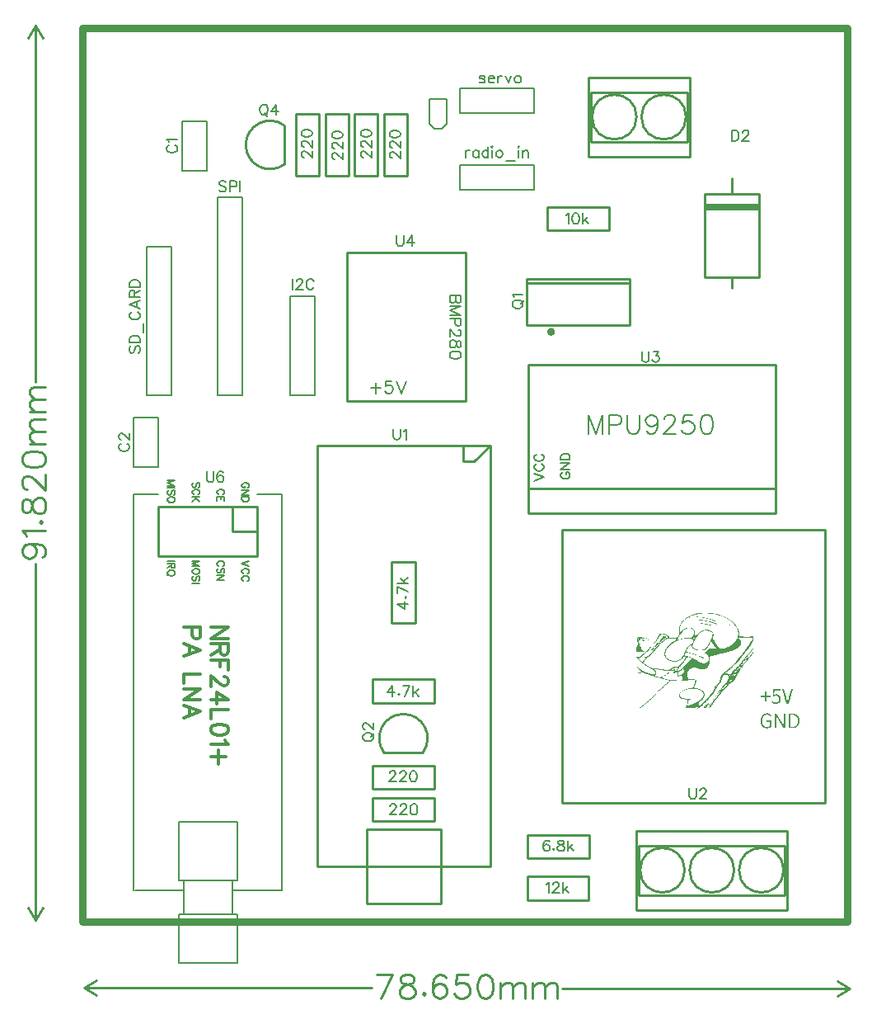
<source format=gto>
G04 Layer: TopSilkLayer*
G04 EasyEDA v6.2.46, 2019-12-30T00:29:30+05:30*
G04 ef53065936be4c9b9f598b0f68a09c93,6145028fc9404f35aebdec50a9af1db0,10*
G04 Gerber Generator version 0.2*
G04 Scale: 100 percent, Rotated: No, Reflected: No *
G04 Dimensions in millimeters *
G04 leading zeros omitted , absolute positions ,3 integer and 3 decimal *
%FSLAX33Y33*%
%MOMM*%
G90*
G71D02*

%ADD10C,0.254000*%
%ADD11C,0.200000*%
%ADD45C,0.203200*%
%ADD50C,0.799998*%
%ADD51C,0.202999*%
%ADD52C,0.200660*%
%ADD53C,0.399999*%
%ADD54C,0.152400*%
%ADD55C,0.299720*%

%LPD*%

%LPD*%
G36*
G01X57750Y28950D02*
G01X57740Y28953D01*
G01X57740Y28939D01*
G01X57751Y28908D01*
G01X57774Y28862D01*
G01X57800Y28843D01*
G01X57837Y28850D01*
G01X57889Y28882D01*
G01X57918Y28904D01*
G01X57927Y28914D01*
G01X57916Y28914D01*
G01X57884Y28905D01*
G01X57855Y28901D01*
G01X57824Y28904D01*
G01X57795Y28914D01*
G01X57772Y28931D01*
G01X57750Y28950D01*
G37*

%LPD*%
G36*
G01X58022Y28915D02*
G01X58004Y28918D01*
G01X57991Y28915D01*
G01X57984Y28906D01*
G01X57983Y28894D01*
G01X57989Y28878D01*
G01X58002Y28863D01*
G01X58018Y28850D01*
G01X58036Y28841D01*
G01X58054Y28838D01*
G01X58067Y28841D01*
G01X58075Y28850D01*
G01X58076Y28863D01*
G01X58069Y28878D01*
G01X58056Y28894D01*
G01X58040Y28906D01*
G01X58022Y28915D01*
G37*

%LPD*%
G36*
G01X58182Y28795D02*
G01X58164Y28798D01*
G01X58151Y28795D01*
G01X58143Y28786D01*
G01X58143Y28774D01*
G01X58149Y28758D01*
G01X58162Y28743D01*
G01X58178Y28730D01*
G01X58196Y28721D01*
G01X58214Y28718D01*
G01X58227Y28721D01*
G01X58235Y28730D01*
G01X58236Y28743D01*
G01X58229Y28758D01*
G01X58216Y28774D01*
G01X58200Y28786D01*
G01X58182Y28795D01*
G37*

%LPD*%
G36*
G01X57686Y28802D02*
G01X57654Y28814D01*
G01X57625Y28804D01*
G01X57589Y28773D01*
G01X57560Y28750D01*
G01X57527Y28736D01*
G01X57494Y28729D01*
G01X57466Y28734D01*
G01X57443Y28740D01*
G01X57429Y28739D01*
G01X57425Y28730D01*
G01X57431Y28714D01*
G01X57449Y28699D01*
G01X57478Y28691D01*
G01X57514Y28690D01*
G01X57553Y28695D01*
G01X57598Y28704D01*
G01X57628Y28700D01*
G01X57644Y28686D01*
G01X57649Y28659D01*
G01X57655Y28635D01*
G01X57672Y28616D01*
G01X57698Y28603D01*
G01X57729Y28598D01*
G01X57787Y28612D01*
G01X57806Y28650D01*
G01X57788Y28705D01*
G01X57731Y28768D01*
G01X57686Y28802D01*
G37*

%LPD*%
G36*
G01X57280Y28553D02*
G01X57273Y28558D01*
G01X57265Y28553D01*
G01X57256Y28540D01*
G01X57245Y28521D01*
G01X57235Y28498D01*
G01X57229Y28475D01*
G01X57230Y28456D01*
G01X57237Y28443D01*
G01X57251Y28438D01*
G01X57265Y28443D01*
G01X57278Y28456D01*
G01X57286Y28475D01*
G01X57289Y28498D01*
G01X57288Y28521D01*
G01X57285Y28540D01*
G01X57280Y28553D01*
G37*

%LPD*%
G36*
G01X57053Y28314D02*
G01X57026Y28315D01*
G01X56998Y28312D01*
G01X56984Y28307D01*
G01X56985Y28300D01*
G01X57002Y28291D01*
G01X57024Y28284D01*
G01X57046Y28283D01*
G01X57065Y28286D01*
G01X57078Y28294D01*
G01X57081Y28303D01*
G01X57073Y28310D01*
G01X57053Y28314D01*
G37*

%LPD*%
G36*
G01X57401Y29016D02*
G01X57255Y29029D01*
G01X57165Y29026D01*
G01X57108Y29004D01*
G01X57061Y28960D01*
G01X57032Y28918D01*
G01X57010Y28871D01*
G01X56996Y28821D01*
G01X56989Y28771D01*
G01X56990Y28722D01*
G01X57000Y28679D01*
G01X57017Y28642D01*
G01X57043Y28614D01*
G01X57065Y28590D01*
G01X57079Y28558D01*
G01X57084Y28522D01*
G01X57079Y28484D01*
G01X57073Y28446D01*
G01X57076Y28420D01*
G01X57089Y28403D01*
G01X57111Y28398D01*
G01X57143Y28378D01*
G01X57141Y28330D01*
G01X57110Y28270D01*
G01X57056Y28214D01*
G01X57035Y28194D01*
G01X57023Y28170D01*
G01X57019Y28145D01*
G01X57026Y28124D01*
G01X57033Y28106D01*
G01X57033Y28091D01*
G01X57026Y28082D01*
G01X57011Y28078D01*
G01X56994Y28057D01*
G01X56980Y27997D01*
G01X56972Y27903D01*
G01X56969Y27778D01*
G01X56969Y27478D01*
G01X57159Y27481D01*
G01X57245Y27484D01*
G01X57290Y27490D01*
G01X57297Y27502D01*
G01X57269Y27518D01*
G01X57230Y27536D01*
G01X57216Y27547D01*
G01X57226Y27552D01*
G01X57259Y27555D01*
G01X57286Y27560D01*
G01X57309Y27572D01*
G01X57324Y27588D01*
G01X57330Y27608D01*
G01X57332Y27627D01*
G01X57339Y27632D01*
G01X57351Y27623D01*
G01X57367Y27600D01*
G01X57380Y27575D01*
G01X57387Y27549D01*
G01X57389Y27527D01*
G01X57384Y27510D01*
G01X57387Y27490D01*
G01X57420Y27478D01*
G01X57475Y27474D01*
G01X57543Y27477D01*
G01X57616Y27486D01*
G01X57684Y27501D01*
G01X57740Y27520D01*
G01X57774Y27544D01*
G01X57800Y27578D01*
G01X57805Y27594D01*
G01X57786Y27595D01*
G01X57742Y27582D01*
G01X57700Y27574D01*
G01X57666Y27578D01*
G01X57637Y27595D01*
G01X57613Y27626D01*
G01X57589Y27661D01*
G01X57571Y27675D01*
G01X57553Y27667D01*
G01X57532Y27639D01*
G01X57515Y27619D01*
G01X57495Y27607D01*
G01X57478Y27604D01*
G01X57462Y27611D01*
G01X57455Y27627D01*
G01X57458Y27644D01*
G01X57470Y27663D01*
G01X57490Y27680D01*
G01X57518Y27701D01*
G01X57528Y27718D01*
G01X57520Y27734D01*
G01X57495Y27753D01*
G01X57474Y27773D01*
G01X57462Y27801D01*
G01X57460Y27835D01*
G01X57468Y27873D01*
G01X57476Y27907D01*
G01X57475Y27934D01*
G01X57467Y27952D01*
G01X57452Y27958D01*
G01X57435Y27963D01*
G01X57422Y27976D01*
G01X57413Y27995D01*
G01X57409Y28018D01*
G01X57402Y28042D01*
G01X57385Y28061D01*
G01X57358Y28074D01*
G01X57324Y28078D01*
G01X57281Y28080D01*
G01X57263Y28089D01*
G01X57268Y28110D01*
G01X57294Y28145D01*
G01X57319Y28178D01*
G01X57327Y28201D01*
G01X57321Y28216D01*
G01X57299Y28228D01*
G01X57280Y28238D01*
G01X57264Y28251D01*
G01X57253Y28267D01*
G01X57249Y28284D01*
G01X57252Y28297D01*
G01X57261Y28304D01*
G01X57273Y28305D01*
G01X57289Y28298D01*
G01X57304Y28292D01*
G01X57317Y28293D01*
G01X57326Y28301D01*
G01X57329Y28315D01*
G01X57324Y28332D01*
G01X57311Y28345D01*
G01X57292Y28355D01*
G01X57268Y28358D01*
G01X57215Y28385D01*
G01X57173Y28454D01*
G01X57151Y28543D01*
G01X57157Y28634D01*
G01X57183Y28690D01*
G01X57221Y28714D01*
G01X57269Y28708D01*
G01X57325Y28668D01*
G01X57350Y28647D01*
G01X57363Y28648D01*
G01X57367Y28671D01*
G01X57362Y28718D01*
G01X57354Y28759D01*
G01X57342Y28798D01*
G01X57326Y28830D01*
G01X57309Y28851D01*
G01X57301Y28862D01*
G01X57307Y28866D01*
G01X57327Y28865D01*
G01X57359Y28858D01*
G01X57399Y28850D01*
G01X57427Y28852D01*
G01X57445Y28864D01*
G01X57452Y28885D01*
G01X57455Y28902D01*
G01X57461Y28905D01*
G01X57471Y28894D01*
G01X57482Y28870D01*
G01X57500Y28835D01*
G01X57520Y28824D01*
G01X57553Y28838D01*
G01X57609Y28877D01*
G01X57649Y28910D01*
G01X57675Y28935D01*
G01X57684Y28955D01*
G01X57673Y28970D01*
G01X57642Y28983D01*
G01X57587Y28994D01*
G01X57508Y29004D01*
G01X57401Y29016D01*
G37*

%LPC*%
G36*
G01X57143Y28875D02*
G01X57127Y28878D01*
G01X57112Y28875D01*
G01X57104Y28866D01*
G01X57103Y28853D01*
G01X57109Y28838D01*
G01X57120Y28822D01*
G01X57132Y28810D01*
G01X57143Y28801D01*
G01X57152Y28798D01*
G01X57158Y28801D01*
G01X57164Y28810D01*
G01X57168Y28822D01*
G01X57169Y28838D01*
G01X57166Y28853D01*
G01X57157Y28866D01*
G01X57143Y28875D01*
G37*

%LPD*%
G36*
G01X67985Y26517D02*
G01X67969Y26518D01*
G01X67954Y26515D01*
G01X67941Y26505D01*
G01X67932Y26492D01*
G01X67929Y26475D01*
G01X67932Y26461D01*
G01X67941Y26453D01*
G01X67954Y26452D01*
G01X67969Y26458D01*
G01X67985Y26469D01*
G01X67997Y26481D01*
G01X68006Y26492D01*
G01X68009Y26500D01*
G01X68006Y26507D01*
G01X67997Y26513D01*
G01X67985Y26517D01*
G37*

%LPD*%
G36*
G01X67928Y26386D02*
G01X67899Y26395D01*
G01X67883Y26388D01*
G01X67859Y26372D01*
G01X67833Y26349D01*
G01X67806Y26322D01*
G01X67764Y26271D01*
G01X67734Y26228D01*
G01X67715Y26193D01*
G01X67709Y26169D01*
G01X67715Y26157D01*
G01X67734Y26160D01*
G01X67764Y26179D01*
G01X67806Y26215D01*
G01X67879Y26292D01*
G01X67921Y26350D01*
G01X67928Y26386D01*
G37*

%LPD*%
G36*
G01X66030Y24031D02*
G01X66020Y24038D01*
G01X66000Y24033D01*
G01X65976Y24020D01*
G01X65951Y24000D01*
G01X65928Y23977D01*
G01X65894Y23922D01*
G01X65899Y23898D01*
G01X65934Y23909D01*
G01X65989Y23958D01*
G01X66014Y23989D01*
G01X66028Y24014D01*
G01X66030Y24031D01*
G37*

%LPD*%
G36*
G01X65118Y23031D02*
G01X65090Y23036D01*
G01X65052Y23019D01*
G01X65012Y22981D01*
G01X64991Y22953D01*
G01X64989Y22939D01*
G01X65007Y22937D01*
G01X65047Y22946D01*
G01X65079Y22957D01*
G01X65105Y22971D01*
G01X65123Y22987D01*
G01X65129Y23003D01*
G01X65118Y23031D01*
G37*

%LPD*%
G36*
G01X64881Y22674D02*
G01X64853Y22678D01*
G01X64838Y22673D01*
G01X64821Y22659D01*
G01X64805Y22638D01*
G01X64792Y22612D01*
G01X64782Y22581D01*
G01X64783Y22568D01*
G01X64798Y22574D01*
G01X64828Y22597D01*
G01X64869Y22634D01*
G01X64886Y22659D01*
G01X64881Y22674D01*
G37*

%LPD*%
G36*
G01X64598Y22315D02*
G01X64592Y22318D01*
G01X64583Y22315D01*
G01X64572Y22306D01*
G01X64560Y22294D01*
G01X64549Y22278D01*
G01X64543Y22263D01*
G01X64544Y22250D01*
G01X64552Y22241D01*
G01X64567Y22238D01*
G01X64583Y22241D01*
G01X64597Y22250D01*
G01X64606Y22263D01*
G01X64609Y22278D01*
G01X64608Y22294D01*
G01X64604Y22306D01*
G01X64598Y22315D01*
G37*

%LPD*%
G36*
G01X64523Y22175D02*
G01X64510Y22182D01*
G01X64495Y22180D01*
G01X64478Y22169D01*
G01X64463Y22151D01*
G01X64399Y22045D01*
G01X64364Y21975D01*
G01X64360Y21944D01*
G01X64389Y21958D01*
G01X64412Y21981D01*
G01X64431Y22008D01*
G01X64444Y22036D01*
G01X64449Y22059D01*
G01X64453Y22081D01*
G01X64464Y22102D01*
G01X64480Y22118D01*
G01X64499Y22129D01*
G01X64517Y22138D01*
G01X64527Y22150D01*
G01X64529Y22163D01*
G01X64523Y22175D01*
G37*

%LPD*%
G36*
G01X64266Y21871D02*
G01X64255Y21878D01*
G01X64239Y21873D01*
G01X64221Y21859D01*
G01X64205Y21838D01*
G01X64192Y21813D01*
G01X64178Y21754D01*
G01X64186Y21731D01*
G01X64212Y21743D01*
G01X64247Y21795D01*
G01X64262Y21827D01*
G01X64268Y21854D01*
G01X64266Y21871D01*
G37*

%LPD*%
G36*
G01X58958Y23221D02*
G01X58955Y23225D01*
G01X58943Y23220D01*
G01X58922Y23205D01*
G01X58891Y23179D01*
G01X58848Y23141D01*
G01X58791Y23091D01*
G01X58720Y23026D01*
G01X58633Y22947D01*
G01X58529Y22851D01*
G01X58478Y22805D01*
G01X58425Y22757D01*
G01X58371Y22708D01*
G01X58315Y22658D01*
G01X58259Y22609D01*
G01X58203Y22558D01*
G01X58146Y22507D01*
G01X58031Y22407D01*
G01X57973Y22357D01*
G01X57917Y22308D01*
G01X57805Y22212D01*
G01X57751Y22166D01*
G01X57698Y22121D01*
G01X57646Y22077D01*
G01X57597Y22036D01*
G01X57549Y21995D01*
G01X57503Y21958D01*
G01X57459Y21922D01*
G01X57419Y21889D01*
G01X57381Y21859D01*
G01X57346Y21831D01*
G01X57314Y21806D01*
G01X57273Y21772D01*
G01X57249Y21744D01*
G01X57241Y21726D01*
G01X57254Y21719D01*
G01X57267Y21722D01*
G01X57286Y21730D01*
G01X57310Y21744D01*
G01X57339Y21763D01*
G01X57374Y21786D01*
G01X57413Y21814D01*
G01X57455Y21845D01*
G01X57502Y21881D01*
G01X57552Y21919D01*
G01X57606Y21961D01*
G01X57662Y22006D01*
G01X57720Y22053D01*
G01X57780Y22103D01*
G01X57842Y22154D01*
G01X57906Y22207D01*
G01X57970Y22262D01*
G01X58035Y22317D01*
G01X58101Y22373D01*
G01X58167Y22430D01*
G01X58232Y22487D01*
G01X58296Y22544D01*
G01X58359Y22599D01*
G01X58421Y22655D01*
G01X58480Y22709D01*
G01X58538Y22762D01*
G01X58594Y22813D01*
G01X58646Y22863D01*
G01X58695Y22909D01*
G01X58741Y22953D01*
G01X58783Y22995D01*
G01X58821Y23034D01*
G01X58854Y23069D01*
G01X58882Y23100D01*
G01X58905Y23127D01*
G01X58923Y23150D01*
G01X58934Y23167D01*
G01X58947Y23192D01*
G01X58955Y23210D01*
G01X58958Y23221D01*
G37*

%LPD*%
G36*
G01X64513Y22386D02*
G01X64494Y22393D01*
G01X64453Y22363D01*
G01X64397Y22297D01*
G01X64365Y22259D01*
G01X64329Y22227D01*
G01X64295Y22206D01*
G01X64266Y22198D01*
G01X64234Y22188D01*
G01X64191Y22163D01*
G01X64140Y22123D01*
G01X64083Y22073D01*
G01X64025Y22015D01*
G01X63967Y21952D01*
G01X63915Y21888D01*
G01X63870Y21825D01*
G01X63800Y21718D01*
G01X63935Y21718D01*
G01X63997Y21723D01*
G01X64046Y21736D01*
G01X64084Y21759D01*
G01X64110Y21792D01*
G01X64151Y21865D01*
G01X64200Y21945D01*
G01X64252Y22026D01*
G01X64305Y22104D01*
G01X64354Y22173D01*
G01X64397Y22228D01*
G01X64429Y22265D01*
G01X64448Y22278D01*
G01X64463Y22283D01*
G01X64478Y22296D01*
G01X64492Y22315D01*
G01X64504Y22338D01*
G01X64513Y22386D01*
G37*

%LPD*%
G36*
G01X64089Y31535D02*
G01X63956Y31535D01*
G01X63889Y31534D01*
G01X63821Y31531D01*
G01X63754Y31528D01*
G01X63686Y31524D01*
G01X63619Y31519D01*
G01X63552Y31513D01*
G01X63484Y31506D01*
G01X63417Y31498D01*
G01X63349Y31489D01*
G01X63277Y31479D01*
G01X63206Y31467D01*
G01X63136Y31453D01*
G01X63067Y31438D01*
G01X62998Y31421D01*
G01X62931Y31404D01*
G01X62864Y31385D01*
G01X62798Y31364D01*
G01X62733Y31343D01*
G01X62670Y31320D01*
G01X62607Y31296D01*
G01X62546Y31270D01*
G01X62486Y31244D01*
G01X62427Y31217D01*
G01X62369Y31188D01*
G01X62313Y31159D01*
G01X62257Y31128D01*
G01X62151Y31064D01*
G01X62100Y31030D01*
G01X62050Y30996D01*
G01X62001Y30961D01*
G01X61909Y30887D01*
G01X61865Y30849D01*
G01X61823Y30811D01*
G01X61782Y30772D01*
G01X61743Y30731D01*
G01X61705Y30691D01*
G01X61670Y30650D01*
G01X61636Y30608D01*
G01X61603Y30565D01*
G01X61573Y30522D01*
G01X61544Y30478D01*
G01X61517Y30434D01*
G01X61491Y30390D01*
G01X61447Y30300D01*
G01X61428Y30254D01*
G01X61411Y30208D01*
G01X61395Y30161D01*
G01X61382Y30114D01*
G01X61371Y30068D01*
G01X61362Y30020D01*
G01X61355Y29973D01*
G01X61350Y29925D01*
G01X61348Y29877D01*
G01X61347Y29829D01*
G01X61349Y29782D01*
G01X61354Y29733D01*
G01X61360Y29685D01*
G01X61369Y29637D01*
G01X61379Y29570D01*
G01X61381Y29501D01*
G01X61375Y29430D01*
G01X61363Y29361D01*
G01X61344Y29294D01*
G01X61319Y29230D01*
G01X61289Y29171D01*
G01X61254Y29117D01*
G01X61215Y29070D01*
G01X61172Y29031D01*
G01X61126Y29002D01*
G01X61078Y28983D01*
G01X61009Y28968D01*
G01X60933Y28957D01*
G01X60853Y28951D01*
G01X60770Y28948D01*
G01X60688Y28950D01*
G01X60608Y28955D01*
G01X60533Y28963D01*
G01X60466Y28975D01*
G01X60409Y28989D01*
G01X60365Y29006D01*
G01X60335Y29026D01*
G01X60322Y29048D01*
G01X60315Y29073D01*
G01X60301Y29097D01*
G01X60280Y29123D01*
G01X60250Y29149D01*
G01X60210Y29176D01*
G01X60161Y29207D01*
G01X60101Y29240D01*
G01X60029Y29276D01*
G01X59957Y29310D01*
G01X59889Y29340D01*
G01X59825Y29364D01*
G01X59764Y29385D01*
G01X59707Y29400D01*
G01X59652Y29411D01*
G01X59601Y29416D01*
G01X59552Y29417D01*
G01X59507Y29413D01*
G01X59463Y29404D01*
G01X59422Y29389D01*
G01X59383Y29370D01*
G01X59346Y29345D01*
G01X59311Y29315D01*
G01X59277Y29280D01*
G01X59245Y29239D01*
G01X59214Y29194D01*
G01X59184Y29143D01*
G01X59156Y29086D01*
G01X59127Y29024D01*
G01X59110Y28985D01*
G01X59094Y28949D01*
G01X59077Y28915D01*
G01X59059Y28881D01*
G01X59040Y28847D01*
G01X59018Y28813D01*
G01X58993Y28776D01*
G01X58965Y28737D01*
G01X58932Y28693D01*
G01X58893Y28645D01*
G01X58849Y28591D01*
G01X58799Y28531D01*
G01X58742Y28463D01*
G01X58676Y28387D01*
G01X58602Y28301D01*
G01X58519Y28205D01*
G01X58453Y28129D01*
G01X58388Y28057D01*
G01X58324Y27986D01*
G01X58261Y27917D01*
G01X58199Y27850D01*
G01X58138Y27785D01*
G01X58078Y27723D01*
G01X58020Y27663D01*
G01X57962Y27604D01*
G01X57905Y27548D01*
G01X57850Y27495D01*
G01X57796Y27444D01*
G01X57743Y27395D01*
G01X57692Y27349D01*
G01X57642Y27305D01*
G01X57593Y27264D01*
G01X57546Y27225D01*
G01X57500Y27189D01*
G01X57456Y27155D01*
G01X57414Y27124D01*
G01X57373Y27096D01*
G01X57333Y27070D01*
G01X57296Y27047D01*
G01X57261Y27028D01*
G01X57227Y27010D01*
G01X57195Y26996D01*
G01X57165Y26984D01*
G01X57136Y26975D01*
G01X57110Y26970D01*
G01X57086Y26967D01*
G01X57064Y26968D01*
G01X57044Y26971D01*
G01X57019Y26976D01*
G01X57000Y26979D01*
G01X56984Y26978D01*
G01X56973Y26974D01*
G01X56967Y26968D01*
G01X56964Y26959D01*
G01X56966Y26946D01*
G01X56971Y26932D01*
G01X56981Y26915D01*
G01X56994Y26897D01*
G01X57010Y26875D01*
G01X57029Y26852D01*
G01X57052Y26827D01*
G01X57077Y26801D01*
G01X57106Y26773D01*
G01X57137Y26743D01*
G01X57171Y26711D01*
G01X57207Y26679D01*
G01X57246Y26645D01*
G01X57287Y26610D01*
G01X57329Y26574D01*
G01X57374Y26537D01*
G01X57420Y26500D01*
G01X57468Y26462D01*
G01X57517Y26424D01*
G01X57568Y26385D01*
G01X57620Y26345D01*
G01X57672Y26306D01*
G01X57780Y26228D01*
G01X57835Y26189D01*
G01X57890Y26151D01*
G01X57946Y26112D01*
G01X58001Y26075D01*
G01X58057Y26038D01*
G01X58113Y26002D01*
G01X58168Y25967D01*
G01X58223Y25933D01*
G01X58277Y25900D01*
G01X58330Y25868D01*
G01X58383Y25838D01*
G01X58435Y25809D01*
G01X58485Y25782D01*
G01X58534Y25757D01*
G01X58610Y25716D01*
G01X58676Y25679D01*
G01X58731Y25643D01*
G01X58777Y25608D01*
G01X58813Y25573D01*
G01X58841Y25538D01*
G01X58860Y25503D01*
G01X58872Y25466D01*
G01X58876Y25426D01*
G01X58873Y25384D01*
G01X58862Y25339D01*
G01X58846Y25290D01*
G01X58831Y25255D01*
G01X58815Y25229D01*
G01X58793Y25213D01*
G01X58763Y25205D01*
G01X58721Y25206D01*
G01X58664Y25215D01*
G01X58588Y25232D01*
G01X58489Y25256D01*
G01X58414Y25276D01*
G01X58341Y25295D01*
G01X58269Y25316D01*
G01X58199Y25338D01*
G01X58131Y25359D01*
G01X58065Y25382D01*
G01X58001Y25405D01*
G01X57938Y25428D01*
G01X57878Y25453D01*
G01X57819Y25478D01*
G01X57762Y25503D01*
G01X57707Y25529D01*
G01X57654Y25556D01*
G01X57603Y25583D01*
G01X57554Y25610D01*
G01X57507Y25639D01*
G01X57462Y25668D01*
G01X57418Y25697D01*
G01X57377Y25727D01*
G01X57337Y25757D01*
G01X57300Y25788D01*
G01X57265Y25820D01*
G01X57232Y25852D01*
G01X57200Y25884D01*
G01X57110Y25977D01*
G01X57037Y26046D01*
G01X56987Y26083D01*
G01X56969Y26082D01*
G01X56974Y26067D01*
G01X56989Y26040D01*
G01X57013Y26005D01*
G01X57045Y25963D01*
G01X57083Y25915D01*
G01X57127Y25862D01*
G01X57175Y25806D01*
G01X57227Y25748D01*
G01X57295Y25673D01*
G01X57351Y25610D01*
G01X57394Y25559D01*
G01X57425Y25516D01*
G01X57444Y25482D01*
G01X57451Y25456D01*
G01X57445Y25435D01*
G01X57426Y25419D01*
G01X57396Y25407D01*
G01X57353Y25397D01*
G01X57298Y25389D01*
G01X57230Y25380D01*
G01X57143Y25366D01*
G01X57068Y25350D01*
G01X57014Y25332D01*
G01X56987Y25315D01*
G01X56978Y25300D01*
G01X56974Y25289D01*
G01X56980Y25283D01*
G01X57001Y25282D01*
G01X57039Y25287D01*
G01X57099Y25297D01*
G01X57186Y25313D01*
G01X57303Y25335D01*
G01X57604Y25393D01*
G01X57996Y25251D01*
G01X58051Y25231D01*
G01X58108Y25211D01*
G01X58282Y25151D01*
G01X58338Y25133D01*
G01X58393Y25115D01*
G01X58444Y25098D01*
G01X58493Y25084D01*
G01X58537Y25070D01*
G01X58576Y25059D01*
G01X58609Y25049D01*
G01X58697Y25024D01*
G01X58776Y24997D01*
G01X58835Y24973D01*
G01X58867Y24954D01*
G01X58888Y24940D01*
G01X58917Y24929D01*
G01X58950Y24921D01*
G01X58984Y24918D01*
G01X59025Y24915D01*
G01X59076Y24907D01*
G01X59132Y24894D01*
G01X59186Y24879D01*
G01X59221Y24869D01*
G01X59272Y24853D01*
G01X59337Y24835D01*
G01X59414Y24814D01*
G01X59500Y24790D01*
G01X59593Y24765D01*
G01X59690Y24739D01*
G01X59789Y24712D01*
G01X59886Y24686D01*
G01X59978Y24660D01*
G01X60063Y24636D01*
G01X60138Y24614D01*
G01X60202Y24594D01*
G01X60251Y24577D01*
G01X60286Y24564D01*
G01X60302Y24556D01*
G01X60302Y24548D01*
G01X60291Y24531D01*
G01X60272Y24507D01*
G01X60243Y24476D01*
G01X60207Y24438D01*
G01X60163Y24395D01*
G01X60113Y24347D01*
G01X60056Y24294D01*
G01X59994Y24237D01*
G01X59928Y24176D01*
G01X59857Y24113D01*
G01X59782Y24048D01*
G01X59683Y23962D01*
G01X59591Y23882D01*
G01X59508Y23808D01*
G01X59432Y23741D01*
G01X59365Y23680D01*
G01X59305Y23626D01*
G01X59253Y23577D01*
G01X59208Y23535D01*
G01X59172Y23498D01*
G01X59142Y23467D01*
G01X59120Y23442D01*
G01X59105Y23423D01*
G01X59098Y23410D01*
G01X59097Y23402D01*
G01X59103Y23399D01*
G01X59117Y23402D01*
G01X59125Y23406D01*
G01X59136Y23412D01*
G01X59149Y23420D01*
G01X59165Y23432D01*
G01X59185Y23446D01*
G01X59208Y23464D01*
G01X59234Y23485D01*
G01X59265Y23510D01*
G01X59300Y23540D01*
G01X59340Y23574D01*
G01X59384Y23612D01*
G01X59434Y23655D01*
G01X59489Y23703D01*
G01X59550Y23757D01*
G01X59617Y23816D01*
G01X59691Y23881D01*
G01X59771Y23951D01*
G01X59858Y24028D01*
G01X59952Y24112D01*
G01X60054Y24203D01*
G01X60441Y24547D01*
G01X61495Y24572D01*
G01X61582Y24574D01*
G01X61669Y24577D01*
G01X61755Y24579D01*
G01X61839Y24581D01*
G01X61923Y24584D01*
G01X62004Y24586D01*
G01X62084Y24589D01*
G01X62161Y24592D01*
G01X62236Y24594D01*
G01X62307Y24597D01*
G01X62375Y24600D01*
G01X62439Y24602D01*
G01X62500Y24605D01*
G01X62556Y24608D01*
G01X62606Y24611D01*
G01X62653Y24613D01*
G01X62693Y24616D01*
G01X62728Y24618D01*
G01X62757Y24620D01*
G01X62779Y24622D01*
G01X62843Y24629D01*
G01X62895Y24634D01*
G01X62937Y24634D01*
G01X62968Y24628D01*
G01X62988Y24616D01*
G01X62999Y24593D01*
G01X63000Y24560D01*
G01X62992Y24515D01*
G01X62974Y24456D01*
G01X62949Y24381D01*
G01X62915Y24289D01*
G01X62873Y24178D01*
G01X62831Y24068D01*
G01X62796Y23983D01*
G01X62767Y23919D01*
G01X62741Y23873D01*
G01X62716Y23842D01*
G01X62689Y23822D01*
G01X62659Y23811D01*
G01X62623Y23805D01*
G01X62556Y23797D01*
G01X62489Y23788D01*
G01X62425Y23777D01*
G01X62362Y23764D01*
G01X62300Y23751D01*
G01X62240Y23736D01*
G01X62182Y23721D01*
G01X62125Y23704D01*
G01X62070Y23686D01*
G01X62017Y23667D01*
G01X61966Y23647D01*
G01X61916Y23627D01*
G01X61868Y23605D01*
G01X61822Y23583D01*
G01X61778Y23560D01*
G01X61736Y23536D01*
G01X61696Y23512D01*
G01X61657Y23487D01*
G01X61620Y23462D01*
G01X61586Y23436D01*
G01X61553Y23410D01*
G01X61523Y23383D01*
G01X61494Y23357D01*
G01X61468Y23330D01*
G01X61444Y23302D01*
G01X61421Y23275D01*
G01X61401Y23248D01*
G01X61383Y23220D01*
G01X61367Y23193D01*
G01X61354Y23165D01*
G01X61343Y23138D01*
G01X61333Y23111D01*
G01X61327Y23085D01*
G01X61322Y23058D01*
G01X61320Y23032D01*
G01X61320Y23006D01*
G01X61323Y22980D01*
G01X61328Y22956D01*
G01X61335Y22931D01*
G01X61345Y22907D01*
G01X61357Y22884D01*
G01X61371Y22862D01*
G01X61389Y22840D01*
G01X61409Y22819D01*
G01X61431Y22800D01*
G01X61456Y22780D01*
G01X61484Y22762D01*
G01X61514Y22745D01*
G01X61547Y22729D01*
G01X61582Y22714D01*
G01X61620Y22700D01*
G01X61662Y22688D01*
G01X61705Y22677D01*
G01X61752Y22666D01*
G01X61801Y22658D01*
G01X61853Y22651D01*
G01X61908Y22646D01*
G01X61966Y22642D01*
G01X62027Y22639D01*
G01X62090Y22638D01*
G01X62126Y22636D01*
G01X62157Y22630D01*
G01X62182Y22619D01*
G01X62202Y22603D01*
G01X62216Y22581D01*
G01X62225Y22552D01*
G01X62228Y22517D01*
G01X62225Y22473D01*
G01X62217Y22422D01*
G01X62203Y22362D01*
G01X62182Y22293D01*
G01X62156Y22213D01*
G01X62123Y22124D01*
G01X62085Y22024D01*
G01X62041Y21912D01*
G01X61990Y21788D01*
G01X61983Y21766D01*
G01X61987Y21750D01*
G01X62003Y21737D01*
G01X62038Y21729D01*
G01X62094Y21723D01*
G01X62175Y21720D01*
G01X62286Y21719D01*
G01X62430Y21718D01*
G01X62526Y21719D01*
G01X62617Y21723D01*
G01X62702Y21729D01*
G01X62782Y21738D01*
G01X62856Y21749D01*
G01X62925Y21763D01*
G01X62988Y21780D01*
G01X63047Y21799D01*
G01X63100Y21822D01*
G01X63148Y21847D01*
G01X63191Y21875D01*
G01X63229Y21906D01*
G01X63263Y21940D01*
G01X63292Y21977D01*
G01X63316Y22017D01*
G01X63335Y22060D01*
G01X63350Y22107D01*
G01X63361Y22156D01*
G01X63367Y22210D01*
G01X63369Y22266D01*
G01X63380Y22308D01*
G01X63411Y22357D01*
G01X63458Y22410D01*
G01X63519Y22462D01*
G01X63574Y22505D01*
G01X63624Y22548D01*
G01X63671Y22591D01*
G01X63714Y22633D01*
G01X63755Y22677D01*
G01X63791Y22720D01*
G01X63823Y22762D01*
G01X63852Y22805D01*
G01X63877Y22847D01*
G01X63899Y22889D01*
G01X63918Y22932D01*
G01X63933Y22973D01*
G01X63944Y23014D01*
G01X63952Y23055D01*
G01X63957Y23096D01*
G01X63958Y23135D01*
G01X63955Y23174D01*
G01X63950Y23214D01*
G01X63940Y23251D01*
G01X63928Y23289D01*
G01X63913Y23325D01*
G01X63893Y23361D01*
G01X63871Y23396D01*
G01X63845Y23430D01*
G01X63816Y23463D01*
G01X63783Y23495D01*
G01X63748Y23527D01*
G01X63709Y23556D01*
G01X63668Y23585D01*
G01X63622Y23613D01*
G01X63574Y23640D01*
G01X63523Y23665D01*
G01X63468Y23689D01*
G01X63411Y23711D01*
G01X63350Y23733D01*
G01X63286Y23753D01*
G01X63219Y23771D01*
G01X63149Y23788D01*
G01X63076Y23803D01*
G01X63000Y23817D01*
G01X62851Y23841D01*
G01X62931Y24050D01*
G01X62964Y24136D01*
G01X62997Y24215D01*
G01X63025Y24279D01*
G01X63044Y24319D01*
G01X63076Y24378D01*
G01X63101Y24431D01*
G01X63119Y24478D01*
G01X63130Y24521D01*
G01X63134Y24558D01*
G01X63130Y24590D01*
G01X63117Y24618D01*
G01X63098Y24641D01*
G01X63070Y24660D01*
G01X63033Y24675D01*
G01X62987Y24686D01*
G01X62932Y24694D01*
G01X62868Y24698D01*
G01X62795Y24698D01*
G01X62712Y24696D01*
G01X62618Y24692D01*
G01X62492Y24684D01*
G01X62395Y24680D01*
G01X62323Y24678D01*
G01X62275Y24681D01*
G01X62245Y24687D01*
G01X62230Y24698D01*
G01X62227Y24714D01*
G01X62234Y24735D01*
G01X62238Y24779D01*
G01X62231Y24847D01*
G01X62213Y24930D01*
G01X62187Y25019D01*
G01X62173Y25068D01*
G01X62163Y25118D01*
G01X62158Y25167D01*
G01X62157Y25217D01*
G01X62160Y25265D01*
G01X62168Y25314D01*
G01X62180Y25361D01*
G01X62194Y25407D01*
G01X62213Y25453D01*
G01X62235Y25497D01*
G01X62260Y25540D01*
G01X62288Y25581D01*
G01X62319Y25620D01*
G01X62352Y25658D01*
G01X62388Y25694D01*
G01X62426Y25728D01*
G01X62466Y25759D01*
G01X62508Y25788D01*
G01X62552Y25814D01*
G01X62597Y25838D01*
G01X62644Y25859D01*
G01X62691Y25877D01*
G01X62740Y25891D01*
G01X62790Y25902D01*
G01X62840Y25911D01*
G01X62890Y25915D01*
G01X62942Y25915D01*
G01X62993Y25912D01*
G01X63043Y25904D01*
G01X63094Y25892D01*
G01X63144Y25877D01*
G01X63194Y25856D01*
G01X63254Y25829D01*
G01X63314Y25806D01*
G01X63372Y25786D01*
G01X63430Y25768D01*
G01X63487Y25754D01*
G01X63543Y25743D01*
G01X63598Y25735D01*
G01X63651Y25729D01*
G01X63704Y25727D01*
G01X63756Y25727D01*
G01X63806Y25730D01*
G01X63855Y25736D01*
G01X63902Y25744D01*
G01X63948Y25756D01*
G01X63993Y25769D01*
G01X64036Y25786D01*
G01X64077Y25805D01*
G01X64117Y25827D01*
G01X64155Y25851D01*
G01X64191Y25878D01*
G01X64225Y25906D01*
G01X64258Y25938D01*
G01X64288Y25972D01*
G01X64317Y26008D01*
G01X64343Y26047D01*
G01X64368Y26087D01*
G01X64390Y26131D01*
G01X64409Y26176D01*
G01X64427Y26223D01*
G01X64441Y26273D01*
G01X64454Y26324D01*
G01X64464Y26378D01*
G01X64472Y26433D01*
G01X64476Y26491D01*
G01X64478Y26551D01*
G01X64478Y26612D01*
G01X64467Y26970D01*
G01X64668Y27057D01*
G01X64713Y27075D01*
G01X64765Y27095D01*
G01X64821Y27115D01*
G01X64881Y27133D01*
G01X64941Y27152D01*
G01X65000Y27168D01*
G01X65057Y27183D01*
G01X65109Y27195D01*
G01X65161Y27206D01*
G01X65216Y27219D01*
G01X65271Y27233D01*
G01X65328Y27248D01*
G01X65382Y27263D01*
G01X65432Y27277D01*
G01X65478Y27291D01*
G01X65516Y27304D01*
G01X65589Y27328D01*
G01X65667Y27351D01*
G01X65739Y27370D01*
G01X65796Y27382D01*
G01X65885Y27399D01*
G01X65971Y27416D01*
G01X66056Y27434D01*
G01X66140Y27453D01*
G01X66221Y27472D01*
G01X66300Y27492D01*
G01X66378Y27513D01*
G01X66454Y27534D01*
G01X66527Y27556D01*
G01X66599Y27579D01*
G01X66669Y27602D01*
G01X66737Y27626D01*
G01X66803Y27650D01*
G01X66867Y27675D01*
G01X66928Y27701D01*
G01X66988Y27727D01*
G01X67045Y27753D01*
G01X67101Y27779D01*
G01X67154Y27807D01*
G01X67205Y27834D01*
G01X67254Y27863D01*
G01X67300Y27891D01*
G01X67345Y27920D01*
G01X67387Y27949D01*
G01X67426Y27979D01*
G01X67463Y28008D01*
G01X67498Y28038D01*
G01X67531Y28069D01*
G01X67561Y28099D01*
G01X67589Y28130D01*
G01X67615Y28161D01*
G01X67638Y28192D01*
G01X67658Y28223D01*
G01X67676Y28254D01*
G01X67692Y28286D01*
G01X67704Y28318D01*
G01X67714Y28349D01*
G01X67722Y28381D01*
G01X67727Y28413D01*
G01X67729Y28445D01*
G01X67729Y28477D01*
G01X67726Y28509D01*
G01X67719Y28541D01*
G01X67711Y28572D01*
G01X67700Y28604D01*
G01X67685Y28636D01*
G01X67669Y28667D01*
G01X67649Y28699D01*
G01X67626Y28730D01*
G01X67600Y28761D01*
G01X67572Y28792D01*
G01X67540Y28823D01*
G01X67514Y28848D01*
G01X67493Y28870D01*
G01X67478Y28889D01*
G01X67470Y28906D01*
G01X67469Y28921D01*
G01X67476Y28934D01*
G01X67491Y28944D01*
G01X67516Y28953D01*
G01X67550Y28961D01*
G01X67595Y28967D01*
G01X67651Y28971D01*
G01X67719Y28975D01*
G01X67799Y28978D01*
G01X67893Y28981D01*
G01X68000Y28983D01*
G01X68122Y28984D01*
G01X68237Y28985D01*
G01X68438Y28985D01*
G01X68524Y28983D01*
G01X68601Y28980D01*
G01X68669Y28976D01*
G01X68728Y28970D01*
G01X68779Y28963D01*
G01X68821Y28954D01*
G01X68855Y28944D01*
G01X68881Y28932D01*
G01X68900Y28918D01*
G01X68911Y28903D01*
G01X68915Y28885D01*
G01X68912Y28866D01*
G01X68903Y28844D01*
G01X68887Y28820D01*
G01X68865Y28794D01*
G01X68837Y28766D01*
G01X68804Y28734D01*
G01X68766Y28694D01*
G01X68726Y28640D01*
G01X68689Y28579D01*
G01X68659Y28519D01*
G01X68639Y28474D01*
G01X68616Y28428D01*
G01X68588Y28378D01*
G01X68558Y28328D01*
G01X68526Y28276D01*
G01X68491Y28224D01*
G01X68455Y28172D01*
G01X68417Y28121D01*
G01X68379Y28072D01*
G01X68340Y28024D01*
G01X68301Y27980D01*
G01X68263Y27937D01*
G01X68213Y27881D01*
G01X68165Y27815D01*
G01X68123Y27747D01*
G01X68093Y27688D01*
G01X68070Y27637D01*
G01X68047Y27596D01*
G01X68026Y27568D01*
G01X68010Y27558D01*
G01X67986Y27540D01*
G01X67941Y27490D01*
G01X67884Y27416D01*
G01X67819Y27327D01*
G01X67783Y27279D01*
G01X67747Y27232D01*
G01X67709Y27188D01*
G01X67672Y27146D01*
G01X67636Y27109D01*
G01X67602Y27078D01*
G01X67572Y27054D01*
G01X67547Y27037D01*
G01X67498Y27001D01*
G01X67449Y26947D01*
G01X67403Y26882D01*
G01X67366Y26812D01*
G01X67346Y26767D01*
G01X67324Y26723D01*
G01X67300Y26680D01*
G01X67274Y26638D01*
G01X67247Y26596D01*
G01X67217Y26555D01*
G01X67184Y26514D01*
G01X67148Y26473D01*
G01X67110Y26431D01*
G01X67068Y26388D01*
G01X67023Y26344D01*
G01X66975Y26300D01*
G01X66944Y26271D01*
G01X66906Y26237D01*
G01X66864Y26198D01*
G01X66819Y26156D01*
G01X66773Y26112D01*
G01X66725Y26068D01*
G01X66679Y26024D01*
G01X66635Y25982D01*
G01X66589Y25940D01*
G01X66539Y25895D01*
G01X66486Y25848D01*
G01X66431Y25800D01*
G01X66376Y25754D01*
G01X66323Y25711D01*
G01X66274Y25671D01*
G01X66229Y25637D01*
G01X66146Y25574D01*
G01X66068Y25513D01*
G01X65997Y25454D01*
G01X65932Y25397D01*
G01X65872Y25343D01*
G01X65818Y25290D01*
G01X65770Y25239D01*
G01X65727Y25190D01*
G01X65689Y25143D01*
G01X65656Y25097D01*
G01X65630Y25052D01*
G01X65608Y25009D01*
G01X65590Y24967D01*
G01X65579Y24926D01*
G01X65572Y24886D01*
G01X65569Y24846D01*
G01X65566Y24791D01*
G01X65554Y24731D01*
G01X65537Y24669D01*
G01X65514Y24604D01*
G01X65487Y24539D01*
G01X65455Y24475D01*
G01X65419Y24412D01*
G01X65381Y24354D01*
G01X65340Y24300D01*
G01X65298Y24252D01*
G01X65255Y24212D01*
G01X65212Y24180D01*
G01X65173Y24153D01*
G01X65139Y24126D01*
G01X65110Y24096D01*
G01X65084Y24063D01*
G01X65062Y24025D01*
G01X65041Y23981D01*
G01X65021Y23929D01*
G01X64985Y23821D01*
G01X64968Y23773D01*
G01X64948Y23726D01*
G01X64927Y23678D01*
G01X64904Y23631D01*
G01X64878Y23583D01*
G01X64851Y23536D01*
G01X64821Y23488D01*
G01X64790Y23440D01*
G01X64756Y23391D01*
G01X64720Y23343D01*
G01X64682Y23294D01*
G01X64641Y23244D01*
G01X64598Y23194D01*
G01X64553Y23143D01*
G01X64506Y23092D01*
G01X64467Y23051D01*
G01X64389Y22965D01*
G01X64351Y22922D01*
G01X64315Y22881D01*
G01X64284Y22844D01*
G01X64257Y22812D01*
G01X64236Y22785D01*
G01X64211Y22754D01*
G01X64182Y22720D01*
G01X64149Y22683D01*
G01X64112Y22644D01*
G01X64073Y22602D01*
G01X63985Y22514D01*
G01X63938Y22469D01*
G01X63889Y22423D01*
G01X63839Y22376D01*
G01X63789Y22331D01*
G01X63738Y22285D01*
G01X63687Y22241D01*
G01X63637Y22198D01*
G01X63587Y22157D01*
G01X63539Y22118D01*
G01X63457Y22050D01*
G01X63391Y21987D01*
G01X63346Y21938D01*
G01X63329Y21908D01*
G01X63324Y21885D01*
G01X63310Y21856D01*
G01X63289Y21823D01*
G01X63263Y21791D01*
G01X63230Y21751D01*
G01X63214Y21724D01*
G01X63213Y21707D01*
G01X63226Y21701D01*
G01X63250Y21704D01*
G01X63283Y21717D01*
G01X63325Y21737D01*
G01X63373Y21765D01*
G01X63425Y21800D01*
G01X63480Y21840D01*
G01X63535Y21885D01*
G01X63590Y21934D01*
G01X63681Y22021D01*
G01X63761Y22098D01*
G01X63822Y22154D01*
G01X63855Y22185D01*
G01X63885Y22212D01*
G01X63921Y22246D01*
G01X63963Y22286D01*
G01X64060Y22384D01*
G01X64114Y22439D01*
G01X64170Y22498D01*
G01X64229Y22560D01*
G01X64289Y22624D01*
G01X64350Y22689D01*
G01X64412Y22755D01*
G01X64473Y22821D01*
G01X64533Y22887D01*
G01X64591Y22951D01*
G01X64646Y23013D01*
G01X64698Y23072D01*
G01X64747Y23127D01*
G01X64791Y23179D01*
G01X64831Y23225D01*
G01X64864Y23265D01*
G01X64892Y23299D01*
G01X64912Y23326D01*
G01X64925Y23346D01*
G01X64929Y23356D01*
G01X64933Y23377D01*
G01X64945Y23408D01*
G01X64964Y23448D01*
G01X64988Y23497D01*
G01X65018Y23553D01*
G01X65052Y23614D01*
G01X65090Y23680D01*
G01X65131Y23750D01*
G01X65174Y23820D01*
G01X65219Y23892D01*
G01X65264Y23962D01*
G01X65308Y24030D01*
G01X65353Y24096D01*
G01X65395Y24156D01*
G01X65434Y24211D01*
G01X65471Y24258D01*
G01X65527Y24331D01*
G01X65577Y24403D01*
G01X65621Y24472D01*
G01X65659Y24539D01*
G01X65688Y24601D01*
G01X65711Y24658D01*
G01X65725Y24708D01*
G01X65729Y24751D01*
G01X65734Y24808D01*
G01X65748Y24869D01*
G01X65770Y24929D01*
G01X65798Y24987D01*
G01X65831Y25039D01*
G01X65865Y25083D01*
G01X65902Y25115D01*
G01X65937Y25132D01*
G01X65998Y25146D01*
G01X66058Y25154D01*
G01X66117Y25157D01*
G01X66174Y25154D01*
G01X66228Y25147D01*
G01X66278Y25135D01*
G01X66322Y25118D01*
G01X66360Y25096D01*
G01X66414Y25046D01*
G01X66447Y24996D01*
G01X66450Y24965D01*
G01X66415Y24974D01*
G01X66403Y24975D01*
G01X66396Y24962D01*
G01X66394Y24937D01*
G01X66399Y24903D01*
G01X66401Y24872D01*
G01X66399Y24837D01*
G01X66392Y24799D01*
G01X66380Y24758D01*
G01X66363Y24714D01*
G01X66341Y24666D01*
G01X66315Y24617D01*
G01X66284Y24564D01*
G01X66249Y24509D01*
G01X66210Y24453D01*
G01X66167Y24394D01*
G01X66119Y24334D01*
G01X66068Y24272D01*
G01X66013Y24208D01*
G01X65954Y24144D01*
G01X65892Y24078D01*
G01X65827Y24011D01*
G01X65767Y23946D01*
G01X65712Y23885D01*
G01X65664Y23830D01*
G01X65625Y23783D01*
G01X65596Y23745D01*
G01X65577Y23718D01*
G01X65571Y23702D01*
G01X65577Y23692D01*
G01X65595Y23699D01*
G01X65620Y23720D01*
G01X65651Y23754D01*
G01X65684Y23789D01*
G01X65715Y23814D01*
G01X65741Y23826D01*
G01X65757Y23824D01*
G01X65761Y23802D01*
G01X65748Y23771D01*
G01X65721Y23734D01*
G01X65686Y23696D01*
G01X65646Y23661D01*
G01X65606Y23633D01*
G01X65570Y23616D01*
G01X65543Y23615D01*
G01X65519Y23612D01*
G01X65485Y23593D01*
G01X65444Y23562D01*
G01X65401Y23522D01*
G01X65359Y23479D01*
G01X65323Y23435D01*
G01X65297Y23396D01*
G01X65286Y23365D01*
G01X65271Y23238D01*
G01X65272Y23187D01*
G01X65297Y23199D01*
G01X65351Y23264D01*
G01X65384Y23311D01*
G01X65409Y23356D01*
G01X65422Y23394D01*
G01X65423Y23420D01*
G01X65421Y23442D01*
G01X65429Y23468D01*
G01X65445Y23493D01*
G01X65468Y23517D01*
G01X65499Y23542D01*
G01X65515Y23547D01*
G01X65515Y23533D01*
G01X65503Y23497D01*
G01X65506Y23484D01*
G01X65534Y23501D01*
G01X65582Y23544D01*
G01X65646Y23609D01*
G01X65712Y23686D01*
G01X65768Y23756D01*
G01X65807Y23812D01*
G01X65824Y23847D01*
G01X65838Y23885D01*
G01X65871Y23939D01*
G01X65916Y24003D01*
G01X65968Y24070D01*
G01X66023Y24134D01*
G01X66073Y24187D01*
G01X66115Y24224D01*
G01X66142Y24238D01*
G01X66152Y24232D01*
G01X66149Y24214D01*
G01X66134Y24189D01*
G01X66109Y24158D01*
G01X66082Y24125D01*
G01X66064Y24095D01*
G01X66055Y24071D01*
G01X66057Y24057D01*
G01X66084Y24057D01*
G01X66120Y24088D01*
G01X66154Y24139D01*
G01X66176Y24198D01*
G01X66187Y24222D01*
G01X66213Y24256D01*
G01X66250Y24298D01*
G01X66297Y24346D01*
G01X66351Y24399D01*
G01X66411Y24455D01*
G01X66475Y24512D01*
G01X66541Y24568D01*
G01X66606Y24623D01*
G01X66669Y24674D01*
G01X66728Y24719D01*
G01X66781Y24757D01*
G01X66825Y24786D01*
G01X66859Y24805D01*
G01X66881Y24811D01*
G01X66889Y24803D01*
G01X66877Y24777D01*
G01X66844Y24735D01*
G01X66798Y24682D01*
G01X66743Y24625D01*
G01X66686Y24570D01*
G01X66633Y24524D01*
G01X66591Y24491D01*
G01X66565Y24478D01*
G01X66544Y24470D01*
G01X66514Y24449D01*
G01X66477Y24418D01*
G01X66435Y24377D01*
G01X66392Y24332D01*
G01X66350Y24284D01*
G01X66312Y24236D01*
G01X66280Y24191D01*
G01X66260Y24163D01*
G01X66227Y24122D01*
G01X66185Y24072D01*
G01X66134Y24013D01*
G01X66076Y23947D01*
G01X66013Y23877D01*
G01X65947Y23805D01*
G01X65878Y23732D01*
G01X65832Y23682D01*
G01X65784Y23631D01*
G01X65691Y23526D01*
G01X65646Y23474D01*
G01X65602Y23423D01*
G01X65560Y23374D01*
G01X65522Y23327D01*
G01X65487Y23284D01*
G01X65455Y23244D01*
G01X65429Y23208D01*
G01X65407Y23178D01*
G01X65386Y23148D01*
G01X65360Y23114D01*
G01X65330Y23075D01*
G01X65296Y23033D01*
G01X65259Y22988D01*
G01X65220Y22941D01*
G01X65179Y22894D01*
G01X65137Y22844D01*
G01X65094Y22795D01*
G01X65050Y22747D01*
G01X65007Y22699D01*
G01X64964Y22653D01*
G01X64898Y22582D01*
G01X64838Y22513D01*
G01X64783Y22447D01*
G01X64735Y22386D01*
G01X64696Y22331D01*
G01X64665Y22282D01*
G01X64643Y22241D01*
G01X64632Y22210D01*
G01X64609Y22150D01*
G01X64566Y22074D01*
G01X64510Y21992D01*
G01X64445Y21915D01*
G01X64371Y21828D01*
G01X64332Y21772D01*
G01X64327Y21739D01*
G01X64351Y21724D01*
G01X64385Y21726D01*
G01X64425Y21740D01*
G01X64468Y21767D01*
G01X64514Y21805D01*
G01X64562Y21853D01*
G01X64609Y21909D01*
G01X64654Y21971D01*
G01X64695Y22038D01*
G01X64722Y22086D01*
G01X64751Y22134D01*
G01X64781Y22182D01*
G01X64812Y22231D01*
G01X64845Y22280D01*
G01X64878Y22328D01*
G01X64912Y22376D01*
G01X64947Y22424D01*
G01X64982Y22471D01*
G01X65018Y22518D01*
G01X65054Y22563D01*
G01X65091Y22608D01*
G01X65128Y22651D01*
G01X65165Y22692D01*
G01X65201Y22733D01*
G01X65237Y22771D01*
G01X65277Y22813D01*
G01X65318Y22857D01*
G01X65357Y22903D01*
G01X65395Y22948D01*
G01X65430Y22992D01*
G01X65462Y23032D01*
G01X65488Y23068D01*
G01X65508Y23099D01*
G01X65521Y23120D01*
G01X65537Y23143D01*
G01X65556Y23169D01*
G01X65579Y23198D01*
G01X65604Y23231D01*
G01X65632Y23266D01*
G01X65662Y23303D01*
G01X65696Y23344D01*
G01X65732Y23387D01*
G01X65771Y23433D01*
G01X65813Y23482D01*
G01X65858Y23533D01*
G01X65905Y23586D01*
G01X65955Y23642D01*
G01X66007Y23700D01*
G01X66062Y23761D01*
G01X66119Y23824D01*
G01X66179Y23890D01*
G01X66241Y23957D01*
G01X66306Y24027D01*
G01X66350Y24073D01*
G01X66403Y24123D01*
G01X66461Y24176D01*
G01X66524Y24229D01*
G01X66588Y24281D01*
G01X66652Y24332D01*
G01X66714Y24377D01*
G01X66773Y24418D01*
G01X66828Y24456D01*
G01X66881Y24495D01*
G01X66930Y24533D01*
G01X66973Y24570D01*
G01X67010Y24605D01*
G01X67039Y24637D01*
G01X67060Y24664D01*
G01X67071Y24687D01*
G01X67091Y24735D01*
G01X67122Y24798D01*
G01X67162Y24869D01*
G01X67206Y24938D01*
G01X67229Y24974D01*
G01X67253Y25014D01*
G01X67277Y25058D01*
G01X67302Y25104D01*
G01X67326Y25150D01*
G01X67348Y25195D01*
G01X67368Y25238D01*
G01X67384Y25278D01*
G01X67416Y25353D01*
G01X67450Y25423D01*
G01X67482Y25480D01*
G01X67508Y25518D01*
G01X67535Y25554D01*
G01X67568Y25607D01*
G01X67605Y25671D01*
G01X67641Y25738D01*
G01X67662Y25776D01*
G01X67692Y25825D01*
G01X67729Y25881D01*
G01X67772Y25943D01*
G01X67820Y26009D01*
G01X67870Y26078D01*
G01X67923Y26146D01*
G01X67975Y26212D01*
G01X68029Y26278D01*
G01X68140Y26416D01*
G01X68193Y26483D01*
G01X68244Y26546D01*
G01X68290Y26603D01*
G01X68330Y26652D01*
G01X68362Y26692D01*
G01X68416Y26757D01*
G01X68467Y26813D01*
G01X68506Y26853D01*
G01X68531Y26871D01*
G01X68554Y26886D01*
G01X68587Y26919D01*
G01X68628Y26965D01*
G01X68674Y27021D01*
G01X68725Y27084D01*
G01X68776Y27152D01*
G01X68825Y27220D01*
G01X68871Y27286D01*
G01X68910Y27347D01*
G01X68941Y27399D01*
G01X68962Y27439D01*
G01X68969Y27465D01*
G01X68966Y27484D01*
G01X68955Y27492D01*
G01X68938Y27489D01*
G01X68914Y27476D01*
G01X68885Y27452D01*
G01X68850Y27418D01*
G01X68810Y27375D01*
G01X68765Y27323D01*
G01X68717Y27262D01*
G01X68664Y27193D01*
G01X68608Y27116D01*
G01X68549Y27032D01*
G01X68505Y26970D01*
G01X68459Y26906D01*
G01X68410Y26841D01*
G01X68361Y26777D01*
G01X68312Y26717D01*
G01X68266Y26661D01*
G01X68224Y26613D01*
G01X68188Y26573D01*
G01X68121Y26499D01*
G01X68057Y26424D01*
G01X68005Y26355D01*
G01X67971Y26301D01*
G01X67947Y26261D01*
G01X67922Y26229D01*
G01X67900Y26206D01*
G01X67884Y26198D01*
G01X67866Y26188D01*
G01X67841Y26160D01*
G01X67812Y26118D01*
G01X67784Y26068D01*
G01X67767Y26038D01*
G01X67745Y26001D01*
G01X67718Y25960D01*
G01X67688Y25915D01*
G01X67656Y25868D01*
G01X67622Y25821D01*
G01X67587Y25774D01*
G01X67553Y25730D01*
G01X67516Y25683D01*
G01X67475Y25630D01*
G01X67431Y25572D01*
G01X67384Y25512D01*
G01X67337Y25451D01*
G01X67292Y25391D01*
G01X67249Y25333D01*
G01X67209Y25281D01*
G01X67147Y25202D01*
G01X67090Y25137D01*
G01X67039Y25087D01*
G01X66998Y25053D01*
G01X66967Y25036D01*
G01X66949Y25038D01*
G01X66945Y25061D01*
G01X66957Y25104D01*
G01X66966Y25133D01*
G01X66965Y25148D01*
G01X66953Y25150D01*
G01X66932Y25139D01*
G01X66910Y25132D01*
G01X66900Y25143D01*
G01X66900Y25168D01*
G01X66909Y25202D01*
G01X66926Y25242D01*
G01X66949Y25281D01*
G01X66975Y25317D01*
G01X67005Y25345D01*
G01X67028Y25365D01*
G01X67043Y25385D01*
G01X67048Y25403D01*
G01X67044Y25417D01*
G01X67049Y25467D01*
G01X67104Y25536D01*
G01X67178Y25594D01*
G01X67240Y25608D01*
G01X67261Y25593D01*
G01X67262Y25569D01*
G01X67242Y25534D01*
G01X67200Y25483D01*
G01X67140Y25415D01*
G01X67089Y25356D01*
G01X67048Y25307D01*
G01X67016Y25267D01*
G01X66994Y25236D01*
G01X66980Y25215D01*
G01X66976Y25202D01*
G01X66980Y25198D01*
G01X67007Y25213D01*
G01X67052Y25252D01*
G01X67109Y25308D01*
G01X67170Y25374D01*
G01X67229Y25442D01*
G01X67280Y25504D01*
G01X67315Y25554D01*
G01X67329Y25584D01*
G01X67332Y25604D01*
G01X67339Y25621D01*
G01X67351Y25636D01*
G01X67364Y25645D01*
G01X67403Y25671D01*
G01X67451Y25722D01*
G01X67504Y25790D01*
G01X67557Y25866D01*
G01X67605Y25945D01*
G01X67643Y26017D01*
G01X67667Y26076D01*
G01X67671Y26114D01*
G01X67668Y26143D01*
G01X67676Y26181D01*
G01X67696Y26228D01*
G01X67727Y26283D01*
G01X67770Y26349D01*
G01X67826Y26426D01*
G01X67894Y26513D01*
G01X67976Y26611D01*
G01X68016Y26654D01*
G01X68053Y26684D01*
G01X68085Y26702D01*
G01X68109Y26707D01*
G01X68124Y26700D01*
G01X68126Y26682D01*
G01X68114Y26652D01*
G01X68085Y26609D01*
G01X68056Y26572D01*
G01X68049Y26558D01*
G01X68064Y26566D01*
G01X68104Y26596D01*
G01X68122Y26613D01*
G01X68145Y26638D01*
G01X68173Y26671D01*
G01X68204Y26709D01*
G01X68237Y26751D01*
G01X68271Y26798D01*
G01X68306Y26847D01*
G01X68340Y26897D01*
G01X68399Y26988D01*
G01X68432Y27048D01*
G01X68438Y27074D01*
G01X68416Y27062D01*
G01X68382Y27034D01*
G01X68354Y27016D01*
G01X68336Y27008D01*
G01X68329Y27013D01*
G01X68350Y27070D01*
G01X68397Y27143D01*
G01X68449Y27202D01*
G01X68485Y27221D01*
G01X68500Y27223D01*
G01X68519Y27243D01*
G01X68541Y27276D01*
G01X68563Y27319D01*
G01X68590Y27369D01*
G01X68618Y27401D01*
G01X68648Y27415D01*
G01X68682Y27412D01*
G01X68712Y27404D01*
G01X68724Y27403D01*
G01X68718Y27412D01*
G01X68694Y27430D01*
G01X68664Y27469D01*
G01X68667Y27511D01*
G01X68698Y27544D01*
G01X68752Y27558D01*
G01X68774Y27563D01*
G01X68792Y27576D01*
G01X68805Y27596D01*
G01X68809Y27620D01*
G01X68812Y27643D01*
G01X68820Y27658D01*
G01X68832Y27664D01*
G01X68846Y27660D01*
G01X68863Y27655D01*
G01X68881Y27657D01*
G01X68899Y27667D01*
G01X68913Y27683D01*
G01X68921Y27701D01*
G01X68921Y27710D01*
G01X68913Y27710D01*
G01X68877Y27694D01*
G01X68862Y27693D01*
G01X68853Y27699D01*
G01X68849Y27711D01*
G01X68854Y27728D01*
G01X68867Y27745D01*
G01X68886Y27761D01*
G01X68909Y27772D01*
G01X68933Y27787D01*
G01X68951Y27809D01*
G01X68965Y27837D01*
G01X68969Y27867D01*
G01X68965Y27896D01*
G01X68948Y27898D01*
G01X68917Y27873D01*
G01X68869Y27818D01*
G01X68841Y27786D01*
G01X68811Y27750D01*
G01X68779Y27712D01*
G01X68744Y27671D01*
G01X68708Y27629D01*
G01X68630Y27539D01*
G01X68590Y27492D01*
G01X68549Y27445D01*
G01X68465Y27349D01*
G01X68383Y27255D01*
G01X68342Y27210D01*
G01X68303Y27165D01*
G01X68266Y27122D01*
G01X68229Y27080D01*
G01X68188Y27032D01*
G01X68145Y26979D01*
G01X68099Y26922D01*
G01X68054Y26865D01*
G01X68009Y26807D01*
G01X67967Y26752D01*
G01X67929Y26700D01*
G01X67892Y26651D01*
G01X67854Y26600D01*
G01X67814Y26549D01*
G01X67776Y26501D01*
G01X67740Y26455D01*
G01X67706Y26414D01*
G01X67677Y26380D01*
G01X67652Y26353D01*
G01X67604Y26301D01*
G01X67550Y26238D01*
G01X67496Y26174D01*
G01X67449Y26115D01*
G01X67404Y26060D01*
G01X67356Y26006D01*
G01X67310Y25958D01*
G01X67272Y25923D01*
G01X67210Y25869D01*
G01X67152Y25819D01*
G01X67099Y25771D01*
G01X67049Y25725D01*
G01X67003Y25681D01*
G01X66961Y25639D01*
G01X66921Y25598D01*
G01X66884Y25559D01*
G01X66851Y25520D01*
G01X66819Y25481D01*
G01X66790Y25444D01*
G01X66763Y25406D01*
G01X66642Y25233D01*
G01X66415Y25262D01*
G01X66322Y25274D01*
G01X66235Y25282D01*
G01X66164Y25287D01*
G01X66119Y25287D01*
G01X66083Y25288D01*
G01X66061Y25295D01*
G01X66053Y25309D01*
G01X66058Y25329D01*
G01X66078Y25356D01*
G01X66111Y25389D01*
G01X66158Y25429D01*
G01X66219Y25475D01*
G01X66259Y25505D01*
G01X66300Y25537D01*
G01X66342Y25570D01*
G01X66386Y25605D01*
G01X66430Y25641D01*
G01X66475Y25679D01*
G01X66569Y25759D01*
G01X66617Y25801D01*
G01X66665Y25844D01*
G01X66763Y25934D01*
G01X66812Y25980D01*
G01X66862Y26027D01*
G01X66962Y26123D01*
G01X67062Y26221D01*
G01X67112Y26271D01*
G01X67162Y26322D01*
G01X67259Y26422D01*
G01X67355Y26524D01*
G01X67449Y26624D01*
G01X67494Y26675D01*
G01X67582Y26773D01*
G01X67624Y26822D01*
G01X67665Y26870D01*
G01X67705Y26917D01*
G01X67743Y26964D01*
G01X67780Y27009D01*
G01X67815Y27054D01*
G01X67850Y27098D01*
G01X67879Y27137D01*
G01X67911Y27179D01*
G01X67946Y27223D01*
G01X67982Y27270D01*
G01X68019Y27319D01*
G01X68097Y27421D01*
G01X68138Y27473D01*
G01X68178Y27526D01*
G01X68219Y27578D01*
G01X68259Y27631D01*
G01X68299Y27682D01*
G01X68337Y27732D01*
G01X68375Y27780D01*
G01X68411Y27826D01*
G01X68445Y27870D01*
G01X68510Y27955D01*
G01X68571Y28037D01*
G01X68628Y28115D01*
G01X68679Y28187D01*
G01X68722Y28250D01*
G01X68756Y28304D01*
G01X68780Y28344D01*
G01X68792Y28370D01*
G01X68809Y28412D01*
G01X68834Y28463D01*
G01X68863Y28516D01*
G01X68894Y28564D01*
G01X68916Y28605D01*
G01X68935Y28658D01*
G01X68950Y28719D01*
G01X68962Y28786D01*
G01X68970Y28854D01*
G01X68975Y28922D01*
G01X68975Y28986D01*
G01X68971Y29041D01*
G01X68964Y29086D01*
G01X68951Y29117D01*
G01X68935Y29130D01*
G01X68914Y29122D01*
G01X68892Y29111D01*
G01X68855Y29102D01*
G01X68803Y29095D01*
G01X68734Y29088D01*
G01X68652Y29083D01*
G01X68556Y29079D01*
G01X68446Y29077D01*
G01X68119Y29077D01*
G01X68034Y29078D01*
G01X67959Y29080D01*
G01X67893Y29081D01*
G01X67833Y29084D01*
G01X67780Y29087D01*
G01X67732Y29091D01*
G01X67687Y29095D01*
G01X67644Y29100D01*
G01X67602Y29106D01*
G01X67559Y29113D01*
G01X67547Y29131D01*
G01X67538Y29175D01*
G01X67531Y29239D01*
G01X67529Y29316D01*
G01X67528Y29360D01*
G01X67526Y29405D01*
G01X67522Y29449D01*
G01X67517Y29492D01*
G01X67511Y29536D01*
G01X67503Y29579D01*
G01X67483Y29665D01*
G01X67471Y29707D01*
G01X67457Y29750D01*
G01X67442Y29792D01*
G01X67426Y29833D01*
G01X67409Y29874D01*
G01X67390Y29916D01*
G01X67370Y29956D01*
G01X67349Y29997D01*
G01X67303Y30077D01*
G01X67278Y30116D01*
G01X67252Y30155D01*
G01X67225Y30194D01*
G01X67196Y30233D01*
G01X67167Y30271D01*
G01X67105Y30345D01*
G01X67072Y30382D01*
G01X67038Y30419D01*
G01X67003Y30455D01*
G01X66931Y30525D01*
G01X66892Y30560D01*
G01X66854Y30594D01*
G01X66814Y30628D01*
G01X66773Y30661D01*
G01X66731Y30694D01*
G01X66689Y30726D01*
G01X66645Y30758D01*
G01X66600Y30790D01*
G01X66555Y30820D01*
G01X66509Y30851D01*
G01X66462Y30880D01*
G01X66414Y30910D01*
G01X66366Y30938D01*
G01X66316Y30967D01*
G01X66266Y30994D01*
G01X66215Y31021D01*
G01X66111Y31073D01*
G01X66058Y31098D01*
G01X66004Y31123D01*
G01X65950Y31147D01*
G01X65895Y31170D01*
G01X65839Y31193D01*
G01X65783Y31215D01*
G01X65726Y31236D01*
G01X65668Y31257D01*
G01X65610Y31277D01*
G01X65552Y31296D01*
G01X65492Y31315D01*
G01X65433Y31333D01*
G01X65372Y31350D01*
G01X65312Y31367D01*
G01X65251Y31383D01*
G01X65189Y31398D01*
G01X65065Y31426D01*
G01X65002Y31439D01*
G01X64939Y31451D01*
G01X64811Y31473D01*
G01X64683Y31491D01*
G01X64618Y31500D01*
G01X64553Y31507D01*
G01X64421Y31519D01*
G01X64355Y31524D01*
G01X64289Y31528D01*
G01X64223Y31531D01*
G01X64089Y31535D01*
G37*

%LPC*%
G36*
G01X64110Y31459D02*
G01X64041Y31459D01*
G01X63905Y31457D01*
G01X63838Y31454D01*
G01X63772Y31451D01*
G01X63640Y31441D01*
G01X63575Y31435D01*
G01X63447Y31419D01*
G01X63321Y31401D01*
G01X63259Y31390D01*
G01X63198Y31379D01*
G01X63078Y31353D01*
G01X63019Y31339D01*
G01X62903Y31309D01*
G01X62847Y31292D01*
G01X62791Y31276D01*
G01X62736Y31257D01*
G01X62682Y31239D01*
G01X62628Y31219D01*
G01X62576Y31199D01*
G01X62474Y31157D01*
G01X62376Y31111D01*
G01X62328Y31087D01*
G01X62281Y31063D01*
G01X62236Y31037D01*
G01X62191Y31012D01*
G01X62148Y30985D01*
G01X62106Y30958D01*
G01X62064Y30930D01*
G01X62024Y30901D01*
G01X61985Y30872D01*
G01X61947Y30842D01*
G01X61910Y30812D01*
G01X61875Y30781D01*
G01X61840Y30749D01*
G01X61807Y30717D01*
G01X61745Y30651D01*
G01X61716Y30617D01*
G01X61688Y30582D01*
G01X61662Y30547D01*
G01X61636Y30511D01*
G01X61612Y30475D01*
G01X61590Y30438D01*
G01X61569Y30401D01*
G01X61549Y30363D01*
G01X61531Y30325D01*
G01X61514Y30285D01*
G01X61498Y30246D01*
G01X61485Y30207D01*
G01X61473Y30166D01*
G01X61462Y30125D01*
G01X61453Y30084D01*
G01X61445Y30043D01*
G01X61439Y30000D01*
G01X61434Y29958D01*
G01X61432Y29915D01*
G01X61431Y29871D01*
G01X61431Y29791D01*
G01X61433Y29724D01*
G01X61437Y29671D01*
G01X61445Y29630D01*
G01X61455Y29602D01*
G01X61471Y29586D01*
G01X61490Y29582D01*
G01X61515Y29591D01*
G01X61547Y29609D01*
G01X61584Y29639D01*
G01X61629Y29680D01*
G01X61682Y29731D01*
G01X61723Y29769D01*
G01X61766Y29804D01*
G01X61809Y29836D01*
G01X61854Y29866D01*
G01X61900Y29892D01*
G01X61947Y29916D01*
G01X61994Y29936D01*
G01X62042Y29954D01*
G01X62090Y29969D01*
G01X62138Y29982D01*
G01X62186Y29992D01*
G01X62234Y29999D01*
G01X62282Y30004D01*
G01X62330Y30006D01*
G01X62376Y30006D01*
G01X62423Y30003D01*
G01X62468Y29998D01*
G01X62512Y29991D01*
G01X62556Y29981D01*
G01X62597Y29969D01*
G01X62638Y29956D01*
G01X62677Y29939D01*
G01X62714Y29922D01*
G01X62749Y29901D01*
G01X62782Y29879D01*
G01X62813Y29855D01*
G01X62841Y29829D01*
G01X62868Y29801D01*
G01X62891Y29772D01*
G01X62911Y29740D01*
G01X62929Y29707D01*
G01X62944Y29673D01*
G01X62955Y29636D01*
G01X62963Y29599D01*
G01X62967Y29559D01*
G01X62968Y29518D01*
G01X62965Y29476D01*
G01X62957Y29433D01*
G01X62946Y29387D01*
G01X62931Y29341D01*
G01X62915Y29291D01*
G01X62912Y29251D01*
G01X62920Y29222D01*
G01X62937Y29204D01*
G01X62964Y29196D01*
G01X62999Y29197D01*
G01X63040Y29210D01*
G01X63088Y29231D01*
G01X63141Y29262D01*
G01X63199Y29302D01*
G01X63259Y29352D01*
G01X63323Y29411D01*
G01X63366Y29452D01*
G01X63411Y29490D01*
G01X63457Y29526D01*
G01X63504Y29560D01*
G01X63552Y29591D01*
G01X63601Y29619D01*
G01X63650Y29646D01*
G01X63700Y29669D01*
G01X63750Y29691D01*
G01X63801Y29709D01*
G01X63852Y29726D01*
G01X63902Y29740D01*
G01X63953Y29752D01*
G01X64003Y29762D01*
G01X64054Y29769D01*
G01X64104Y29774D01*
G01X64153Y29777D01*
G01X64202Y29777D01*
G01X64249Y29776D01*
G01X64297Y29772D01*
G01X64342Y29767D01*
G01X64387Y29759D01*
G01X64431Y29749D01*
G01X64473Y29737D01*
G01X64514Y29723D01*
G01X64553Y29707D01*
G01X64591Y29689D01*
G01X64626Y29669D01*
G01X64660Y29647D01*
G01X64692Y29623D01*
G01X64721Y29598D01*
G01X64748Y29570D01*
G01X64773Y29541D01*
G01X64795Y29510D01*
G01X64814Y29477D01*
G01X64831Y29442D01*
G01X64845Y29406D01*
G01X64856Y29367D01*
G01X64863Y29327D01*
G01X64868Y29286D01*
G01X64869Y29243D01*
G01X64867Y29198D01*
G01X64860Y29152D01*
G01X64851Y29104D01*
G01X64800Y28895D01*
G01X64978Y28636D01*
G01X65017Y28579D01*
G01X65060Y28516D01*
G01X65104Y28448D01*
G01X65149Y28377D01*
G01X65194Y28307D01*
G01X65236Y28239D01*
G01X65275Y28176D01*
G01X65310Y28118D01*
G01X65339Y28071D01*
G01X65368Y28028D01*
G01X65398Y27990D01*
G01X65429Y27955D01*
G01X65461Y27924D01*
G01X65493Y27898D01*
G01X65527Y27875D01*
G01X65563Y27857D01*
G01X65600Y27842D01*
G01X65639Y27832D01*
G01X65680Y27826D01*
G01X65724Y27823D01*
G01X65769Y27825D01*
G01X65818Y27831D01*
G01X65869Y27840D01*
G01X65923Y27854D01*
G01X65981Y27872D01*
G01X66042Y27894D01*
G01X66106Y27920D01*
G01X66174Y27950D01*
G01X66246Y27983D01*
G01X66323Y28021D01*
G01X66404Y28063D01*
G01X66489Y28109D01*
G01X66539Y28138D01*
G01X66588Y28166D01*
G01X66636Y28196D01*
G01X66682Y28225D01*
G01X66726Y28255D01*
G01X66769Y28286D01*
G01X66811Y28317D01*
G01X66850Y28348D01*
G01X66889Y28380D01*
G01X66926Y28413D01*
G01X66962Y28446D01*
G01X66996Y28479D01*
G01X67029Y28513D01*
G01X67060Y28547D01*
G01X67090Y28581D01*
G01X67119Y28615D01*
G01X67146Y28650D01*
G01X67172Y28685D01*
G01X67196Y28721D01*
G01X67219Y28756D01*
G01X67241Y28792D01*
G01X67261Y28829D01*
G01X67280Y28866D01*
G01X67298Y28902D01*
G01X67314Y28939D01*
G01X67329Y28976D01*
G01X67343Y29013D01*
G01X67355Y29051D01*
G01X67375Y29127D01*
G01X67383Y29165D01*
G01X67390Y29203D01*
G01X67396Y29241D01*
G01X67400Y29279D01*
G01X67403Y29318D01*
G01X67405Y29356D01*
G01X67406Y29394D01*
G01X67405Y29433D01*
G01X67403Y29472D01*
G01X67400Y29510D01*
G01X67395Y29548D01*
G01X67390Y29587D01*
G01X67383Y29626D01*
G01X67375Y29664D01*
G01X67365Y29702D01*
G01X67355Y29741D01*
G01X67343Y29779D01*
G01X67330Y29817D01*
G01X67316Y29855D01*
G01X67284Y29931D01*
G01X67266Y29968D01*
G01X67247Y30006D01*
G01X67227Y30043D01*
G01X67206Y30080D01*
G01X67184Y30117D01*
G01X67160Y30154D01*
G01X67135Y30190D01*
G01X67110Y30227D01*
G01X67083Y30263D01*
G01X67055Y30299D01*
G01X67026Y30334D01*
G01X66996Y30369D01*
G01X66964Y30404D01*
G01X66932Y30438D01*
G01X66899Y30472D01*
G01X66864Y30506D01*
G01X66828Y30540D01*
G01X66754Y30606D01*
G01X66676Y30670D01*
G01X66634Y30701D01*
G01X66593Y30732D01*
G01X66550Y30763D01*
G01X66506Y30793D01*
G01X66461Y30823D01*
G01X66415Y30852D01*
G01X66368Y30881D01*
G01X66320Y30909D01*
G01X66271Y30936D01*
G01X66221Y30963D01*
G01X66170Y30990D01*
G01X66118Y31016D01*
G01X66066Y31041D01*
G01X66012Y31066D01*
G01X65957Y31090D01*
G01X65902Y31113D01*
G01X65845Y31136D01*
G01X65788Y31158D01*
G01X65729Y31180D01*
G01X65670Y31201D01*
G01X65610Y31221D01*
G01X65486Y31259D01*
G01X65424Y31277D01*
G01X65360Y31294D01*
G01X65295Y31311D01*
G01X65230Y31326D01*
G01X65163Y31342D01*
G01X65096Y31355D01*
G01X65028Y31369D01*
G01X64959Y31381D01*
G01X64889Y31393D01*
G01X64817Y31404D01*
G01X64745Y31414D01*
G01X64673Y31423D01*
G01X64601Y31431D01*
G01X64530Y31438D01*
G01X64459Y31444D01*
G01X64389Y31449D01*
G01X64318Y31453D01*
G01X64248Y31456D01*
G01X64179Y31458D01*
G01X64110Y31459D01*
G37*
G36*
G01X64657Y28556D02*
G01X64637Y28564D01*
G01X64619Y28563D01*
G01X64601Y28552D01*
G01X64583Y28532D01*
G01X64563Y28503D01*
G01X64541Y28465D01*
G01X64516Y28418D01*
G01X64487Y28363D01*
G01X64452Y28299D01*
G01X64413Y28229D01*
G01X64375Y28164D01*
G01X64339Y28104D01*
G01X64302Y28047D01*
G01X64267Y27995D01*
G01X64232Y27948D01*
G01X64196Y27904D01*
G01X64161Y27864D01*
G01X64125Y27828D01*
G01X64089Y27796D01*
G01X64052Y27767D01*
G01X64014Y27741D01*
G01X63975Y27719D01*
G01X63934Y27700D01*
G01X63893Y27683D01*
G01X63849Y27670D01*
G01X63803Y27659D01*
G01X63755Y27651D01*
G01X63705Y27645D01*
G01X63652Y27642D01*
G01X63597Y27641D01*
G01X63538Y27642D01*
G01X63476Y27645D01*
G01X63411Y27650D01*
G01X63325Y27659D01*
G01X63241Y27673D01*
G01X63161Y27691D01*
G01X63084Y27713D01*
G01X63012Y27738D01*
G01X62944Y27766D01*
G01X62881Y27796D01*
G01X62824Y27830D01*
G01X62773Y27865D01*
G01X62728Y27902D01*
G01X62691Y27941D01*
G01X62661Y27981D01*
G01X62639Y28022D01*
G01X62626Y28063D01*
G01X62622Y28105D01*
G01X62634Y28187D01*
G01X62630Y28214D01*
G01X62617Y28230D01*
G01X62595Y28235D01*
G01X62567Y28230D01*
G01X62534Y28215D01*
G01X62495Y28192D01*
G01X62454Y28161D01*
G01X62409Y28124D01*
G01X62364Y28082D01*
G01X62319Y28034D01*
G01X62275Y27983D01*
G01X62233Y27929D01*
G01X62194Y27873D01*
G01X62161Y27816D01*
G01X62133Y27759D01*
G01X62101Y27680D01*
G01X62080Y27617D01*
G01X62070Y27568D01*
G01X62073Y27532D01*
G01X62087Y27506D01*
G01X62115Y27489D01*
G01X62155Y27481D01*
G01X62209Y27478D01*
G01X62238Y27476D01*
G01X62276Y27471D01*
G01X62321Y27462D01*
G01X62374Y27451D01*
G01X62433Y27437D01*
G01X62498Y27420D01*
G01X62567Y27402D01*
G01X62639Y27381D01*
G01X62715Y27358D01*
G01X62793Y27335D01*
G01X62871Y27310D01*
G01X62950Y27285D01*
G01X63028Y27259D01*
G01X63105Y27232D01*
G01X63179Y27206D01*
G01X63250Y27180D01*
G01X63317Y27154D01*
G01X63379Y27130D01*
G01X63434Y27106D01*
G01X63484Y27084D01*
G01X63587Y27039D01*
G01X63679Y27005D01*
G01X63751Y26986D01*
G01X63793Y26985D01*
G01X63829Y26984D01*
G01X63847Y26953D01*
G01X63846Y26897D01*
G01X63825Y26821D01*
G01X63795Y26774D01*
G01X63763Y26760D01*
G01X63740Y26777D01*
G01X63737Y26826D01*
G01X63737Y26841D01*
G01X63731Y26856D01*
G01X63719Y26873D01*
G01X63702Y26891D01*
G01X63679Y26910D01*
G01X63652Y26930D01*
G01X63620Y26950D01*
G01X63583Y26972D01*
G01X63542Y26994D01*
G01X63496Y27016D01*
G01X63447Y27040D01*
G01X63393Y27063D01*
G01X63336Y27088D01*
G01X63275Y27112D01*
G01X63211Y27136D01*
G01X63144Y27161D01*
G01X63073Y27186D01*
G01X63000Y27211D01*
G01X62924Y27235D01*
G01X62846Y27260D01*
G01X62765Y27284D01*
G01X62682Y27308D01*
G01X62597Y27332D01*
G01X62511Y27355D01*
G01X62412Y27381D01*
G01X62327Y27401D01*
G01X62254Y27417D01*
G01X62192Y27427D01*
G01X62141Y27433D01*
G01X62098Y27433D01*
G01X62063Y27428D01*
G01X62033Y27417D01*
G01X62009Y27402D01*
G01X61988Y27380D01*
G01X61968Y27353D01*
G01X61950Y27320D01*
G01X61921Y27262D01*
G01X61903Y27217D01*
G01X61900Y27183D01*
G01X61913Y27156D01*
G01X61945Y27133D01*
G01X61998Y27113D01*
G01X62075Y27092D01*
G01X62179Y27067D01*
G01X62214Y27058D01*
G01X62249Y27048D01*
G01X62286Y27038D01*
G01X62324Y27026D01*
G01X62363Y27013D01*
G01X62403Y26999D01*
G01X62445Y26983D01*
G01X62489Y26967D01*
G01X62534Y26948D01*
G01X62581Y26929D01*
G01X62630Y26907D01*
G01X62681Y26884D01*
G01X62733Y26860D01*
G01X62789Y26834D01*
G01X62846Y26807D01*
G01X62907Y26777D01*
G01X62969Y26746D01*
G01X63034Y26713D01*
G01X63103Y26678D01*
G01X63173Y26641D01*
G01X63248Y26602D01*
G01X63325Y26561D01*
G01X63405Y26518D01*
G01X63489Y26473D01*
G01X63546Y26444D01*
G01X63601Y26420D01*
G01X63655Y26399D01*
G01X63709Y26383D01*
G01X63761Y26370D01*
G01X63811Y26362D01*
G01X63860Y26357D01*
G01X63907Y26355D01*
G01X63953Y26357D01*
G01X63997Y26362D01*
G01X64039Y26369D01*
G01X64079Y26380D01*
G01X64117Y26394D01*
G01X64153Y26411D01*
G01X64187Y26430D01*
G01X64218Y26452D01*
G01X64248Y26475D01*
G01X64274Y26501D01*
G01X64299Y26529D01*
G01X64320Y26559D01*
G01X64339Y26591D01*
G01X64355Y26625D01*
G01X64368Y26660D01*
G01X64379Y26696D01*
G01X64386Y26734D01*
G01X64390Y26773D01*
G01X64391Y26813D01*
G01X64389Y26853D01*
G01X64383Y26895D01*
G01X64374Y26937D01*
G01X64361Y26980D01*
G01X64345Y27023D01*
G01X64324Y27067D01*
G01X64301Y27110D01*
G01X64273Y27154D01*
G01X64241Y27197D01*
G01X64205Y27239D01*
G01X64165Y27282D01*
G01X64121Y27324D01*
G01X64073Y27366D01*
G01X63989Y27434D01*
G01X64129Y27578D01*
G01X64193Y27644D01*
G01X64252Y27699D01*
G01X64306Y27746D01*
G01X64358Y27784D01*
G01X64407Y27814D01*
G01X64458Y27836D01*
G01X64509Y27852D01*
G01X64563Y27861D01*
G01X64623Y27864D01*
G01X64688Y27863D01*
G01X64760Y27857D01*
G01X64842Y27846D01*
G01X64910Y27836D01*
G01X64969Y27828D01*
G01X65019Y27822D01*
G01X65060Y27818D01*
G01X65093Y27818D01*
G01X65116Y27821D01*
G01X65132Y27829D01*
G01X65139Y27842D01*
G01X65138Y27862D01*
G01X65129Y27888D01*
G01X65112Y27921D01*
G01X65087Y27961D01*
G01X65054Y28011D01*
G01X65014Y28069D01*
G01X64967Y28137D01*
G01X64912Y28216D01*
G01X64856Y28296D01*
G01X64809Y28365D01*
G01X64768Y28424D01*
G01X64734Y28472D01*
G01X64704Y28510D01*
G01X64679Y28538D01*
G01X64657Y28556D01*
G37*
G36*
G01X61755Y25784D02*
G01X61720Y25794D01*
G01X61682Y25767D01*
G01X61644Y25702D01*
G01X61621Y25664D01*
G01X61591Y25628D01*
G01X61554Y25597D01*
G01X61512Y25570D01*
G01X61465Y25548D01*
G01X61415Y25532D01*
G01X61362Y25521D01*
G01X61307Y25518D01*
G01X61269Y25515D01*
G01X61238Y25506D01*
G01X61217Y25493D01*
G01X61209Y25478D01*
G01X61212Y25462D01*
G01X61222Y25450D01*
G01X61235Y25441D01*
G01X61252Y25438D01*
G01X61268Y25426D01*
G01X61276Y25391D01*
G01X61276Y25334D01*
G01X61267Y25256D01*
G01X61239Y25074D01*
G01X61354Y25101D01*
G01X61422Y25120D01*
G01X61485Y25142D01*
G01X61543Y25167D01*
G01X61596Y25196D01*
G01X61643Y25228D01*
G01X61685Y25263D01*
G01X61722Y25300D01*
G01X61752Y25341D01*
G01X61778Y25383D01*
G01X61797Y25428D01*
G01X61810Y25475D01*
G01X61818Y25524D01*
G01X61819Y25574D01*
G01X61814Y25627D01*
G01X61803Y25680D01*
G01X61785Y25735D01*
G01X61755Y25784D01*
G37*
G36*
G01X66797Y25180D02*
G01X66766Y25196D01*
G01X66740Y25184D01*
G01X66729Y25142D01*
G01X66734Y25119D01*
G01X66747Y25096D01*
G01X66766Y25077D01*
G01X66789Y25064D01*
G01X66828Y25051D01*
G01X66845Y25056D01*
G01X66843Y25082D01*
G01X66825Y25135D01*
G01X66797Y25180D01*
G37*
G36*
G01X62885Y23744D02*
G01X62819Y23746D01*
G01X62752Y23745D01*
G01X62684Y23743D01*
G01X62616Y23739D01*
G01X62548Y23732D01*
G01X62479Y23724D01*
G01X62412Y23713D01*
G01X62344Y23702D01*
G01X62277Y23688D01*
G01X62211Y23673D01*
G01X62146Y23656D01*
G01X62082Y23638D01*
G01X62020Y23618D01*
G01X61959Y23597D01*
G01X61900Y23575D01*
G01X61844Y23551D01*
G01X61790Y23527D01*
G01X61737Y23502D01*
G01X61688Y23475D01*
G01X61642Y23448D01*
G01X61599Y23420D01*
G01X61559Y23391D01*
G01X61522Y23362D01*
G01X61490Y23332D01*
G01X61461Y23301D01*
G01X61437Y23271D01*
G01X61416Y23240D01*
G01X61401Y23208D01*
G01X61390Y23177D01*
G01X61384Y23145D01*
G01X61383Y23114D01*
G01X61388Y23081D01*
G01X61399Y23043D01*
G01X61415Y23006D01*
G01X61434Y22971D01*
G01X61457Y22939D01*
G01X61484Y22909D01*
G01X61516Y22881D01*
G01X61551Y22855D01*
G01X61591Y22831D01*
G01X61635Y22809D01*
G01X61682Y22789D01*
G01X61735Y22772D01*
G01X61791Y22756D01*
G01X61852Y22743D01*
G01X61917Y22731D01*
G01X61987Y22722D01*
G01X62061Y22715D01*
G01X62140Y22709D01*
G01X62222Y22706D01*
G01X62310Y22704D01*
G01X62402Y22705D01*
G01X62490Y22706D01*
G01X62633Y22706D01*
G01X62690Y22705D01*
G01X62737Y22704D01*
G01X62774Y22702D01*
G01X62800Y22699D01*
G01X62817Y22696D01*
G01X62823Y22692D01*
G01X62820Y22687D01*
G01X62806Y22682D01*
G01X62782Y22677D01*
G01X62748Y22671D01*
G01X62704Y22663D01*
G01X62651Y22656D01*
G01X62587Y22647D01*
G01X62352Y22618D01*
G01X62265Y22328D01*
G01X62240Y22247D01*
G01X62221Y22180D01*
G01X62208Y22126D01*
G01X62204Y22085D01*
G01X62208Y22055D01*
G01X62222Y22037D01*
G01X62247Y22029D01*
G01X62285Y22031D01*
G01X62336Y22042D01*
G01X62402Y22061D01*
G01X62484Y22087D01*
G01X62582Y22120D01*
G01X62657Y22146D01*
G01X62729Y22172D01*
G01X62799Y22200D01*
G01X62867Y22228D01*
G01X62933Y22256D01*
G01X62997Y22285D01*
G01X63058Y22314D01*
G01X63117Y22344D01*
G01X63174Y22375D01*
G01X63229Y22406D01*
G01X63282Y22438D01*
G01X63332Y22469D01*
G01X63380Y22502D01*
G01X63426Y22534D01*
G01X63470Y22567D01*
G01X63511Y22600D01*
G01X63550Y22633D01*
G01X63586Y22666D01*
G01X63620Y22700D01*
G01X63652Y22734D01*
G01X63682Y22768D01*
G01X63709Y22801D01*
G01X63734Y22835D01*
G01X63757Y22869D01*
G01X63776Y22902D01*
G01X63794Y22936D01*
G01X63809Y22969D01*
G01X63822Y23002D01*
G01X63832Y23035D01*
G01X63840Y23068D01*
G01X63845Y23100D01*
G01X63848Y23132D01*
G01X63848Y23164D01*
G01X63846Y23195D01*
G01X63842Y23226D01*
G01X63834Y23256D01*
G01X63825Y23286D01*
G01X63812Y23316D01*
G01X63797Y23345D01*
G01X63780Y23373D01*
G01X63760Y23401D01*
G01X63737Y23427D01*
G01X63712Y23453D01*
G01X63683Y23479D01*
G01X63653Y23504D01*
G01X63619Y23528D01*
G01X63584Y23550D01*
G01X63545Y23572D01*
G01X63504Y23594D01*
G01X63459Y23614D01*
G01X63413Y23633D01*
G01X63363Y23651D01*
G01X63311Y23668D01*
G01X63256Y23684D01*
G01X63198Y23699D01*
G01X63137Y23713D01*
G01X63076Y23725D01*
G01X63014Y23733D01*
G01X62950Y23740D01*
G01X62885Y23744D01*
G37*
G36*
G01X66546Y25134D02*
G01X66521Y25140D01*
G01X66504Y25139D01*
G01X66496Y25129D01*
G01X66498Y25110D01*
G01X66524Y25072D01*
G01X66561Y25048D01*
G01X66595Y25046D01*
G01X66609Y25070D01*
G01X66604Y25088D01*
G01X66591Y25105D01*
G01X66570Y25121D01*
G01X66546Y25134D01*
G37*
G36*
G01X64138Y29712D02*
G01X64081Y29714D01*
G01X64025Y29713D01*
G01X63969Y29708D01*
G01X63916Y29698D01*
G01X63862Y29684D01*
G01X63810Y29666D01*
G01X63758Y29644D01*
G01X63706Y29617D01*
G01X63655Y29586D01*
G01X63603Y29550D01*
G01X63552Y29510D01*
G01X63500Y29466D01*
G01X63448Y29416D01*
G01X63396Y29362D01*
G01X63343Y29303D01*
G01X63302Y29257D01*
G01X63263Y29208D01*
G01X63224Y29158D01*
G01X63148Y29054D01*
G01X63076Y28944D01*
G01X63042Y28889D01*
G01X63008Y28833D01*
G01X62976Y28777D01*
G01X62946Y28720D01*
G01X62916Y28664D01*
G01X62889Y28609D01*
G01X62863Y28554D01*
G01X62840Y28500D01*
G01X62818Y28448D01*
G01X62798Y28397D01*
G01X62781Y28347D01*
G01X62766Y28299D01*
G01X62753Y28253D01*
G01X62743Y28210D01*
G01X62736Y28169D01*
G01X62731Y28131D01*
G01X62729Y28095D01*
G01X62733Y28059D01*
G01X62745Y28025D01*
G01X62764Y27991D01*
G01X62789Y27958D01*
G01X62821Y27927D01*
G01X62858Y27898D01*
G01X62901Y27870D01*
G01X62948Y27843D01*
G01X63000Y27820D01*
G01X63055Y27797D01*
G01X63113Y27777D01*
G01X63174Y27760D01*
G01X63236Y27745D01*
G01X63301Y27733D01*
G01X63366Y27723D01*
G01X63432Y27716D01*
G01X63498Y27713D01*
G01X63563Y27712D01*
G01X63628Y27715D01*
G01X63690Y27722D01*
G01X63751Y27731D01*
G01X63809Y27745D01*
G01X63864Y27762D01*
G01X63916Y27784D01*
G01X63949Y27802D01*
G01X63982Y27825D01*
G01X64017Y27852D01*
G01X64052Y27884D01*
G01X64087Y27919D01*
G01X64123Y27959D01*
G01X64159Y28001D01*
G01X64195Y28048D01*
G01X64231Y28096D01*
G01X64267Y28148D01*
G01X64303Y28202D01*
G01X64338Y28258D01*
G01X64372Y28316D01*
G01X64406Y28375D01*
G01X64472Y28497D01*
G01X64503Y28560D01*
G01X64533Y28623D01*
G01X64562Y28685D01*
G01X64590Y28748D01*
G01X64616Y28811D01*
G01X64640Y28873D01*
G01X64663Y28933D01*
G01X64685Y28993D01*
G01X64703Y29051D01*
G01X64721Y29107D01*
G01X64735Y29162D01*
G01X64748Y29214D01*
G01X64758Y29263D01*
G01X64766Y29310D01*
G01X64771Y29353D01*
G01X64773Y29393D01*
G01X64773Y29429D01*
G01X64769Y29462D01*
G01X64762Y29490D01*
G01X64752Y29514D01*
G01X64739Y29533D01*
G01X64722Y29547D01*
G01X64701Y29555D01*
G01X64678Y29558D01*
G01X64657Y29564D01*
G01X64606Y29581D01*
G01X64535Y29607D01*
G01X64449Y29638D01*
G01X64383Y29661D01*
G01X64319Y29679D01*
G01X64257Y29694D01*
G01X64197Y29705D01*
G01X64138Y29712D01*
G37*
G36*
G01X60623Y28872D02*
G01X60481Y28872D01*
G01X60410Y28869D01*
G01X60341Y28866D01*
G01X60273Y28861D01*
G01X60210Y28855D01*
G01X60150Y28849D01*
G01X60096Y28841D01*
G01X60049Y28832D01*
G01X60009Y28822D01*
G01X59977Y28812D01*
G01X59954Y28801D01*
G01X59933Y28786D01*
G01X59905Y28764D01*
G01X59871Y28737D01*
G01X59833Y28705D01*
G01X59792Y28669D01*
G01X59749Y28631D01*
G01X59705Y28591D01*
G01X59662Y28551D01*
G01X59578Y28476D01*
G01X59504Y28415D01*
G01X59447Y28373D01*
G01X59415Y28358D01*
G01X59397Y28349D01*
G01X59376Y28326D01*
G01X59355Y28291D01*
G01X59336Y28248D01*
G01X59326Y28229D01*
G01X59310Y28203D01*
G01X59286Y28170D01*
G01X59256Y28131D01*
G01X59221Y28087D01*
G01X59180Y28039D01*
G01X59135Y27986D01*
G01X59086Y27930D01*
G01X59034Y27872D01*
G01X58978Y27813D01*
G01X58921Y27751D01*
G01X58862Y27690D01*
G01X58803Y27628D01*
G01X58745Y27567D01*
G01X58688Y27507D01*
G01X58634Y27449D01*
G01X58583Y27394D01*
G01X58534Y27342D01*
G01X58491Y27294D01*
G01X58452Y27250D01*
G01X58417Y27212D01*
G01X58390Y27180D01*
G01X58369Y27154D01*
G01X58354Y27136D01*
G01X58317Y27092D01*
G01X58270Y27051D01*
G01X58220Y27016D01*
G01X58172Y26993D01*
G01X58139Y26976D01*
G01X58096Y26945D01*
G01X58048Y26905D01*
G01X57996Y26856D01*
G01X57941Y26801D01*
G01X57888Y26743D01*
G01X57836Y26684D01*
G01X57789Y26626D01*
G01X57748Y26572D01*
G01X57717Y26524D01*
G01X57697Y26485D01*
G01X57689Y26457D01*
G01X57695Y26431D01*
G01X57712Y26400D01*
G01X57739Y26366D01*
G01X57775Y26329D01*
G01X57819Y26291D01*
G01X57869Y26250D01*
G01X57926Y26209D01*
G01X57987Y26167D01*
G01X58052Y26125D01*
G01X58120Y26084D01*
G01X58190Y26045D01*
G01X58260Y26008D01*
G01X58330Y25974D01*
G01X58398Y25943D01*
G01X58464Y25915D01*
G01X58526Y25892D01*
G01X58584Y25874D01*
G01X58635Y25862D01*
G01X58681Y25857D01*
G01X58718Y25858D01*
G01X58759Y25862D01*
G01X58803Y25864D01*
G01X58850Y25863D01*
G01X58899Y25860D01*
G01X58948Y25854D01*
G01X58999Y25846D01*
G01X59049Y25835D01*
G01X59098Y25823D01*
G01X59168Y25803D01*
G01X59240Y25786D01*
G01X59316Y25769D01*
G01X59393Y25754D01*
G01X59471Y25739D01*
G01X59550Y25726D01*
G01X59629Y25714D01*
G01X59707Y25704D01*
G01X59783Y25695D01*
G01X59858Y25688D01*
G01X59931Y25682D01*
G01X60000Y25677D01*
G01X60065Y25675D01*
G01X60126Y25674D01*
G01X60182Y25675D01*
G01X60232Y25677D01*
G01X60275Y25682D01*
G01X60312Y25689D01*
G01X60341Y25697D01*
G01X60362Y25708D01*
G01X60429Y25755D01*
G01X60494Y25797D01*
G01X60556Y25835D01*
G01X60617Y25869D01*
G01X60676Y25899D01*
G01X60733Y25926D01*
G01X60789Y25949D01*
G01X60845Y25969D01*
G01X60901Y25986D01*
G01X60956Y25999D01*
G01X61012Y26010D01*
G01X61068Y26018D01*
G01X61309Y26045D01*
G01X61676Y26518D01*
G01X61749Y26613D01*
G01X61817Y26703D01*
G01X61877Y26786D01*
G01X61928Y26858D01*
G01X61970Y26920D01*
G01X62000Y26968D01*
G01X62017Y27000D01*
G01X62020Y27014D01*
G01X61992Y27033D01*
G01X61960Y27040D01*
G01X61923Y27037D01*
G01X61882Y27024D01*
G01X61838Y27001D01*
G01X61792Y26969D01*
G01X61745Y26927D01*
G01X61699Y26877D01*
G01X61664Y26838D01*
G01X61627Y26801D01*
G01X61588Y26767D01*
G01X61548Y26735D01*
G01X61507Y26706D01*
G01X61464Y26678D01*
G01X61421Y26653D01*
G01X61376Y26630D01*
G01X61330Y26610D01*
G01X61284Y26592D01*
G01X61236Y26576D01*
G01X61188Y26561D01*
G01X61139Y26549D01*
G01X61090Y26539D01*
G01X61041Y26531D01*
G01X60991Y26525D01*
G01X60941Y26522D01*
G01X60891Y26520D01*
G01X60841Y26520D01*
G01X60790Y26521D01*
G01X60741Y26525D01*
G01X60691Y26530D01*
G01X60642Y26538D01*
G01X60593Y26547D01*
G01X60545Y26558D01*
G01X60498Y26570D01*
G01X60406Y26600D01*
G01X60361Y26618D01*
G01X60317Y26637D01*
G01X60275Y26658D01*
G01X60234Y26681D01*
G01X60194Y26705D01*
G01X60155Y26730D01*
G01X60119Y26756D01*
G01X60084Y26785D01*
G01X60050Y26815D01*
G01X60019Y26846D01*
G01X59989Y26878D01*
G01X59962Y26912D01*
G01X59936Y26947D01*
G01X59913Y26983D01*
G01X59892Y27021D01*
G01X59874Y27060D01*
G01X59858Y27100D01*
G01X59845Y27141D01*
G01X59835Y27184D01*
G01X59827Y27227D01*
G01X59823Y27272D01*
G01X59821Y27318D01*
G01X59823Y27364D01*
G01X59827Y27412D01*
G01X59836Y27465D01*
G01X59847Y27518D01*
G01X59862Y27571D01*
G01X59880Y27625D01*
G01X59901Y27678D01*
G01X59924Y27732D01*
G01X59951Y27785D01*
G01X59980Y27838D01*
G01X60011Y27891D01*
G01X60045Y27944D01*
G01X60082Y27995D01*
G01X60120Y28046D01*
G01X60161Y28096D01*
G01X60205Y28146D01*
G01X60250Y28195D01*
G01X60298Y28242D01*
G01X60347Y28288D01*
G01X60398Y28334D01*
G01X60506Y28420D01*
G01X60563Y28460D01*
G01X60621Y28499D01*
G01X60680Y28536D01*
G01X60741Y28572D01*
G01X60817Y28616D01*
G01X60881Y28655D01*
G01X60933Y28690D01*
G01X60973Y28721D01*
G01X61001Y28748D01*
G01X61017Y28772D01*
G01X61022Y28792D01*
G01X61015Y28810D01*
G01X60998Y28825D01*
G01X60969Y28837D01*
G01X60928Y28847D01*
G01X60877Y28856D01*
G01X60820Y28862D01*
G01X60757Y28867D01*
G01X60691Y28870D01*
G01X60623Y28872D01*
G37*
G36*
G01X68328Y26968D02*
G01X68317Y26998D01*
G01X68288Y26996D01*
G01X68255Y26967D01*
G01X68229Y26918D01*
G01X68216Y26887D01*
G01X68200Y26862D01*
G01X68183Y26844D01*
G01X68166Y26838D01*
G01X68152Y26833D01*
G01X68140Y26817D01*
G01X68132Y26795D01*
G01X68129Y26768D01*
G01X68138Y26754D01*
G01X68160Y26760D01*
G01X68191Y26782D01*
G01X68227Y26815D01*
G01X68264Y26854D01*
G01X68295Y26896D01*
G01X68318Y26936D01*
G01X68328Y26968D01*
G37*
G36*
G01X59686Y29335D02*
G01X59641Y29338D01*
G01X59600Y29334D01*
G01X59566Y29324D01*
G01X59520Y29300D01*
G01X59469Y29266D01*
G01X59416Y29225D01*
G01X59365Y29180D01*
G01X59320Y29134D01*
G01X59283Y29091D01*
G01X59258Y29054D01*
G01X59249Y29026D01*
G01X59244Y28999D01*
G01X59231Y28970D01*
G01X59212Y28942D01*
G01X59189Y28918D01*
G01X59166Y28896D01*
G01X59147Y28871D01*
G01X59134Y28847D01*
G01X59129Y28827D01*
G01X59116Y28797D01*
G01X59082Y28745D01*
G01X59032Y28677D01*
G01X58970Y28602D01*
G01X58950Y28580D01*
G01X58931Y28558D01*
G01X58912Y28537D01*
G01X58874Y28493D01*
G01X58854Y28470D01*
G01X58833Y28446D01*
G01X58810Y28420D01*
G01X58786Y28393D01*
G01X58759Y28363D01*
G01X58731Y28331D01*
G01X58699Y28297D01*
G01X58665Y28259D01*
G01X58628Y28217D01*
G01X58588Y28171D01*
G01X58543Y28122D01*
G01X58494Y28068D01*
G01X58441Y28009D01*
G01X58383Y27944D01*
G01X58320Y27874D01*
G01X58252Y27798D01*
G01X58178Y27716D01*
G01X58098Y27628D01*
G01X58012Y27532D01*
G01X57902Y27414D01*
G01X57847Y27358D01*
G01X57793Y27303D01*
G01X57739Y27251D01*
G01X57687Y27202D01*
G01X57636Y27156D01*
G01X57588Y27115D01*
G01X57543Y27077D01*
G01X57500Y27044D01*
G01X57462Y27016D01*
G01X57427Y26993D01*
G01X57343Y26939D01*
G01X57273Y26887D01*
G01X57226Y26844D01*
G01X57209Y26817D01*
G01X57238Y26760D01*
G01X57307Y26688D01*
G01X57388Y26625D01*
G01X57449Y26598D01*
G01X57465Y26595D01*
G01X57478Y26586D01*
G01X57486Y26573D01*
G01X57495Y26528D01*
G01X57512Y26516D01*
G01X57539Y26520D01*
G01X57575Y26540D01*
G01X57621Y26577D01*
G01X57676Y26629D01*
G01X57739Y26696D01*
G01X57809Y26778D01*
G01X57853Y26830D01*
G01X57898Y26880D01*
G01X57940Y26926D01*
G01X57981Y26967D01*
G01X58017Y27002D01*
G01X58049Y27030D01*
G01X58075Y27049D01*
G01X58093Y27059D01*
G01X58111Y27068D01*
G01X58134Y27085D01*
G01X58163Y27108D01*
G01X58196Y27140D01*
G01X58235Y27178D01*
G01X58278Y27223D01*
G01X58326Y27276D01*
G01X58378Y27334D01*
G01X58434Y27398D01*
G01X58494Y27469D01*
G01X58557Y27545D01*
G01X58624Y27627D01*
G01X58647Y27655D01*
G01X58680Y27692D01*
G01X58721Y27736D01*
G01X58769Y27788D01*
G01X58823Y27844D01*
G01X58880Y27903D01*
G01X58939Y27965D01*
G01X58999Y28026D01*
G01X59085Y28114D01*
G01X59157Y28190D01*
G01X59212Y28254D01*
G01X59254Y28307D01*
G01X59281Y28347D01*
G01X59292Y28375D01*
G01X59290Y28392D01*
G01X59272Y28398D01*
G01X59266Y28394D01*
G01X59253Y28383D01*
G01X59233Y28365D01*
G01X59207Y28340D01*
G01X59175Y28309D01*
G01X59138Y28273D01*
G01X59096Y28231D01*
G01X59050Y28184D01*
G01X59000Y28134D01*
G01X58946Y28079D01*
G01X58888Y28021D01*
G01X58829Y27960D01*
G01X58767Y27896D01*
G01X58703Y27831D01*
G01X58637Y27764D01*
G01X58505Y27626D01*
G01X58372Y27487D01*
G01X58306Y27418D01*
G01X58217Y27324D01*
G01X58135Y27237D01*
G01X58058Y27157D01*
G01X57987Y27084D01*
G01X57923Y27016D01*
G01X57863Y26955D01*
G01X57809Y26900D01*
G01X57761Y26850D01*
G01X57643Y26732D01*
G01X57613Y26703D01*
G01X57587Y26679D01*
G01X57565Y26658D01*
G01X57546Y26642D01*
G01X57518Y26621D01*
G01X57509Y26616D01*
G01X57502Y26615D01*
G01X57498Y26616D01*
G01X57498Y26622D01*
G01X57504Y26634D01*
G01X57516Y26653D01*
G01X57534Y26677D01*
G01X57556Y26707D01*
G01X57584Y26741D01*
G01X57617Y26780D01*
G01X57654Y26824D01*
G01X57696Y26873D01*
G01X57741Y26925D01*
G01X57791Y26980D01*
G01X57844Y27040D01*
G01X57900Y27102D01*
G01X57960Y27168D01*
G01X58023Y27236D01*
G01X58088Y27306D01*
G01X58155Y27379D01*
G01X58224Y27452D01*
G01X58296Y27528D01*
G01X58369Y27605D01*
G01X58476Y27718D01*
G01X58570Y27816D01*
G01X58649Y27900D01*
G01X58716Y27972D01*
G01X58772Y28031D01*
G01X58816Y28081D01*
G01X58851Y28120D01*
G01X58876Y28151D01*
G01X58893Y28175D01*
G01X58904Y28191D01*
G01X58907Y28202D01*
G01X58905Y28208D01*
G01X58910Y28220D01*
G01X58931Y28247D01*
G01X58965Y28288D01*
G01X59011Y28340D01*
G01X59068Y28403D01*
G01X59134Y28474D01*
G01X59208Y28552D01*
G01X59288Y28635D01*
G01X59354Y28703D01*
G01X59413Y28766D01*
G01X59466Y28823D01*
G01X59513Y28875D01*
G01X59554Y28923D01*
G01X59588Y28966D01*
G01X59617Y29003D01*
G01X59641Y29037D01*
G01X59659Y29066D01*
G01X59670Y29090D01*
G01X59677Y29110D01*
G01X59678Y29127D01*
G01X59679Y29160D01*
G01X59688Y29191D01*
G01X59704Y29215D01*
G01X59725Y29229D01*
G01X59746Y29234D01*
G01X59758Y29231D01*
G01X59760Y29220D01*
G01X59750Y29200D01*
G01X59742Y29182D01*
G01X59744Y29168D01*
G01X59755Y29160D01*
G01X59775Y29160D01*
G01X59844Y29156D01*
G01X59921Y29136D01*
G01X59984Y29107D01*
G01X60009Y29077D01*
G01X59998Y29050D01*
G01X59970Y29015D01*
G01X59929Y28977D01*
G01X59881Y28938D01*
G01X59830Y28904D01*
G01X59783Y28878D01*
G01X59744Y28863D01*
G01X59719Y28864D01*
G01X59704Y28872D01*
G01X59697Y28870D01*
G01X59699Y28858D01*
G01X59709Y28837D01*
G01X59721Y28814D01*
G01X59719Y28802D01*
G01X59703Y28802D01*
G01X59672Y28811D01*
G01X59643Y28820D01*
G01X59624Y28819D01*
G01X59616Y28809D01*
G01X59618Y28790D01*
G01X59618Y28770D01*
G01X59607Y28744D01*
G01X59586Y28712D01*
G01X59555Y28676D01*
G01X59515Y28635D01*
G01X59467Y28592D01*
G01X59411Y28546D01*
G01X59349Y28499D01*
G01X59307Y28467D01*
G01X59292Y28449D01*
G01X59304Y28441D01*
G01X59342Y28439D01*
G01X59380Y28448D01*
G01X59429Y28473D01*
G01X59483Y28512D01*
G01X59536Y28558D01*
G01X59583Y28603D01*
G01X59638Y28653D01*
G01X59699Y28705D01*
G01X59764Y28758D01*
G01X59830Y28811D01*
G01X59896Y28862D01*
G01X59960Y28909D01*
G01X60019Y28951D01*
G01X60071Y28987D01*
G01X60115Y29014D01*
G01X60149Y29032D01*
G01X60170Y29038D01*
G01X60198Y29043D01*
G01X60210Y29056D01*
G01X60206Y29075D01*
G01X60189Y29100D01*
G01X60159Y29129D01*
G01X60118Y29160D01*
G01X60067Y29193D01*
G01X60008Y29224D01*
G01X59930Y29259D01*
G01X59860Y29288D01*
G01X59796Y29311D01*
G01X59738Y29326D01*
G01X59686Y29335D01*
G37*
G36*
G01X65409Y23383D02*
G01X65397Y23402D01*
G01X65369Y23395D01*
G01X65336Y23370D01*
G01X65313Y23332D01*
G01X65302Y23301D01*
G01X65303Y23288D01*
G01X65318Y23294D01*
G01X65348Y23317D01*
G01X65372Y23338D01*
G01X65391Y23357D01*
G01X65405Y23373D01*
G01X65409Y23383D01*
G37*
G36*
G01X67603Y26030D02*
G01X67584Y26032D01*
G01X67531Y25994D01*
G01X67449Y25918D01*
G01X67403Y25871D01*
G01X67370Y25833D01*
G01X67353Y25807D01*
G01X67354Y25798D01*
G01X67359Y25792D01*
G01X67352Y25774D01*
G01X67335Y25749D01*
G01X67309Y25718D01*
G01X67284Y25687D01*
G01X67269Y25662D01*
G01X67265Y25645D01*
G01X67273Y25639D01*
G01X67293Y25649D01*
G01X67326Y25678D01*
G01X67368Y25720D01*
G01X67416Y25771D01*
G01X67465Y25828D01*
G01X67512Y25886D01*
G01X67553Y25941D01*
G01X67584Y25988D01*
G01X67603Y26030D01*
G37*
G36*
G01X62292Y26976D02*
G01X62264Y26976D01*
G01X62235Y26971D01*
G01X62207Y26960D01*
G01X62177Y26943D01*
G01X62145Y26919D01*
G01X62111Y26889D01*
G01X62074Y26850D01*
G01X62032Y26804D01*
G01X61986Y26748D01*
G01X61934Y26683D01*
G01X61875Y26609D01*
G01X61810Y26524D01*
G01X61736Y26429D01*
G01X61654Y26322D01*
G01X61570Y26212D01*
G01X61494Y26114D01*
G01X61427Y26027D01*
G01X61368Y25950D01*
G01X61318Y25884D01*
G01X61274Y25825D01*
G01X61238Y25776D01*
G01X61209Y25734D01*
G01X61186Y25699D01*
G01X61169Y25671D01*
G01X61158Y25648D01*
G01X61153Y25631D01*
G01X61152Y25618D01*
G01X61156Y25609D01*
G01X61164Y25603D01*
G01X61177Y25600D01*
G01X61193Y25599D01*
G01X61234Y25599D01*
G01X61259Y25600D01*
G01X61280Y25601D01*
G01X61302Y25605D01*
G01X61324Y25611D01*
G01X61349Y25621D01*
G01X61376Y25636D01*
G01X61405Y25655D01*
G01X61439Y25679D01*
G01X61477Y25709D01*
G01X61520Y25745D01*
G01X61569Y25788D01*
G01X61624Y25838D01*
G01X61687Y25897D01*
G01X61758Y25963D01*
G01X61836Y26040D01*
G01X61925Y26125D01*
G01X62023Y26220D01*
G01X62656Y26839D01*
G01X62521Y26896D01*
G01X62472Y26916D01*
G01X62429Y26935D01*
G01X62391Y26950D01*
G01X62355Y26963D01*
G01X62323Y26971D01*
G01X62292Y26976D01*
G37*
G36*
G01X62381Y29952D02*
G01X62338Y29952D01*
G01X62294Y29949D01*
G01X62249Y29942D01*
G01X62204Y29932D01*
G01X62159Y29918D01*
G01X62114Y29901D01*
G01X62068Y29881D01*
G01X62022Y29857D01*
G01X61977Y29830D01*
G01X61930Y29799D01*
G01X61884Y29765D01*
G01X61838Y29728D01*
G01X61792Y29688D01*
G01X61745Y29644D01*
G01X61699Y29597D01*
G01X61652Y29546D01*
G01X61605Y29493D01*
G01X61559Y29436D01*
G01X61512Y29376D01*
G01X61465Y29313D01*
G01X61419Y29246D01*
G01X61373Y29176D01*
G01X61326Y29103D01*
G01X61280Y29027D01*
G01X61234Y28948D01*
G01X61205Y28898D01*
G01X61184Y28855D01*
G01X61169Y28822D01*
G01X61162Y28796D01*
G01X61165Y28779D01*
G01X61177Y28768D01*
G01X61200Y28764D01*
G01X61235Y28768D01*
G01X61283Y28778D01*
G01X61344Y28793D01*
G01X61419Y28814D01*
G01X61509Y28841D01*
G01X61556Y28854D01*
G01X61606Y28866D01*
G01X61657Y28878D01*
G01X61710Y28888D01*
G01X61766Y28897D01*
G01X61823Y28906D01*
G01X61882Y28913D01*
G01X61942Y28919D01*
G01X62004Y28925D01*
G01X62069Y28929D01*
G01X62135Y28932D01*
G01X62202Y28935D01*
G01X62615Y28945D01*
G01X62708Y29102D01*
G01X62747Y29170D01*
G01X62781Y29235D01*
G01X62809Y29297D01*
G01X62832Y29356D01*
G01X62849Y29412D01*
G01X62861Y29464D01*
G01X62868Y29513D01*
G01X62869Y29561D01*
G01X62864Y29605D01*
G01X62854Y29646D01*
G01X62839Y29686D01*
G01X62818Y29724D01*
G01X62791Y29759D01*
G01X62759Y29792D01*
G01X62722Y29824D01*
G01X62679Y29854D01*
G01X62637Y29879D01*
G01X62596Y29900D01*
G01X62554Y29917D01*
G01X62511Y29931D01*
G01X62468Y29942D01*
G01X62425Y29949D01*
G01X62381Y29952D01*
G37*
G36*
G01X61174Y25921D02*
G01X61135Y25925D01*
G01X61084Y25921D01*
G01X61023Y25911D01*
G01X60956Y25894D01*
G01X60884Y25872D01*
G01X60810Y25845D01*
G01X60738Y25814D01*
G01X60668Y25779D01*
G01X60604Y25742D01*
G01X60549Y25704D01*
G01X60469Y25640D01*
G01X60549Y25640D01*
G01X60649Y25647D01*
G01X60732Y25669D01*
G01X60788Y25702D01*
G01X60809Y25742D01*
G01X60812Y25764D01*
G01X60821Y25782D01*
G01X60834Y25794D01*
G01X60849Y25798D01*
G01X60875Y25784D01*
G01X60890Y25742D01*
G01X60896Y25673D01*
G01X60891Y25578D01*
G01X60896Y25549D01*
G01X60921Y25555D01*
G01X60969Y25597D01*
G01X61045Y25678D01*
G01X61107Y25750D01*
G01X61159Y25814D01*
G01X61194Y25862D01*
G01X61207Y25888D01*
G01X61199Y25909D01*
G01X61174Y25921D01*
G37*
G36*
G01X65225Y24037D02*
G01X65209Y24038D01*
G01X65194Y24035D01*
G01X65181Y24025D01*
G01X65172Y24012D01*
G01X65169Y23995D01*
G01X65172Y23981D01*
G01X65181Y23973D01*
G01X65194Y23972D01*
G01X65209Y23978D01*
G01X65225Y23989D01*
G01X65237Y24000D01*
G01X65246Y24012D01*
G01X65249Y24020D01*
G01X65246Y24027D01*
G01X65237Y24033D01*
G01X65225Y24037D01*
G37*
G36*
G01X62231Y28878D02*
G01X62177Y28879D01*
G01X62123Y28878D01*
G01X62069Y28876D01*
G01X62015Y28873D01*
G01X61961Y28868D01*
G01X61907Y28862D01*
G01X61854Y28855D01*
G01X61801Y28847D01*
G01X61747Y28838D01*
G01X61695Y28827D01*
G01X61589Y28803D01*
G01X61537Y28789D01*
G01X61485Y28774D01*
G01X61383Y28742D01*
G01X61332Y28724D01*
G01X61282Y28706D01*
G01X61232Y28686D01*
G01X61183Y28665D01*
G01X61134Y28645D01*
G01X61038Y28599D01*
G01X60991Y28576D01*
G01X60945Y28552D01*
G01X60899Y28527D01*
G01X60854Y28501D01*
G01X60810Y28474D01*
G01X60766Y28448D01*
G01X60723Y28420D01*
G01X60681Y28392D01*
G01X60640Y28363D01*
G01X60600Y28333D01*
G01X60560Y28304D01*
G01X60484Y28242D01*
G01X60447Y28211D01*
G01X60412Y28180D01*
G01X60377Y28148D01*
G01X60344Y28115D01*
G01X60311Y28083D01*
G01X60249Y28017D01*
G01X60220Y27983D01*
G01X60192Y27949D01*
G01X60165Y27916D01*
G01X60140Y27881D01*
G01X60116Y27847D01*
G01X60093Y27813D01*
G01X60071Y27778D01*
G01X60051Y27744D01*
G01X60032Y27709D01*
G01X60014Y27675D01*
G01X59998Y27640D01*
G01X59983Y27606D01*
G01X59970Y27571D01*
G01X59959Y27537D01*
G01X59949Y27502D01*
G01X59940Y27468D01*
G01X59933Y27434D01*
G01X59927Y27401D01*
G01X59924Y27367D01*
G01X59922Y27333D01*
G01X59921Y27300D01*
G01X59923Y27268D01*
G01X59926Y27235D01*
G01X59931Y27203D01*
G01X59937Y27171D01*
G01X59946Y27140D01*
G01X59957Y27109D01*
G01X59969Y27078D01*
G01X59983Y27048D01*
G01X59999Y27019D01*
G01X60018Y26990D01*
G01X60037Y26962D01*
G01X60060Y26934D01*
G01X60084Y26907D01*
G01X60111Y26880D01*
G01X60139Y26854D01*
G01X60170Y26829D01*
G01X60202Y26804D01*
G01X60237Y26780D01*
G01X60274Y26757D01*
G01X60314Y26735D01*
G01X60355Y26713D01*
G01X60412Y26687D01*
G01X60468Y26664D01*
G01X60524Y26644D01*
G01X60579Y26626D01*
G01X60633Y26612D01*
G01X60688Y26601D01*
G01X60741Y26593D01*
G01X60794Y26587D01*
G01X60847Y26585D01*
G01X60899Y26586D01*
G01X60950Y26590D01*
G01X61001Y26596D01*
G01X61051Y26605D01*
G01X61101Y26618D01*
G01X61150Y26633D01*
G01X61198Y26651D01*
G01X61246Y26673D01*
G01X61292Y26696D01*
G01X61337Y26723D01*
G01X61383Y26752D01*
G01X61427Y26785D01*
G01X61470Y26820D01*
G01X61513Y26858D01*
G01X61554Y26899D01*
G01X61595Y26942D01*
G01X61635Y26989D01*
G01X61673Y27037D01*
G01X61711Y27089D01*
G01X61748Y27143D01*
G01X61783Y27201D01*
G01X61818Y27261D01*
G01X61852Y27323D01*
G01X61884Y27388D01*
G01X61916Y27456D01*
G01X61946Y27526D01*
G01X61974Y27600D01*
G01X62001Y27668D01*
G01X62029Y27732D01*
G01X62056Y27792D01*
G01X62084Y27848D01*
G01X62113Y27900D01*
G01X62142Y27949D01*
G01X62172Y27994D01*
G01X62203Y28036D01*
G01X62235Y28074D01*
G01X62268Y28110D01*
G01X62302Y28142D01*
G01X62338Y28172D01*
G01X62375Y28199D01*
G01X62413Y28223D01*
G01X62454Y28246D01*
G01X62496Y28266D01*
G01X62559Y28297D01*
G01X62616Y28333D01*
G01X62665Y28371D01*
G01X62708Y28411D01*
G01X62742Y28454D01*
G01X62770Y28497D01*
G01X62790Y28541D01*
G01X62802Y28584D01*
G01X62807Y28626D01*
G01X62803Y28667D01*
G01X62791Y28705D01*
G01X62772Y28740D01*
G01X62743Y28771D01*
G01X62707Y28798D01*
G01X62661Y28819D01*
G01X62607Y28835D01*
G01X62554Y28845D01*
G01X62500Y28854D01*
G01X62446Y28862D01*
G01X62393Y28868D01*
G01X62339Y28873D01*
G01X62285Y28876D01*
G01X62231Y28878D01*
G37*
G36*
G01X58911Y25744D02*
G01X58794Y25770D01*
G01X58881Y25659D01*
G01X58915Y25608D01*
G01X58941Y25553D01*
G01X58957Y25494D01*
G01X58965Y25434D01*
G01X58965Y25371D01*
G01X58955Y25308D01*
G01X58936Y25245D01*
G01X58909Y25184D01*
G01X58886Y25138D01*
G01X58867Y25099D01*
G01X58854Y25070D01*
G01X58849Y25056D01*
G01X58868Y25044D01*
G01X58918Y25025D01*
G01X58990Y25002D01*
G01X59075Y24978D01*
G01X59165Y24956D01*
G01X59250Y24936D01*
G01X59320Y24923D01*
G01X59367Y24918D01*
G01X59399Y24921D01*
G01X59437Y24929D01*
G01X59480Y24943D01*
G01X59528Y24962D01*
G01X59581Y24985D01*
G01X59638Y25014D01*
G01X59700Y25048D01*
G01X59765Y25087D01*
G01X59834Y25130D01*
G01X59907Y25178D01*
G01X59983Y25229D01*
G01X60062Y25286D01*
G01X60172Y25361D01*
G01X60268Y25420D01*
G01X60341Y25458D01*
G01X60381Y25468D01*
G01X60387Y25458D01*
G01X60379Y25442D01*
G01X60359Y25418D01*
G01X60328Y25388D01*
G01X60285Y25353D01*
G01X60234Y25313D01*
G01X60175Y25269D01*
G01X60109Y25223D01*
G01X60037Y25175D01*
G01X59961Y25127D01*
G01X59882Y25078D01*
G01X59800Y25030D01*
G01X59734Y24992D01*
G01X59679Y24959D01*
G01X59638Y24932D01*
G01X59610Y24909D01*
G01X59596Y24889D01*
G01X59596Y24871D01*
G01X59610Y24854D01*
G01X59640Y24836D01*
G01X59685Y24816D01*
G01X59746Y24794D01*
G01X59825Y24769D01*
G01X59919Y24738D01*
G01X59961Y24725D01*
G01X60011Y24713D01*
G01X60066Y24702D01*
G01X60127Y24690D01*
G01X60192Y24679D01*
G01X60263Y24668D01*
G01X60337Y24658D01*
G01X60413Y24649D01*
G01X60493Y24640D01*
G01X60575Y24631D01*
G01X60658Y24623D01*
G01X60741Y24616D01*
G01X60825Y24610D01*
G01X60908Y24604D01*
G01X60990Y24599D01*
G01X61071Y24595D01*
G01X61149Y24592D01*
G01X61225Y24589D01*
G01X61297Y24588D01*
G01X61365Y24587D01*
G01X61428Y24588D01*
G01X61486Y24590D01*
G01X61538Y24592D01*
G01X61584Y24596D01*
G01X61622Y24601D01*
G01X61653Y24608D01*
G01X61676Y24615D01*
G01X61690Y24624D01*
G01X61702Y24658D01*
G01X61703Y24716D01*
G01X61695Y24789D01*
G01X61679Y24870D01*
G01X61660Y24947D01*
G01X61636Y25014D01*
G01X61612Y25061D01*
G01X61589Y25078D01*
G01X61519Y25075D01*
G01X61459Y25068D01*
G01X61407Y25055D01*
G01X61364Y25036D01*
G01X61330Y25011D01*
G01X61303Y24981D01*
G01X61285Y24944D01*
G01X61272Y24901D01*
G01X61258Y24845D01*
G01X61238Y24787D01*
G01X61215Y24735D01*
G01X61190Y24695D01*
G01X61162Y24667D01*
G01X61142Y24664D01*
G01X61130Y24681D01*
G01X61126Y24713D01*
G01X61130Y24756D01*
G01X61141Y24806D01*
G01X61161Y24857D01*
G01X61189Y24905D01*
G01X61218Y24951D01*
G01X61228Y24980D01*
G01X61216Y24999D01*
G01X61184Y25014D01*
G01X61154Y25034D01*
G01X61138Y25070D01*
G01X61136Y25128D01*
G01X61147Y25219D01*
G01X61160Y25316D01*
G01X61157Y25370D01*
G01X61135Y25393D01*
G01X61089Y25398D01*
G01X61058Y25401D01*
G01X61037Y25410D01*
G01X61026Y25422D01*
G01X61029Y25438D01*
G01X61042Y25477D01*
G01X61012Y25472D01*
G01X60948Y25427D01*
G01X60861Y25351D01*
G01X60808Y25301D01*
G01X60764Y25268D01*
G01X60733Y25251D01*
G01X60714Y25251D01*
G01X60706Y25267D01*
G01X60710Y25299D01*
G01X60726Y25348D01*
G01X60755Y25413D01*
G01X60782Y25474D01*
G01X60797Y25521D01*
G01X60800Y25556D01*
G01X60788Y25578D01*
G01X60761Y25589D01*
G01X60717Y25592D01*
G01X60654Y25584D01*
G01X60573Y25570D01*
G01X60525Y25562D01*
G01X60473Y25556D01*
G01X60417Y25552D01*
G01X60360Y25550D01*
G01X60300Y25551D01*
G01X60240Y25554D01*
G01X60181Y25559D01*
G01X60122Y25566D01*
G01X60084Y25571D01*
G01X60040Y25577D01*
G01X59990Y25583D01*
G01X59880Y25599D01*
G01X59820Y25607D01*
G01X59758Y25616D01*
G01X59632Y25634D01*
G01X59570Y25642D01*
G01X59508Y25651D01*
G01X59449Y25659D01*
G01X59362Y25672D01*
G01X59276Y25684D01*
G01X59195Y25697D01*
G01X59118Y25708D01*
G01X59049Y25720D01*
G01X58990Y25730D01*
G01X58944Y25738D01*
G01X58911Y25744D01*
G37*
G36*
G01X62873Y28954D02*
G01X62829Y28958D01*
G01X62785Y28954D01*
G01X62755Y28945D01*
G01X62739Y28929D01*
G01X62739Y28908D01*
G01X62751Y28888D01*
G01X62773Y28873D01*
G01X62799Y28862D01*
G01X62829Y28858D01*
G01X62859Y28862D01*
G01X62886Y28873D01*
G01X62907Y28888D01*
G01X62919Y28908D01*
G01X62919Y28929D01*
G01X62904Y28945D01*
G01X62873Y28954D01*
G37*

%LPD*%
G36*
G01X62984Y31277D02*
G01X62969Y31278D01*
G01X62953Y31275D01*
G01X62941Y31265D01*
G01X62932Y31252D01*
G01X62929Y31235D01*
G01X62932Y31221D01*
G01X62941Y31213D01*
G01X62953Y31212D01*
G01X62969Y31218D01*
G01X62984Y31229D01*
G01X62998Y31240D01*
G01X63006Y31252D01*
G01X63009Y31260D01*
G01X63006Y31267D01*
G01X62998Y31273D01*
G01X62984Y31277D01*
G37*

%LPD*%
G36*
G01X62398Y31075D02*
G01X62392Y31078D01*
G01X62383Y31075D01*
G01X62372Y31066D01*
G01X62360Y31054D01*
G01X62349Y31038D01*
G01X62343Y31023D01*
G01X62344Y31010D01*
G01X62352Y31001D01*
G01X62367Y30998D01*
G01X62383Y31001D01*
G01X62397Y31010D01*
G01X62406Y31023D01*
G01X62409Y31038D01*
G01X62408Y31054D01*
G01X62404Y31066D01*
G01X62398Y31075D01*
G37*

%LPD*%
G36*
G01X63307Y31112D02*
G01X63255Y31112D01*
G01X62909Y31106D01*
G01X63326Y31075D01*
G01X63389Y31069D01*
G01X63453Y31063D01*
G01X63518Y31056D01*
G01X63584Y31047D01*
G01X63651Y31038D01*
G01X63718Y31028D01*
G01X63785Y31017D01*
G01X63853Y31005D01*
G01X63920Y30993D01*
G01X63987Y30980D01*
G01X64054Y30966D01*
G01X64121Y30951D01*
G01X64251Y30921D01*
G01X64315Y30905D01*
G01X64378Y30888D01*
G01X64439Y30871D01*
G01X64499Y30853D01*
G01X64557Y30836D01*
G01X64614Y30818D01*
G01X64668Y30800D01*
G01X64720Y30781D01*
G01X64770Y30762D01*
G01X64817Y30743D01*
G01X64862Y30724D01*
G01X64904Y30705D01*
G01X64943Y30686D01*
G01X64979Y30667D01*
G01X65039Y30636D01*
G01X65092Y30615D01*
G01X65131Y30605D01*
G01X65153Y30608D01*
G01X65160Y30620D01*
G01X65161Y30632D01*
G01X65155Y30646D01*
G01X65142Y30661D01*
G01X65124Y30677D01*
G01X65100Y30693D01*
G01X65071Y30710D01*
G01X65037Y30727D01*
G01X64998Y30745D01*
G01X64954Y30763D01*
G01X64906Y30782D01*
G01X64854Y30801D01*
G01X64799Y30820D01*
G01X64741Y30839D01*
G01X64679Y30858D01*
G01X64615Y30877D01*
G01X64549Y30896D01*
G01X64480Y30914D01*
G01X64410Y30933D01*
G01X64338Y30950D01*
G01X64266Y30968D01*
G01X64192Y30984D01*
G01X64119Y31001D01*
G01X64045Y31016D01*
G01X63970Y31030D01*
G01X63897Y31044D01*
G01X63825Y31057D01*
G01X63753Y31068D01*
G01X63682Y31078D01*
G01X63614Y31088D01*
G01X63547Y31096D01*
G01X63483Y31102D01*
G01X63421Y31107D01*
G01X63362Y31110D01*
G01X63307Y31112D01*
G37*

%LPD*%
G36*
G01X63070Y30855D02*
G01X63011Y30856D01*
G01X62957Y30855D01*
G01X62906Y30853D01*
G01X62859Y30850D01*
G01X62796Y30843D01*
G01X62748Y30835D01*
G01X62714Y30827D01*
G01X62695Y30819D01*
G01X62689Y30811D01*
G01X62696Y30804D01*
G01X62716Y30798D01*
G01X62748Y30793D01*
G01X62790Y30790D01*
G01X62844Y30788D01*
G01X62907Y30788D01*
G01X62980Y30791D01*
G01X63025Y30793D01*
G01X63072Y30793D01*
G01X63122Y30792D01*
G01X63175Y30790D01*
G01X63230Y30787D01*
G01X63287Y30784D01*
G01X63347Y30779D01*
G01X63408Y30773D01*
G01X63471Y30766D01*
G01X63601Y30750D01*
G01X63668Y30741D01*
G01X63736Y30730D01*
G01X63804Y30720D01*
G01X63942Y30696D01*
G01X64012Y30683D01*
G01X64081Y30670D01*
G01X64150Y30656D01*
G01X64218Y30642D01*
G01X64286Y30627D01*
G01X64353Y30612D01*
G01X64418Y30596D01*
G01X64483Y30581D01*
G01X64546Y30564D01*
G01X64608Y30548D01*
G01X64668Y30531D01*
G01X64726Y30514D01*
G01X64781Y30497D01*
G01X64835Y30480D01*
G01X64885Y30462D01*
G01X64933Y30445D01*
G01X64978Y30428D01*
G01X65019Y30410D01*
G01X65058Y30393D01*
G01X65093Y30376D01*
G01X65141Y30354D01*
G01X65178Y30343D01*
G01X65201Y30345D01*
G01X65209Y30359D01*
G01X65206Y30373D01*
G01X65196Y30388D01*
G01X65180Y30403D01*
G01X65159Y30419D01*
G01X65133Y30435D01*
G01X65101Y30452D01*
G01X65064Y30468D01*
G01X65022Y30486D01*
G01X64976Y30503D01*
G01X64925Y30521D01*
G01X64872Y30539D01*
G01X64814Y30557D01*
G01X64753Y30574D01*
G01X64689Y30592D01*
G01X64623Y30610D01*
G01X64554Y30627D01*
G01X64482Y30645D01*
G01X64409Y30662D01*
G01X64334Y30679D01*
G01X64180Y30711D01*
G01X64101Y30726D01*
G01X64023Y30741D01*
G01X63943Y30755D01*
G01X63864Y30769D01*
G01X63786Y30781D01*
G01X63707Y30793D01*
G01X63630Y30804D01*
G01X63553Y30814D01*
G01X63478Y30823D01*
G01X63404Y30832D01*
G01X63332Y30839D01*
G01X63263Y30845D01*
G01X63196Y30850D01*
G01X63131Y30853D01*
G01X63070Y30855D01*
G37*

%LPD*%
G36*
G01X66517Y30315D02*
G01X66509Y30318D01*
G01X66501Y30315D01*
G01X66491Y30306D01*
G01X66480Y30294D01*
G01X66469Y30278D01*
G01X66465Y30263D01*
G01X66471Y30250D01*
G01X66486Y30241D01*
G01X66509Y30238D01*
G01X66532Y30241D01*
G01X66548Y30250D01*
G01X66554Y30263D01*
G01X66549Y30278D01*
G01X66538Y30294D01*
G01X66527Y30306D01*
G01X66517Y30315D01*
G37*

%LPD*%
G36*
G01X63149Y30511D02*
G01X63095Y30511D01*
G01X63021Y30509D01*
G01X62965Y30507D01*
G01X62926Y30504D01*
G01X62906Y30502D01*
G01X62901Y30500D01*
G01X62914Y30497D01*
G01X62943Y30494D01*
G01X62989Y30490D01*
G01X63046Y30486D01*
G01X63106Y30481D01*
G01X63168Y30475D01*
G01X63232Y30468D01*
G01X63298Y30461D01*
G01X63365Y30453D01*
G01X63503Y30435D01*
G01X63643Y30414D01*
G01X63783Y30392D01*
G01X63853Y30380D01*
G01X63921Y30369D01*
G01X63988Y30357D01*
G01X64054Y30344D01*
G01X64119Y30332D01*
G01X64181Y30319D01*
G01X64241Y30306D01*
G01X64299Y30294D01*
G01X64354Y30281D01*
G01X64406Y30269D01*
G01X64455Y30256D01*
G01X64500Y30244D01*
G01X64540Y30232D01*
G01X64577Y30220D01*
G01X64610Y30209D01*
G01X64638Y30199D01*
G01X64673Y30186D01*
G01X64706Y30181D01*
G01X64731Y30183D01*
G01X64746Y30193D01*
G01X64747Y30203D01*
G01X64740Y30215D01*
G01X64723Y30227D01*
G01X64698Y30240D01*
G01X64665Y30254D01*
G01X64626Y30269D01*
G01X64580Y30283D01*
G01X64528Y30299D01*
G01X64471Y30314D01*
G01X64409Y30330D01*
G01X64343Y30345D01*
G01X64273Y30361D01*
G01X64200Y30376D01*
G01X64046Y30406D01*
G01X63966Y30420D01*
G01X63886Y30433D01*
G01X63805Y30446D01*
G01X63724Y30458D01*
G01X63644Y30469D01*
G01X63565Y30479D01*
G01X63488Y30488D01*
G01X63414Y30495D01*
G01X63342Y30502D01*
G01X63273Y30506D01*
G01X63209Y30509D01*
G01X63149Y30511D01*
G37*

%LPD*%
G54D11*
G01X35689Y84229D02*
G01X37439Y84229D01*
G01X37439Y81729D01*
G01X36939Y81229D01*
G01X36189Y81229D01*
G01X35689Y81729D01*
G01X35689Y84229D01*
G54D50*
G01X1209Y-146D02*
G01X78608Y-146D01*
G01X78608Y91521D01*
G01X10Y91521D01*
G01X10Y-136D01*
G01X1179Y-136D01*
G54D10*
G01X39199Y47058D02*
G01X40300Y47058D01*
G01X41918Y48676D01*
G01X39199Y48676D02*
G01X39199Y47058D01*
G01X24138Y5496D02*
G01X41918Y5496D01*
G01X41918Y5496D02*
G01X41918Y48676D01*
G01X41918Y48676D02*
G01X24138Y48676D01*
G01X24138Y48676D02*
G01X24138Y5496D01*
G01X29218Y9306D02*
G01X29218Y1686D01*
G01X36838Y1686D01*
G01X36838Y9306D01*
G01X29218Y9306D01*
G01X45829Y41710D02*
G01X45829Y44250D01*
G01X71229Y44250D01*
G01X71229Y41710D01*
G01X45829Y41710D01*
G01X45833Y41710D02*
G01X45833Y56959D01*
G01X71229Y56959D01*
G01X71229Y41710D01*
G01X45833Y41710D01*
G01X27251Y68524D02*
G01X27251Y53284D01*
G01X39443Y53284D01*
G01X39443Y61031D01*
G01X39443Y68524D01*
G01X27251Y68524D01*
G54D45*
G01X21419Y64040D02*
G01X23959Y64040D01*
G01X23959Y53880D01*
G01X21419Y53880D01*
G01X21419Y55785D01*
G54D51*
G01X21419Y64040D02*
G01X21419Y55785D01*
G54D10*
G01X52100Y8722D02*
G01X52100Y6334D01*
G01X52100Y6334D02*
G01X45801Y6334D01*
G01X45801Y6334D02*
G01X45801Y8722D01*
G01X45801Y8722D02*
G01X52100Y8722D01*
G01X45749Y2065D02*
G01X45749Y4453D01*
G01X45749Y4453D02*
G01X52048Y4453D01*
G01X52048Y4453D02*
G01X52048Y2065D01*
G01X52048Y2065D02*
G01X45749Y2065D01*
G54D45*
G01X13938Y74179D02*
G01X16478Y74179D01*
G01X16478Y53859D01*
G01X13938Y53859D01*
G01X13938Y55764D01*
G54D51*
G01X13938Y74179D02*
G01X13938Y55764D01*
G54D10*
G01X45649Y65820D02*
G01X56249Y65820D01*
G01X56249Y61020D01*
G01X45649Y61020D01*
G01X45649Y65820D01*
G01X56249Y65319D02*
G01X45649Y65319D01*
G01X54118Y73143D02*
G01X54118Y70755D01*
G01X54118Y70755D02*
G01X47819Y70755D01*
G01X47819Y70755D02*
G01X47819Y73143D01*
G01X47819Y73143D02*
G01X54118Y73143D01*
G01X62425Y86463D02*
G01X62425Y78335D01*
G01X52011Y78335D01*
G01X52011Y86463D01*
G01X62425Y86463D01*
G01X62171Y84939D02*
G01X62171Y79859D01*
G01X52265Y79859D01*
G01X52265Y84939D01*
G01X62171Y84939D01*
G01X56951Y1051D02*
G01X56951Y9179D01*
G01X72445Y9179D01*
G01X72445Y1051D01*
G01X56951Y1051D01*
G01X57205Y2575D02*
G01X57205Y7655D01*
G01X72191Y7655D01*
G01X72191Y2575D01*
G01X57205Y2575D01*
G54D45*
G01X40704Y85369D02*
G01X38799Y85369D01*
G01X38799Y82829D01*
G01X46419Y82829D01*
G01X46419Y85369D01*
G54D51*
G01X46419Y85369D02*
G01X40704Y85369D01*
G54D10*
G01X63948Y72979D02*
G01X69548Y72979D01*
G01X69548Y74479D02*
G01X69548Y65979D01*
G01X63948Y65979D01*
G01X63948Y74479D01*
G01X69548Y74479D01*
G01X63948Y73379D02*
G01X69548Y73379D01*
G01X66748Y74479D02*
G01X66748Y76079D01*
G01X66748Y64879D02*
G01X66748Y65979D01*
G01X63948Y73179D02*
G01X69548Y73179D01*
G01X15459Y42450D02*
G01X15459Y39910D01*
G01X17999Y39910D01*
G01X17999Y42450D02*
G01X7839Y42450D01*
G01X7839Y37370D01*
G01X17999Y37370D01*
G01X17999Y42450D01*
G54D11*
G01X7839Y43720D02*
G01X5299Y43720D01*
G01X5299Y3080D02*
G01X5299Y43720D01*
G01X12919Y4080D02*
G01X15919Y4080D01*
G01X15919Y10080D01*
G01X9919Y10080D01*
G01X9919Y4080D01*
G01X12919Y4080D01*
G01X15419Y4080D02*
G01X15419Y579D01*
G01X10419Y4080D02*
G01X10419Y579D01*
G01X17999Y43720D02*
G01X20539Y43720D01*
G01X20539Y3080D01*
G01X15419Y3080D01*
G01X10419Y3080D02*
G01X5419Y3080D01*
G01X15419Y579D02*
G01X9919Y579D01*
G01X9919Y-4420D01*
G01X15419Y579D02*
G01X15919Y579D01*
G01X15919Y-4420D01*
G01X15919Y-4420D02*
G01X9919Y-4420D01*
G54D52*
G01X10282Y81987D02*
G01X10282Y76907D01*
G01X12822Y76907D01*
G01X12822Y81987D01*
G01X10282Y81987D01*
G01X5322Y51547D02*
G01X5322Y46467D01*
G01X7862Y46467D01*
G01X7862Y51547D01*
G01X5322Y51547D01*
G54D10*
G01X76285Y12029D02*
G01X49285Y12029D01*
G01X49285Y40029D01*
G01X76285Y40029D01*
G01X76285Y12029D01*
G54D45*
G01X40703Y77480D02*
G01X38798Y77480D01*
G01X38798Y74940D01*
G01X46418Y74940D01*
G01X46418Y77480D01*
G54D51*
G01X46418Y77480D02*
G01X40703Y77480D01*
G54D10*
G01X34994Y17157D02*
G01X31034Y17157D01*
G01X20809Y81509D02*
G01X20809Y77549D01*
G01X34208Y30460D02*
G01X31820Y30460D01*
G01X31820Y30460D02*
G01X31820Y36759D01*
G01X31820Y36759D02*
G01X34208Y36759D01*
G01X34208Y36759D02*
G01X34208Y30460D01*
G01X24383Y76380D02*
G01X21995Y76380D01*
G01X21995Y76380D02*
G01X21995Y82679D01*
G01X21995Y82679D02*
G01X24383Y82679D01*
G01X24383Y82679D02*
G01X24383Y76380D01*
G01X27383Y76380D02*
G01X24995Y76380D01*
G01X24995Y76380D02*
G01X24995Y82679D01*
G01X24995Y82679D02*
G01X27383Y82679D01*
G01X27383Y82679D02*
G01X27383Y76380D01*
G01X30383Y76380D02*
G01X27995Y76380D01*
G01X27995Y76380D02*
G01X27995Y82679D01*
G01X27995Y82679D02*
G01X30383Y82679D01*
G01X30383Y82679D02*
G01X30383Y76380D01*
G01X33383Y76380D02*
G01X30995Y76380D01*
G01X30995Y76380D02*
G01X30995Y82679D01*
G01X30995Y82679D02*
G01X33383Y82679D01*
G01X33383Y82679D02*
G01X33383Y76380D01*
G01X29865Y22296D02*
G01X29865Y24683D01*
G01X29865Y24683D02*
G01X36164Y24683D01*
G01X36164Y24683D02*
G01X36164Y22296D01*
G01X36164Y22296D02*
G01X29865Y22296D01*
G01X29865Y13456D02*
G01X29865Y15843D01*
G01X29865Y15843D02*
G01X36164Y15843D01*
G01X36164Y15843D02*
G01X36164Y13456D01*
G01X36164Y13456D02*
G01X29865Y13456D01*
G01X29865Y10136D02*
G01X29865Y12523D01*
G01X29865Y12523D02*
G01X36164Y12523D01*
G01X36164Y12523D02*
G01X36164Y10136D01*
G01X36164Y10136D02*
G01X29865Y10136D01*
G54D45*
G01X6609Y55765D02*
G01X6609Y53860D01*
G01X9149Y53860D01*
G01X9149Y69100D01*
G01X6609Y69100D01*
G54D51*
G01X6609Y69100D02*
G01X6609Y55765D01*
G54D45*
G01X52019Y51832D02*
G01X52019Y49891D01*
G01X52019Y51832D02*
G01X52756Y49891D01*
G01X53495Y51832D02*
G01X52756Y49891D01*
G01X53495Y51832D02*
G01X53495Y49891D01*
G01X54104Y51832D02*
G01X54104Y49891D01*
G01X54104Y51832D02*
G01X54937Y51832D01*
G01X55214Y51740D01*
G01X55306Y51646D01*
G01X55397Y51461D01*
G01X55397Y51184D01*
G01X55306Y51001D01*
G01X55214Y50907D01*
G01X54937Y50816D01*
G01X54104Y50816D01*
G01X56007Y51832D02*
G01X56007Y50445D01*
G01X56101Y50168D01*
G01X56286Y49985D01*
G01X56563Y49891D01*
G01X56746Y49891D01*
G01X57023Y49985D01*
G01X57208Y50168D01*
G01X57302Y50445D01*
G01X57302Y51832D01*
G01X59111Y51184D02*
G01X59019Y50907D01*
G01X58834Y50724D01*
G01X58557Y50630D01*
G01X58465Y50630D01*
G01X58189Y50724D01*
G01X58003Y50907D01*
G01X57912Y51184D01*
G01X57912Y51278D01*
G01X58003Y51555D01*
G01X58189Y51740D01*
G01X58465Y51832D01*
G01X58557Y51832D01*
G01X58834Y51740D01*
G01X59019Y51555D01*
G01X59111Y51184D01*
G01X59111Y50724D01*
G01X59019Y50262D01*
G01X58834Y49985D01*
G01X58557Y49891D01*
G01X58371Y49891D01*
G01X58095Y49985D01*
G01X58003Y50168D01*
G01X59814Y51370D02*
G01X59814Y51461D01*
G01X59906Y51646D01*
G01X59997Y51740D01*
G01X60183Y51832D01*
G01X60553Y51832D01*
G01X60736Y51740D01*
G01X60830Y51646D01*
G01X60922Y51461D01*
G01X60922Y51278D01*
G01X60830Y51093D01*
G01X60645Y50816D01*
G01X59720Y49891D01*
G01X61013Y49891D01*
G01X62733Y51832D02*
G01X61808Y51832D01*
G01X61717Y51001D01*
G01X61808Y51093D01*
G01X62085Y51184D01*
G01X62362Y51184D01*
G01X62639Y51093D01*
G01X62824Y50907D01*
G01X62916Y50630D01*
G01X62916Y50445D01*
G01X62824Y50168D01*
G01X62639Y49985D01*
G01X62362Y49891D01*
G01X62085Y49891D01*
G01X61808Y49985D01*
G01X61717Y50077D01*
G01X61623Y50262D01*
G01X64081Y51832D02*
G01X63805Y51740D01*
G01X63619Y51461D01*
G01X63525Y51001D01*
G01X63525Y50724D01*
G01X63619Y50262D01*
G01X63805Y49985D01*
G01X64081Y49891D01*
G01X64264Y49891D01*
G01X64541Y49985D01*
G01X64727Y50262D01*
G01X64821Y50724D01*
G01X64821Y51001D01*
G01X64727Y51461D01*
G01X64541Y51740D01*
G01X64264Y51832D01*
G01X64081Y51832D01*
G54D10*
G01X219Y-6969D02*
G01X29731Y-6988D01*
G01X49358Y-7001D02*
G01X78869Y-7019D01*
G01X1489Y-7732D02*
G01X219Y-6969D01*
G01X1490Y-6208D01*
G01X77599Y-7781D02*
G01X78869Y-7019D01*
G01X77600Y-6257D01*
G01X31857Y-5604D02*
G01X30700Y-8029D01*
G01X30239Y-5603D02*
G01X31857Y-5604D01*
G01X33196Y-5605D02*
G01X32850Y-5719D01*
G01X32733Y-5950D01*
G01X32733Y-6181D01*
G01X32850Y-6412D01*
G01X33078Y-6529D01*
G01X33540Y-6644D01*
G01X33888Y-6761D01*
G01X34119Y-6990D01*
G01X34233Y-7221D01*
G01X34233Y-7569D01*
G01X34119Y-7800D01*
G01X34002Y-7914D01*
G01X33656Y-8031D01*
G01X33194Y-8031D01*
G01X32849Y-7914D01*
G01X32732Y-7799D01*
G01X32618Y-7568D01*
G01X32618Y-7220D01*
G01X32732Y-6989D01*
G01X32964Y-6760D01*
G01X33309Y-6644D01*
G01X33772Y-6530D01*
G01X34003Y-6413D01*
G01X34120Y-6182D01*
G01X34120Y-5951D01*
G01X34003Y-5720D01*
G01X33658Y-5605D01*
G01X33196Y-5605D01*
G01X35110Y-7453D02*
G01X34995Y-7570D01*
G01X35109Y-7684D01*
G01X35226Y-7570D01*
G01X35110Y-7453D01*
G01X37374Y-5953D02*
G01X37260Y-5722D01*
G01X36914Y-5607D01*
G01X36683Y-5607D01*
G01X36335Y-5721D01*
G01X36104Y-6069D01*
G01X35989Y-6646D01*
G01X35989Y-7222D01*
G01X36103Y-7684D01*
G01X36334Y-7916D01*
G01X36682Y-8033D01*
G01X36796Y-8033D01*
G01X37141Y-7916D01*
G01X37373Y-7685D01*
G01X37490Y-7340D01*
G01X37490Y-7223D01*
G01X37373Y-6878D01*
G01X37142Y-6646D01*
G01X36797Y-6532D01*
G01X36682Y-6532D01*
G01X36334Y-6646D01*
G01X36103Y-6877D01*
G01X35989Y-7222D01*
G01X39637Y-5609D02*
G01X38484Y-5608D01*
G01X38366Y-6647D01*
G01X38483Y-6533D01*
G01X38829Y-6416D01*
G01X39174Y-6416D01*
G01X39522Y-6534D01*
G01X39753Y-6765D01*
G01X39867Y-7110D01*
G01X39867Y-7341D01*
G01X39753Y-7687D01*
G01X39521Y-7918D01*
G01X39173Y-8034D01*
G01X38828Y-8034D01*
G01X38482Y-7917D01*
G01X38366Y-7803D01*
G01X38252Y-7572D01*
G01X41324Y-5610D02*
G01X40978Y-5724D01*
G01X40747Y-6072D01*
G01X40630Y-6649D01*
G01X40629Y-6994D01*
G01X40746Y-7573D01*
G01X40977Y-7919D01*
G01X41322Y-8036D01*
G01X41553Y-8036D01*
G01X41899Y-7919D01*
G01X42130Y-7574D01*
G01X42247Y-6995D01*
G01X42248Y-6650D01*
G01X42131Y-6073D01*
G01X41900Y-5725D01*
G01X41555Y-5610D01*
G01X41324Y-5610D01*
G01X43010Y-6419D02*
G01X43009Y-8037D01*
G01X43009Y-6881D02*
G01X43355Y-6536D01*
G01X43586Y-6419D01*
G01X43932Y-6419D01*
G01X44163Y-6536D01*
G01X44279Y-6882D01*
G01X44279Y-8038D01*
G01X44279Y-6882D02*
G01X44625Y-6537D01*
G01X44856Y-6420D01*
G01X45202Y-6420D01*
G01X45433Y-6537D01*
G01X45549Y-6883D01*
G01X45549Y-8038D01*
G01X46312Y-6421D02*
G01X46311Y-8039D01*
G01X46311Y-6883D02*
G01X46657Y-6538D01*
G01X46888Y-6421D01*
G01X47234Y-6422D01*
G01X47465Y-6539D01*
G01X47581Y-6884D01*
G01X47581Y-8040D01*
G01X47581Y-6884D02*
G01X47927Y-6539D01*
G01X48158Y-6422D01*
G01X48504Y-6422D01*
G01X48735Y-6539D01*
G01X48851Y-6885D01*
G01X48851Y-8041D01*
G01X-4779Y91809D02*
G01X-4779Y55194D01*
G01X-4780Y36605D02*
G01X-4780Y-9D01*
G01X-5541Y90539D02*
G01X-4779Y91809D01*
G01X-4017Y90539D01*
G01X-5542Y1260D02*
G01X-4780Y-9D01*
G01X-4018Y1260D01*
G01X-5357Y38614D02*
G01X-5011Y38500D01*
G01X-4780Y38269D01*
G01X-4663Y37921D01*
G01X-4663Y37807D01*
G01X-4780Y37459D01*
G01X-5011Y37230D01*
G01X-5357Y37113D01*
G01X-5473Y37113D01*
G01X-5819Y37230D01*
G01X-6050Y37459D01*
G01X-6164Y37807D01*
G01X-6164Y37921D01*
G01X-6050Y38269D01*
G01X-5819Y38500D01*
G01X-5357Y38614D01*
G01X-4780Y38614D01*
G01X-4203Y38500D01*
G01X-3855Y38269D01*
G01X-3741Y37921D01*
G01X-3741Y37690D01*
G01X-3855Y37344D01*
G01X-4087Y37230D01*
G01X-5702Y39376D02*
G01X-5819Y39607D01*
G01X-6164Y39953D01*
G01X-3741Y39953D01*
G01X-4318Y40832D02*
G01X-4203Y40715D01*
G01X-4087Y40832D01*
G01X-4203Y40946D01*
G01X-4318Y40832D01*
G01X-6164Y42285D02*
G01X-6050Y41939D01*
G01X-5819Y41825D01*
G01X-5588Y41825D01*
G01X-5357Y41939D01*
G01X-5242Y42170D01*
G01X-5125Y42633D01*
G01X-5011Y42978D01*
G01X-4780Y43209D01*
G01X-4549Y43326D01*
G01X-4203Y43326D01*
G01X-3972Y43209D01*
G01X-3855Y43095D01*
G01X-3741Y42747D01*
G01X-3741Y42285D01*
G01X-3855Y41939D01*
G01X-3972Y41825D01*
G01X-4203Y41708D01*
G01X-4549Y41708D01*
G01X-4780Y41825D01*
G01X-5011Y42056D01*
G01X-5125Y42401D01*
G01X-5242Y42864D01*
G01X-5357Y43095D01*
G01X-5588Y43209D01*
G01X-5819Y43209D01*
G01X-6050Y43095D01*
G01X-6164Y42747D01*
G01X-6164Y42285D01*
G01X-5588Y44202D02*
G01X-5702Y44202D01*
G01X-5933Y44317D01*
G01X-6050Y44433D01*
G01X-6164Y44665D01*
G01X-6164Y45127D01*
G01X-6050Y45358D01*
G01X-5933Y45472D01*
G01X-5702Y45587D01*
G01X-5473Y45587D01*
G01X-5242Y45472D01*
G01X-4894Y45241D01*
G01X-3741Y44088D01*
G01X-3741Y45703D01*
G01X-6164Y47159D02*
G01X-6050Y46811D01*
G01X-5702Y46580D01*
G01X-5125Y46465D01*
G01X-4780Y46465D01*
G01X-4203Y46580D01*
G01X-3855Y46811D01*
G01X-3741Y47159D01*
G01X-3741Y47390D01*
G01X-3855Y47735D01*
G01X-4203Y47967D01*
G01X-4780Y48081D01*
G01X-5125Y48081D01*
G01X-5702Y47967D01*
G01X-6050Y47735D01*
G01X-6164Y47390D01*
G01X-6164Y47159D01*
G01X-5357Y48843D02*
G01X-3741Y48843D01*
G01X-4894Y48843D02*
G01X-5242Y49191D01*
G01X-5357Y49422D01*
G01X-5357Y49767D01*
G01X-5242Y49999D01*
G01X-4894Y50113D01*
G01X-3741Y50113D01*
G01X-4894Y50113D02*
G01X-5242Y50461D01*
G01X-5357Y50692D01*
G01X-5357Y51037D01*
G01X-5242Y51269D01*
G01X-4894Y51383D01*
G01X-3741Y51383D01*
G01X-5357Y52145D02*
G01X-3741Y52145D01*
G01X-4894Y52145D02*
G01X-5242Y52493D01*
G01X-5357Y52724D01*
G01X-5357Y53069D01*
G01X-5242Y53301D01*
G01X-4894Y53415D01*
G01X-3741Y53415D01*
G01X-4894Y53415D02*
G01X-5242Y53763D01*
G01X-5357Y53994D01*
G01X-5357Y54339D01*
G01X-5242Y54571D01*
G01X-4894Y54685D01*
G01X-3741Y54685D01*
G54D54*
G01X31979Y50360D02*
G01X31979Y49582D01*
G01X32030Y49425D01*
G01X32134Y49321D01*
G01X32292Y49270D01*
G01X32396Y49270D01*
G01X32551Y49321D01*
G01X32655Y49425D01*
G01X32706Y49582D01*
G01X32706Y50360D01*
G01X33049Y50154D02*
G01X33153Y50205D01*
G01X33310Y50360D01*
G01X33310Y49270D01*
G01X57519Y58350D02*
G01X57519Y57572D01*
G01X57570Y57415D01*
G01X57674Y57311D01*
G01X57832Y57260D01*
G01X57936Y57260D01*
G01X58091Y57311D01*
G01X58195Y57415D01*
G01X58246Y57572D01*
G01X58246Y58350D01*
G01X58693Y58350D02*
G01X59264Y58350D01*
G01X58955Y57936D01*
G01X59109Y57936D01*
G01X59214Y57882D01*
G01X59264Y57831D01*
G01X59318Y57676D01*
G01X59318Y57572D01*
G01X59264Y57415D01*
G01X59160Y57311D01*
G01X59005Y57260D01*
G01X58850Y57260D01*
G01X58693Y57311D01*
G01X58642Y57364D01*
G01X58589Y57468D01*
G54D45*
G01X46460Y45051D02*
G01X47428Y45422D01*
G01X46460Y45790D02*
G01X47428Y45422D01*
G01X46691Y46788D02*
G01X46597Y46743D01*
G01X46506Y46649D01*
G01X46460Y46557D01*
G01X46460Y46372D01*
G01X46506Y46280D01*
G01X46597Y46189D01*
G01X46691Y46141D01*
G01X46828Y46095D01*
G01X47060Y46095D01*
G01X47199Y46141D01*
G01X47291Y46189D01*
G01X47382Y46280D01*
G01X47428Y46372D01*
G01X47428Y46557D01*
G01X47382Y46649D01*
G01X47291Y46743D01*
G01X47199Y46788D01*
G01X46691Y47787D02*
G01X46597Y47741D01*
G01X46506Y47647D01*
G01X46460Y47555D01*
G01X46460Y47370D01*
G01X46506Y47279D01*
G01X46597Y47185D01*
G01X46691Y47139D01*
G01X46828Y47093D01*
G01X47060Y47093D01*
G01X47199Y47139D01*
G01X47291Y47185D01*
G01X47382Y47279D01*
G01X47428Y47370D01*
G01X47428Y47555D01*
G01X47382Y47647D01*
G01X47291Y47741D01*
G01X47199Y47787D01*
G01X49381Y45947D02*
G01X49287Y45901D01*
G01X49195Y45807D01*
G01X49149Y45716D01*
G01X49149Y45531D01*
G01X49195Y45439D01*
G01X49287Y45345D01*
G01X49381Y45299D01*
G01X49518Y45254D01*
G01X49749Y45254D01*
G01X49889Y45299D01*
G01X49980Y45345D01*
G01X50071Y45439D01*
G01X50120Y45531D01*
G01X50120Y45716D01*
G01X50071Y45807D01*
G01X49980Y45901D01*
G01X49889Y45947D01*
G01X49749Y45947D01*
G01X49749Y45716D02*
G01X49749Y45947D01*
G01X49149Y46252D02*
G01X50120Y46252D01*
G01X49149Y46252D02*
G01X50120Y46897D01*
G01X49149Y46897D02*
G01X50120Y46897D01*
G01X49149Y47202D02*
G01X50120Y47202D01*
G01X49149Y47202D02*
G01X49149Y47527D01*
G01X49195Y47664D01*
G01X49287Y47756D01*
G01X49381Y47804D01*
G01X49518Y47850D01*
G01X49749Y47850D01*
G01X49889Y47804D01*
G01X49980Y47756D01*
G01X50071Y47664D01*
G01X50120Y47527D01*
G01X50120Y47202D01*
G54D54*
G01X32342Y70234D02*
G01X32342Y69457D01*
G01X32392Y69300D01*
G01X32497Y69196D01*
G01X32654Y69145D01*
G01X32758Y69145D01*
G01X32913Y69196D01*
G01X33017Y69300D01*
G01X33068Y69457D01*
G01X33068Y70234D01*
G01X33932Y70234D02*
G01X33411Y69508D01*
G01X34191Y69508D01*
G01X33932Y70234D02*
G01X33932Y69145D01*
G54D45*
G01X38935Y64092D02*
G01X37789Y64092D01*
G01X38935Y64092D02*
G01X38935Y63601D01*
G01X38879Y63436D01*
G01X38825Y63383D01*
G01X38716Y63327D01*
G01X38607Y63327D01*
G01X38498Y63383D01*
G01X38442Y63436D01*
G01X38388Y63601D01*
G01X38388Y64092D02*
G01X38388Y63601D01*
G01X38333Y63436D01*
G01X38279Y63383D01*
G01X38170Y63327D01*
G01X38007Y63327D01*
G01X37898Y63383D01*
G01X37842Y63436D01*
G01X37789Y63601D01*
G01X37789Y64092D01*
G01X38935Y62969D02*
G01X37789Y62969D01*
G01X38935Y62969D02*
G01X37789Y62532D01*
G01X38935Y62095D02*
G01X37789Y62532D01*
G01X38935Y62095D02*
G01X37789Y62095D01*
G01X38935Y61735D02*
G01X37789Y61735D01*
G01X38935Y61735D02*
G01X38935Y61244D01*
G01X38879Y61082D01*
G01X38825Y61026D01*
G01X38716Y60973D01*
G01X38551Y60973D01*
G01X38442Y61026D01*
G01X38388Y61082D01*
G01X38333Y61244D01*
G01X38333Y61735D01*
G01X38660Y60556D02*
G01X38716Y60556D01*
G01X38825Y60503D01*
G01X38879Y60447D01*
G01X38935Y60340D01*
G01X38935Y60122D01*
G01X38879Y60012D01*
G01X38825Y59957D01*
G01X38716Y59903D01*
G01X38607Y59903D01*
G01X38498Y59957D01*
G01X38333Y60066D01*
G01X37789Y60612D01*
G01X37789Y59847D01*
G01X38935Y59215D02*
G01X38879Y59380D01*
G01X38769Y59433D01*
G01X38660Y59433D01*
G01X38551Y59380D01*
G01X38498Y59271D01*
G01X38442Y59052D01*
G01X38388Y58887D01*
G01X38279Y58778D01*
G01X38170Y58725D01*
G01X38007Y58725D01*
G01X37898Y58778D01*
G01X37842Y58834D01*
G01X37789Y58996D01*
G01X37789Y59215D01*
G01X37842Y59380D01*
G01X37898Y59433D01*
G01X38007Y59489D01*
G01X38170Y59489D01*
G01X38279Y59433D01*
G01X38388Y59324D01*
G01X38442Y59162D01*
G01X38498Y58943D01*
G01X38551Y58834D01*
G01X38660Y58778D01*
G01X38769Y58778D01*
G01X38879Y58834D01*
G01X38935Y58996D01*
G01X38935Y59215D01*
G01X38935Y58036D02*
G01X38879Y58201D01*
G01X38716Y58311D01*
G01X38442Y58364D01*
G01X38279Y58364D01*
G01X38007Y58311D01*
G01X37842Y58201D01*
G01X37789Y58036D01*
G01X37789Y57927D01*
G01X37842Y57765D01*
G01X38007Y57655D01*
G01X38279Y57602D01*
G01X38442Y57602D01*
G01X38716Y57655D01*
G01X38879Y57765D01*
G01X38935Y57927D01*
G01X38935Y58036D01*
G01X30203Y55117D02*
G01X30203Y54052D01*
G01X29672Y54586D02*
G01X30733Y54586D01*
G01X31833Y55294D02*
G01X31241Y55294D01*
G01X31183Y54761D01*
G01X31241Y54822D01*
G01X31419Y54880D01*
G01X31597Y54880D01*
G01X31775Y54822D01*
G01X31892Y54703D01*
G01X31953Y54525D01*
G01X31953Y54408D01*
G01X31892Y54230D01*
G01X31775Y54113D01*
G01X31597Y54052D01*
G01X31419Y54052D01*
G01X31241Y54113D01*
G01X31183Y54172D01*
G01X31125Y54289D01*
G01X32341Y55294D02*
G01X32814Y54052D01*
G01X33286Y55294D02*
G01X32814Y54052D01*
G54D54*
G01X21640Y65779D02*
G01X21640Y64690D01*
G01X22033Y65520D02*
G01X22033Y65574D01*
G01X22087Y65678D01*
G01X22137Y65729D01*
G01X22241Y65779D01*
G01X22450Y65779D01*
G01X22554Y65729D01*
G01X22605Y65678D01*
G01X22658Y65574D01*
G01X22658Y65470D01*
G01X22605Y65365D01*
G01X22503Y65208D01*
G01X21982Y64690D01*
G01X22709Y64690D01*
G01X23832Y65520D02*
G01X23781Y65625D01*
G01X23677Y65729D01*
G01X23572Y65779D01*
G01X23364Y65779D01*
G01X23260Y65729D01*
G01X23156Y65625D01*
G01X23105Y65520D01*
G01X23052Y65365D01*
G01X23052Y65106D01*
G01X23105Y64949D01*
G01X23156Y64845D01*
G01X23260Y64741D01*
G01X23364Y64690D01*
G01X23572Y64690D01*
G01X23677Y64741D01*
G01X23781Y64845D01*
G01X23832Y64949D01*
G01X48008Y8004D02*
G01X47957Y8108D01*
G01X47802Y8159D01*
G01X47698Y8159D01*
G01X47540Y8108D01*
G01X47436Y7953D01*
G01X47385Y7691D01*
G01X47385Y7432D01*
G01X47436Y7224D01*
G01X47540Y7120D01*
G01X47698Y7069D01*
G01X47749Y7069D01*
G01X47906Y7120D01*
G01X48008Y7224D01*
G01X48061Y7381D01*
G01X48061Y7432D01*
G01X48008Y7587D01*
G01X47906Y7691D01*
G01X47749Y7745D01*
G01X47698Y7745D01*
G01X47540Y7691D01*
G01X47436Y7587D01*
G01X47385Y7432D01*
G01X48455Y7328D02*
G01X48404Y7277D01*
G01X48455Y7224D01*
G01X48508Y7277D01*
G01X48455Y7328D01*
G01X49110Y8159D02*
G01X48955Y8108D01*
G01X48902Y8004D01*
G01X48902Y7900D01*
G01X48955Y7795D01*
G01X49059Y7745D01*
G01X49265Y7691D01*
G01X49422Y7640D01*
G01X49527Y7536D01*
G01X49577Y7432D01*
G01X49577Y7277D01*
G01X49527Y7173D01*
G01X49473Y7120D01*
G01X49318Y7069D01*
G01X49110Y7069D01*
G01X48955Y7120D01*
G01X48902Y7173D01*
G01X48851Y7277D01*
G01X48851Y7432D01*
G01X48902Y7536D01*
G01X49006Y7640D01*
G01X49163Y7691D01*
G01X49369Y7745D01*
G01X49473Y7795D01*
G01X49527Y7900D01*
G01X49527Y8004D01*
G01X49473Y8108D01*
G01X49318Y8159D01*
G01X49110Y8159D01*
G01X49920Y8159D02*
G01X49920Y7069D01*
G01X50441Y7795D02*
G01X49920Y7277D01*
G01X50129Y7485D02*
G01X50492Y7069D01*
G01X47716Y3650D02*
G01X47820Y3700D01*
G01X47975Y3855D01*
G01X47975Y2766D01*
G01X48371Y3596D02*
G01X48371Y3650D01*
G01X48422Y3754D01*
G01X48475Y3804D01*
G01X48579Y3855D01*
G01X48785Y3855D01*
G01X48889Y3804D01*
G01X48943Y3754D01*
G01X48993Y3650D01*
G01X48993Y3545D01*
G01X48943Y3441D01*
G01X48838Y3284D01*
G01X48318Y2766D01*
G01X49047Y2766D01*
G01X49390Y3855D02*
G01X49390Y2766D01*
G01X49908Y3492D02*
G01X49390Y2974D01*
G01X49595Y3182D02*
G01X49961Y2766D01*
G01X14816Y75665D02*
G01X14712Y75769D01*
G01X14557Y75819D01*
G01X14349Y75819D01*
G01X14194Y75769D01*
G01X14089Y75665D01*
G01X14089Y75560D01*
G01X14140Y75456D01*
G01X14194Y75405D01*
G01X14298Y75352D01*
G01X14610Y75248D01*
G01X14712Y75197D01*
G01X14765Y75146D01*
G01X14816Y75042D01*
G01X14816Y74885D01*
G01X14712Y74781D01*
G01X14557Y74730D01*
G01X14349Y74730D01*
G01X14194Y74781D01*
G01X14089Y74885D01*
G01X15159Y75819D02*
G01X15159Y74730D01*
G01X15159Y75819D02*
G01X15626Y75819D01*
G01X15784Y75769D01*
G01X15834Y75718D01*
G01X15888Y75614D01*
G01X15888Y75456D01*
G01X15834Y75352D01*
G01X15784Y75301D01*
G01X15626Y75248D01*
G01X15159Y75248D01*
G01X16231Y75819D02*
G01X16231Y74730D01*
G01X44201Y63078D02*
G01X44251Y62974D01*
G01X44356Y62870D01*
G01X44460Y62816D01*
G01X44617Y62766D01*
G01X44876Y62766D01*
G01X45031Y62816D01*
G01X45135Y62870D01*
G01X45239Y62974D01*
G01X45290Y63078D01*
G01X45290Y63286D01*
G01X45239Y63388D01*
G01X45135Y63492D01*
G01X45031Y63545D01*
G01X44876Y63596D01*
G01X44617Y63596D01*
G01X44460Y63545D01*
G01X44356Y63492D01*
G01X44251Y63388D01*
G01X44201Y63286D01*
G01X44201Y63078D01*
G01X45085Y63233D02*
G01X45394Y63545D01*
G01X44409Y63939D02*
G01X44356Y64043D01*
G01X44201Y64201D01*
G01X45290Y64201D01*
G01X49749Y72324D02*
G01X49853Y72374D01*
G01X50008Y72529D01*
G01X50008Y71440D01*
G01X50663Y72529D02*
G01X50509Y72479D01*
G01X50404Y72324D01*
G01X50351Y72062D01*
G01X50351Y71907D01*
G01X50404Y71648D01*
G01X50509Y71490D01*
G01X50663Y71440D01*
G01X50768Y71440D01*
G01X50923Y71490D01*
G01X51027Y71648D01*
G01X51080Y71907D01*
G01X51080Y72062D01*
G01X51027Y72324D01*
G01X50923Y72479D01*
G01X50768Y72529D01*
G01X50663Y72529D01*
G01X51423Y72529D02*
G01X51423Y71440D01*
G01X51941Y72166D02*
G01X51423Y71648D01*
G01X51629Y71856D02*
G01X51994Y71440D01*
G01X41402Y86475D02*
G01X41351Y86579D01*
G01X41194Y86630D01*
G01X41039Y86630D01*
G01X40881Y86579D01*
G01X40830Y86475D01*
G01X40881Y86371D01*
G01X40985Y86320D01*
G01X41247Y86267D01*
G01X41351Y86216D01*
G01X41402Y86112D01*
G01X41402Y86058D01*
G01X41351Y85954D01*
G01X41194Y85904D01*
G01X41039Y85904D01*
G01X40881Y85954D01*
G01X40830Y86058D01*
G01X41745Y86320D02*
G01X42367Y86320D01*
G01X42367Y86422D01*
G01X42316Y86526D01*
G01X42266Y86579D01*
G01X42161Y86630D01*
G01X42004Y86630D01*
G01X41900Y86579D01*
G01X41796Y86475D01*
G01X41745Y86320D01*
G01X41745Y86216D01*
G01X41796Y86058D01*
G01X41900Y85954D01*
G01X42004Y85904D01*
G01X42161Y85904D01*
G01X42266Y85954D01*
G01X42367Y86058D01*
G01X42710Y86630D02*
G01X42710Y85904D01*
G01X42710Y86320D02*
G01X42763Y86475D01*
G01X42868Y86579D01*
G01X42972Y86630D01*
G01X43127Y86630D01*
G01X43470Y86630D02*
G01X43782Y85904D01*
G01X44094Y86630D02*
G01X43782Y85904D01*
G01X44696Y86630D02*
G01X44592Y86579D01*
G01X44488Y86475D01*
G01X44437Y86320D01*
G01X44437Y86216D01*
G01X44488Y86058D01*
G01X44592Y85954D01*
G01X44696Y85904D01*
G01X44851Y85904D01*
G01X44955Y85954D01*
G01X45060Y86058D01*
G01X45110Y86216D01*
G01X45110Y86320D01*
G01X45060Y86475D01*
G01X44955Y86579D01*
G01X44851Y86630D01*
G01X44696Y86630D01*
G01X66748Y81045D02*
G01X66748Y79953D01*
G01X66748Y81045D02*
G01X67112Y81045D01*
G01X67269Y80995D01*
G01X67371Y80890D01*
G01X67424Y80786D01*
G01X67475Y80629D01*
G01X67475Y80370D01*
G01X67424Y80215D01*
G01X67371Y80111D01*
G01X67269Y80007D01*
G01X67112Y79953D01*
G01X66748Y79953D01*
G01X67871Y80786D02*
G01X67871Y80837D01*
G01X67922Y80941D01*
G01X67975Y80995D01*
G01X68079Y81045D01*
G01X68285Y81045D01*
G01X68389Y80995D01*
G01X68442Y80941D01*
G01X68493Y80837D01*
G01X68493Y80733D01*
G01X68442Y80629D01*
G01X68338Y80474D01*
G01X67818Y79953D01*
G01X68547Y79953D01*
G01X12810Y46030D02*
G01X12810Y45252D01*
G01X12860Y45095D01*
G01X12964Y44991D01*
G01X13122Y44940D01*
G01X13226Y44940D01*
G01X13381Y44991D01*
G01X13485Y45095D01*
G01X13536Y45252D01*
G01X13536Y46030D01*
G01X14504Y45875D02*
G01X14450Y45979D01*
G01X14295Y46030D01*
G01X14191Y46030D01*
G01X14036Y45979D01*
G01X13932Y45824D01*
G01X13879Y45562D01*
G01X13879Y45303D01*
G01X13932Y45095D01*
G01X14036Y44991D01*
G01X14191Y44940D01*
G01X14245Y44940D01*
G01X14400Y44991D01*
G01X14504Y45095D01*
G01X14555Y45252D01*
G01X14555Y45303D01*
G01X14504Y45458D01*
G01X14400Y45562D01*
G01X14245Y45616D01*
G01X14191Y45616D01*
G01X14036Y45562D01*
G01X13932Y45458D01*
G01X13879Y45303D01*
G54D45*
G01X16971Y44342D02*
G01X17042Y44377D01*
G01X17110Y44446D01*
G01X17146Y44517D01*
G01X17146Y44654D01*
G01X17110Y44723D01*
G01X17042Y44794D01*
G01X16971Y44827D01*
G01X16869Y44863D01*
G01X16694Y44863D01*
G01X16590Y44827D01*
G01X16521Y44794D01*
G01X16453Y44723D01*
G01X16417Y44654D01*
G01X16417Y44517D01*
G01X16453Y44446D01*
G01X16521Y44377D01*
G01X16590Y44342D01*
G01X16694Y44342D01*
G01X16694Y44517D02*
G01X16694Y44342D01*
G01X17146Y44113D02*
G01X16417Y44113D01*
G01X17146Y44113D02*
G01X16417Y43631D01*
G01X17146Y43631D02*
G01X16417Y43631D01*
G01X17146Y43402D02*
G01X16417Y43402D01*
G01X17146Y43402D02*
G01X17146Y43158D01*
G01X17110Y43054D01*
G01X17042Y42985D01*
G01X16971Y42950D01*
G01X16869Y42917D01*
G01X16694Y42917D01*
G01X16590Y42950D01*
G01X16521Y42985D01*
G01X16453Y43054D01*
G01X16417Y43158D01*
G01X16417Y43402D01*
G01X14431Y43656D02*
G01X14502Y43692D01*
G01X14570Y43760D01*
G01X14606Y43831D01*
G01X14606Y43968D01*
G01X14570Y44037D01*
G01X14502Y44108D01*
G01X14431Y44141D01*
G01X14329Y44177D01*
G01X14154Y44177D01*
G01X14050Y44141D01*
G01X13981Y44108D01*
G01X13913Y44037D01*
G01X13877Y43968D01*
G01X13877Y43831D01*
G01X13913Y43760D01*
G01X13981Y43692D01*
G01X14050Y43656D01*
G01X14606Y43427D02*
G01X13877Y43427D01*
G01X14606Y43427D02*
G01X14606Y42978D01*
G01X14258Y43427D02*
G01X14258Y43151D01*
G01X13877Y43427D02*
G01X13877Y42978D01*
G01X11962Y44403D02*
G01X12030Y44471D01*
G01X12066Y44576D01*
G01X12066Y44715D01*
G01X12030Y44819D01*
G01X11962Y44888D01*
G01X11891Y44888D01*
G01X11822Y44852D01*
G01X11789Y44819D01*
G01X11754Y44748D01*
G01X11685Y44543D01*
G01X11649Y44471D01*
G01X11614Y44438D01*
G01X11545Y44403D01*
G01X11441Y44403D01*
G01X11373Y44471D01*
G01X11337Y44576D01*
G01X11337Y44715D01*
G01X11373Y44819D01*
G01X11441Y44888D01*
G01X11891Y43656D02*
G01X11962Y43689D01*
G01X12030Y43758D01*
G01X12066Y43829D01*
G01X12066Y43966D01*
G01X12030Y44037D01*
G01X11962Y44106D01*
G01X11891Y44139D01*
G01X11789Y44174D01*
G01X11614Y44174D01*
G01X11510Y44139D01*
G01X11441Y44106D01*
G01X11373Y44037D01*
G01X11337Y43966D01*
G01X11337Y43829D01*
G01X11373Y43758D01*
G01X11441Y43689D01*
G01X11510Y43656D01*
G01X12066Y43427D02*
G01X11337Y43427D01*
G01X12066Y42942D02*
G01X11581Y43427D01*
G01X11754Y43252D02*
G01X11337Y42942D01*
G01X9526Y45117D02*
G01X8797Y45117D01*
G01X9526Y45117D02*
G01X8797Y44840D01*
G01X9526Y44563D02*
G01X8797Y44840D01*
G01X9526Y44563D02*
G01X8797Y44563D01*
G01X9526Y44334D02*
G01X8797Y44334D01*
G01X9422Y43620D02*
G01X9490Y43689D01*
G01X9526Y43793D01*
G01X9526Y43933D01*
G01X9490Y44037D01*
G01X9422Y44106D01*
G01X9351Y44106D01*
G01X9282Y44070D01*
G01X9249Y44037D01*
G01X9214Y43966D01*
G01X9145Y43758D01*
G01X9109Y43689D01*
G01X9074Y43656D01*
G01X9005Y43620D01*
G01X8901Y43620D01*
G01X8833Y43689D01*
G01X8797Y43793D01*
G01X8797Y43933D01*
G01X8833Y44037D01*
G01X8901Y44106D01*
G01X9526Y43184D02*
G01X9490Y43252D01*
G01X9422Y43323D01*
G01X9351Y43356D01*
G01X9249Y43392D01*
G01X9074Y43392D01*
G01X8970Y43356D01*
G01X8901Y43323D01*
G01X8833Y43252D01*
G01X8797Y43184D01*
G01X8797Y43046D01*
G01X8833Y42975D01*
G01X8901Y42907D01*
G01X8970Y42871D01*
G01X9074Y42838D01*
G01X9249Y42838D01*
G01X9351Y42871D01*
G01X9422Y42907D01*
G01X9490Y42975D01*
G01X9526Y43046D01*
G01X9526Y43184D01*
G01X17146Y36836D02*
G01X16417Y36559D01*
G01X17146Y36282D02*
G01X16417Y36559D01*
G01X16971Y35533D02*
G01X17042Y35569D01*
G01X17110Y35637D01*
G01X17146Y35706D01*
G01X17146Y35846D01*
G01X17110Y35914D01*
G01X17042Y35985D01*
G01X16971Y36018D01*
G01X16869Y36054D01*
G01X16694Y36054D01*
G01X16590Y36018D01*
G01X16521Y35985D01*
G01X16453Y35914D01*
G01X16417Y35846D01*
G01X16417Y35706D01*
G01X16453Y35637D01*
G01X16521Y35569D01*
G01X16590Y35533D01*
G01X16971Y34786D02*
G01X17042Y34819D01*
G01X17110Y34891D01*
G01X17146Y34959D01*
G01X17146Y35096D01*
G01X17110Y35167D01*
G01X17042Y35236D01*
G01X16971Y35272D01*
G01X16869Y35305D01*
G01X16694Y35305D01*
G01X16590Y35272D01*
G01X16521Y35236D01*
G01X16453Y35167D01*
G01X16417Y35096D01*
G01X16417Y34959D01*
G01X16453Y34891D01*
G01X16521Y34819D01*
G01X16590Y34786D01*
G01X14431Y36315D02*
G01X14502Y36351D01*
G01X14570Y36420D01*
G01X14606Y36491D01*
G01X14606Y36628D01*
G01X14570Y36696D01*
G01X14502Y36768D01*
G01X14431Y36801D01*
G01X14329Y36836D01*
G01X14154Y36836D01*
G01X14050Y36801D01*
G01X13981Y36768D01*
G01X13913Y36696D01*
G01X13877Y36628D01*
G01X13877Y36491D01*
G01X13913Y36420D01*
G01X13981Y36351D01*
G01X14050Y36315D01*
G01X14502Y35604D02*
G01X14570Y35673D01*
G01X14606Y35777D01*
G01X14606Y35914D01*
G01X14570Y36018D01*
G01X14502Y36087D01*
G01X14431Y36087D01*
G01X14362Y36054D01*
G01X14329Y36018D01*
G01X14294Y35950D01*
G01X14225Y35741D01*
G01X14189Y35673D01*
G01X14154Y35637D01*
G01X14085Y35604D01*
G01X13981Y35604D01*
G01X13913Y35673D01*
G01X13877Y35777D01*
G01X13877Y35914D01*
G01X13913Y36018D01*
G01X13981Y36087D01*
G01X14606Y35376D02*
G01X13877Y35376D01*
G01X14606Y35376D02*
G01X13877Y34891D01*
G01X14606Y34891D02*
G01X13877Y34891D01*
G01X12066Y36836D02*
G01X11337Y36836D01*
G01X12066Y36836D02*
G01X11337Y36559D01*
G01X12066Y36282D02*
G01X11337Y36559D01*
G01X12066Y36282D02*
G01X11337Y36282D01*
G01X12066Y35846D02*
G01X12030Y35914D01*
G01X11962Y35985D01*
G01X11891Y36018D01*
G01X11789Y36054D01*
G01X11614Y36054D01*
G01X11510Y36018D01*
G01X11441Y35985D01*
G01X11373Y35914D01*
G01X11337Y35846D01*
G01X11337Y35706D01*
G01X11373Y35637D01*
G01X11441Y35569D01*
G01X11510Y35533D01*
G01X11614Y35500D01*
G01X11789Y35500D01*
G01X11891Y35533D01*
G01X11962Y35569D01*
G01X12030Y35637D01*
G01X12066Y35706D01*
G01X12066Y35846D01*
G01X11962Y34786D02*
G01X12030Y34855D01*
G01X12066Y34959D01*
G01X12066Y35096D01*
G01X12030Y35200D01*
G01X11962Y35272D01*
G01X11891Y35272D01*
G01X11822Y35236D01*
G01X11789Y35200D01*
G01X11754Y35132D01*
G01X11685Y34924D01*
G01X11649Y34855D01*
G01X11614Y34819D01*
G01X11545Y34786D01*
G01X11441Y34786D01*
G01X11373Y34855D01*
G01X11337Y34959D01*
G01X11337Y35096D01*
G01X11373Y35200D01*
G01X11441Y35272D01*
G01X12066Y34558D02*
G01X11337Y34558D01*
G01X9526Y36836D02*
G01X8797Y36836D01*
G01X9526Y36608D02*
G01X8797Y36608D01*
G01X9526Y36608D02*
G01X9526Y36295D01*
G01X9490Y36191D01*
G01X9455Y36158D01*
G01X9386Y36122D01*
G01X9318Y36122D01*
G01X9249Y36158D01*
G01X9214Y36191D01*
G01X9178Y36295D01*
G01X9178Y36608D01*
G01X9178Y36366D02*
G01X8797Y36122D01*
G01X9526Y35686D02*
G01X9490Y35757D01*
G01X9422Y35825D01*
G01X9351Y35858D01*
G01X9249Y35894D01*
G01X9074Y35894D01*
G01X8970Y35858D01*
G01X8901Y35825D01*
G01X8833Y35757D01*
G01X8797Y35686D01*
G01X8797Y35548D01*
G01X8833Y35477D01*
G01X8901Y35409D01*
G01X8970Y35376D01*
G01X9074Y35340D01*
G01X9249Y35340D01*
G01X9351Y35376D01*
G01X9422Y35409D01*
G01X9490Y35477D01*
G01X9526Y35548D01*
G01X9526Y35686D01*
G01X8937Y35581D02*
G01X8728Y35376D01*
G54D55*
G01X15006Y30049D02*
G01X13286Y30049D01*
G01X15006Y30049D02*
G01X13286Y28904D01*
G01X15006Y28904D02*
G01X13286Y28904D01*
G01X15006Y28363D02*
G01X13286Y28363D01*
G01X15006Y28363D02*
G01X15006Y27629D01*
G01X14922Y27382D01*
G01X14841Y27301D01*
G01X14678Y27217D01*
G01X14513Y27217D01*
G01X14350Y27301D01*
G01X14269Y27382D01*
G01X14185Y27629D01*
G01X14185Y28363D01*
G01X14185Y27791D02*
G01X13286Y27217D01*
G01X15006Y26679D02*
G01X13286Y26679D01*
G01X15006Y26679D02*
G01X15006Y25615D01*
G01X14185Y26679D02*
G01X14185Y26024D01*
G01X14594Y24992D02*
G01X14678Y24992D01*
G01X14841Y24911D01*
G01X14922Y24830D01*
G01X15006Y24665D01*
G01X15006Y24340D01*
G01X14922Y24174D01*
G01X14841Y24093D01*
G01X14678Y24012D01*
G01X14513Y24012D01*
G01X14350Y24093D01*
G01X14104Y24256D01*
G01X13286Y25076D01*
G01X13286Y23931D01*
G01X15006Y22572D02*
G01X13860Y23390D01*
G01X13860Y22163D01*
G01X15006Y22572D02*
G01X13286Y22572D01*
G01X15006Y21622D02*
G01X13286Y21622D01*
G01X13286Y21622D02*
G01X13286Y20641D01*
G01X15006Y19610D02*
G01X14922Y19854D01*
G01X14678Y20019D01*
G01X14269Y20100D01*
G01X14023Y20100D01*
G01X13614Y20019D01*
G01X13367Y19854D01*
G01X13286Y19610D01*
G01X13286Y19445D01*
G01X13367Y19201D01*
G01X13614Y19036D01*
G01X14023Y18955D01*
G01X14269Y18955D01*
G01X14678Y19036D01*
G01X14922Y19201D01*
G01X15006Y19445D01*
G01X15006Y19610D01*
G01X14678Y18414D02*
G01X14759Y18251D01*
G01X15006Y18005D01*
G01X13286Y18005D01*
G01X14759Y16730D02*
G01X13286Y16730D01*
G01X14023Y17466D02*
G01X14023Y15993D01*
G01X12189Y30049D02*
G01X10469Y30049D01*
G01X12189Y30049D02*
G01X12189Y29313D01*
G01X12108Y29066D01*
G01X12024Y28985D01*
G01X11861Y28904D01*
G01X11615Y28904D01*
G01X11452Y28985D01*
G01X11371Y29066D01*
G01X11290Y29313D01*
G01X11290Y30049D01*
G01X12189Y27710D02*
G01X10469Y28363D01*
G01X12189Y27710D02*
G01X10469Y27055D01*
G01X11043Y28119D02*
G01X11043Y27301D01*
G01X12189Y25254D02*
G01X10469Y25254D01*
G01X10469Y25254D02*
G01X10469Y24273D01*
G01X12189Y23732D02*
G01X10469Y23732D01*
G01X12189Y23732D02*
G01X10469Y22587D01*
G01X12189Y22587D02*
G01X10469Y22587D01*
G01X12189Y21393D02*
G01X10469Y22048D01*
G01X12189Y21393D02*
G01X10469Y20738D01*
G01X11043Y21802D02*
G01X11043Y20984D01*
G54D54*
G01X8968Y79519D02*
G01X8864Y79466D01*
G01X8760Y79362D01*
G01X8709Y79260D01*
G01X8709Y79052D01*
G01X8760Y78948D01*
G01X8864Y78843D01*
G01X8968Y78790D01*
G01X9123Y78739D01*
G01X9382Y78739D01*
G01X9540Y78790D01*
G01X9644Y78843D01*
G01X9748Y78948D01*
G01X9799Y79052D01*
G01X9799Y79260D01*
G01X9748Y79362D01*
G01X9644Y79466D01*
G01X9540Y79519D01*
G01X8915Y79862D02*
G01X8864Y79966D01*
G01X8709Y80121D01*
G01X9799Y80121D01*
G01X4038Y48890D02*
G01X3934Y48837D01*
G01X3830Y48733D01*
G01X3779Y48631D01*
G01X3779Y48423D01*
G01X3830Y48319D01*
G01X3934Y48214D01*
G01X4038Y48161D01*
G01X4193Y48110D01*
G01X4452Y48110D01*
G01X4610Y48161D01*
G01X4714Y48214D01*
G01X4818Y48319D01*
G01X4869Y48423D01*
G01X4869Y48631D01*
G01X4818Y48733D01*
G01X4714Y48837D01*
G01X4610Y48890D01*
G01X4038Y49284D02*
G01X3985Y49284D01*
G01X3881Y49337D01*
G01X3830Y49388D01*
G01X3779Y49492D01*
G01X3779Y49700D01*
G01X3830Y49804D01*
G01X3881Y49855D01*
G01X3985Y49909D01*
G01X4089Y49909D01*
G01X4193Y49855D01*
G01X4351Y49751D01*
G01X4869Y49233D01*
G01X4869Y49959D01*
G01X62361Y13516D02*
G01X62361Y12737D01*
G01X62412Y12582D01*
G01X62516Y12478D01*
G01X62674Y12424D01*
G01X62778Y12424D01*
G01X62933Y12478D01*
G01X63037Y12582D01*
G01X63088Y12737D01*
G01X63088Y13516D01*
G01X63484Y13257D02*
G01X63484Y13308D01*
G01X63535Y13412D01*
G01X63588Y13466D01*
G01X63692Y13516D01*
G01X63898Y13516D01*
G01X64002Y13466D01*
G01X64055Y13412D01*
G01X64106Y13308D01*
G01X64106Y13204D01*
G01X64055Y13100D01*
G01X63951Y12945D01*
G01X63430Y12424D01*
G01X64159Y12424D01*

%LPD*%
G36*
G01X73004Y21188D02*
G01X72638Y21188D01*
G01X72638Y19699D01*
G01X73012Y19699D01*
G01X73078Y19701D01*
G01X73140Y19707D01*
G01X73200Y19718D01*
G01X73256Y19732D01*
G01X73309Y19751D01*
G01X73359Y19773D01*
G01X73405Y19799D01*
G01X73448Y19828D01*
G01X73488Y19862D01*
G01X73524Y19898D01*
G01X73557Y19939D01*
G01X73587Y19983D01*
G01X73614Y20030D01*
G01X73636Y20080D01*
G01X73656Y20134D01*
G01X73672Y20191D01*
G01X73684Y20251D01*
G01X73693Y20314D01*
G01X73698Y20380D01*
G01X73700Y20449D01*
G01X73698Y20517D01*
G01X73693Y20583D01*
G01X73684Y20645D01*
G01X73672Y20705D01*
G01X73655Y20761D01*
G01X73636Y20814D01*
G01X73613Y20864D01*
G01X73587Y20910D01*
G01X73557Y20953D01*
G01X73523Y20993D01*
G01X73487Y21029D01*
G01X73447Y21062D01*
G01X73403Y21091D01*
G01X73356Y21116D01*
G01X73306Y21138D01*
G01X73252Y21156D01*
G01X73195Y21169D01*
G01X73135Y21180D01*
G01X73071Y21186D01*
G01X73004Y21188D01*
G37*

%LPC*%
G36*
G01X72991Y21048D02*
G01X72809Y21048D01*
G01X72809Y19836D01*
G01X72991Y19836D01*
G01X73057Y19839D01*
G01X73118Y19847D01*
G01X73175Y19860D01*
G01X73227Y19879D01*
G01X73275Y19902D01*
G01X73320Y19930D01*
G01X73359Y19963D01*
G01X73395Y20000D01*
G01X73426Y20042D01*
G01X73453Y20088D01*
G01X73476Y20139D01*
G01X73494Y20193D01*
G01X73509Y20251D01*
G01X73519Y20313D01*
G01X73525Y20379D01*
G01X73527Y20449D01*
G01X73525Y20518D01*
G01X73519Y20584D01*
G01X73509Y20645D01*
G01X73494Y20703D01*
G01X73476Y20756D01*
G01X73453Y20806D01*
G01X73426Y20850D01*
G01X73395Y20891D01*
G01X73359Y20927D01*
G01X73320Y20959D01*
G01X73275Y20985D01*
G01X73227Y21008D01*
G01X73175Y21025D01*
G01X73118Y21038D01*
G01X73057Y21045D01*
G01X72991Y21048D01*
G37*

%LPD*%
G36*
G01X71353Y21188D02*
G01X71180Y21188D01*
G01X71180Y19699D01*
G01X71338Y19699D01*
G01X71338Y20515D01*
G01X71337Y20572D01*
G01X71336Y20630D01*
G01X71333Y20687D01*
G01X71331Y20743D01*
G01X71327Y20800D01*
G01X71324Y20855D01*
G01X71318Y20967D01*
G01X71328Y20967D01*
G01X71490Y20662D01*
G01X72049Y19699D01*
G01X72224Y19699D01*
G01X72224Y21188D01*
G01X72064Y21188D01*
G01X72064Y20382D01*
G01X72065Y20325D01*
G01X72066Y20267D01*
G01X72072Y20149D01*
G01X72079Y20032D01*
G01X72087Y19918D01*
G01X72077Y19918D01*
G01X71915Y20222D01*
G01X71353Y21188D01*
G37*

%LPD*%
G36*
G01X70451Y21209D02*
G01X70378Y21213D01*
G01X70319Y21211D01*
G01X70263Y21204D01*
G01X70209Y21194D01*
G01X70156Y21179D01*
G01X70106Y21160D01*
G01X70058Y21137D01*
G01X70013Y21110D01*
G01X69970Y21079D01*
G01X69930Y21045D01*
G01X69892Y21007D01*
G01X69858Y20966D01*
G01X69827Y20920D01*
G01X69798Y20872D01*
G01X69774Y20820D01*
G01X69752Y20765D01*
G01X69735Y20707D01*
G01X69720Y20645D01*
G01X69710Y20581D01*
G01X69704Y20514D01*
G01X69702Y20443D01*
G01X69704Y20372D01*
G01X69710Y20305D01*
G01X69720Y20240D01*
G01X69734Y20178D01*
G01X69751Y20119D01*
G01X69771Y20064D01*
G01X69796Y20013D01*
G01X69823Y19964D01*
G01X69854Y19919D01*
G01X69887Y19878D01*
G01X69924Y19840D01*
G01X69963Y19805D01*
G01X70005Y19775D01*
G01X70049Y19749D01*
G01X70096Y19726D01*
G01X70146Y19707D01*
G01X70197Y19693D01*
G01X70251Y19682D01*
G01X70307Y19676D01*
G01X70365Y19674D01*
G01X70438Y19677D01*
G01X70506Y19687D01*
G01X70571Y19701D01*
G01X70631Y19722D01*
G01X70687Y19746D01*
G01X70737Y19775D01*
G01X70781Y19808D01*
G01X70820Y19844D01*
G01X70820Y20461D01*
G01X70340Y20461D01*
G01X70340Y20322D01*
G01X70665Y20322D01*
G01X70665Y19915D01*
G01X70610Y19876D01*
G01X70541Y19846D01*
G01X70463Y19828D01*
G01X70380Y19821D01*
G01X70321Y19824D01*
G01X70266Y19832D01*
G01X70214Y19846D01*
G01X70165Y19865D01*
G01X70120Y19889D01*
G01X70079Y19918D01*
G01X70041Y19951D01*
G01X70006Y19990D01*
G01X69977Y20032D01*
G01X69950Y20080D01*
G01X69927Y20131D01*
G01X69908Y20186D01*
G01X69894Y20246D01*
G01X69884Y20309D01*
G01X69877Y20376D01*
G01X69875Y20446D01*
G01X69877Y20516D01*
G01X69884Y20583D01*
G01X69895Y20646D01*
G01X69910Y20705D01*
G01X69930Y20759D01*
G01X69954Y20811D01*
G01X69981Y20857D01*
G01X70013Y20900D01*
G01X70047Y20937D01*
G01X70085Y20971D01*
G01X70127Y20999D01*
G01X70172Y21023D01*
G01X70219Y21041D01*
G01X70270Y21055D01*
G01X70324Y21063D01*
G01X70380Y21066D01*
G01X70487Y21055D01*
G01X70574Y21024D01*
G01X70648Y20979D01*
G01X70708Y20924D01*
G01X70802Y21033D01*
G01X70767Y21065D01*
G01X70728Y21097D01*
G01X70684Y21128D01*
G01X70635Y21155D01*
G01X70579Y21179D01*
G01X70519Y21197D01*
G01X70451Y21209D01*
G37*

%LPD*%

%LPD*%
G36*
G01X70291Y23459D02*
G01X70156Y23459D01*
G01X70156Y23012D01*
G01X69742Y23012D01*
G01X69742Y22890D01*
G01X70156Y22890D01*
G01X70156Y22443D01*
G01X70291Y22443D01*
G01X70291Y22890D01*
G01X70705Y22890D01*
G01X70705Y23012D01*
G01X70291Y23012D01*
G01X70291Y23459D01*
G37*

%LPD*%
G36*
G01X72079Y23693D02*
G01X71901Y23693D01*
G01X72379Y22205D01*
G01X72572Y22205D01*
G01X73047Y23693D01*
G01X72877Y23693D01*
G01X72630Y22870D01*
G01X72611Y22806D01*
G01X72593Y22744D01*
G01X72575Y22684D01*
G01X72558Y22625D01*
G01X72540Y22566D01*
G01X72522Y22505D01*
G01X72503Y22444D01*
G01X72483Y22380D01*
G01X72475Y22380D01*
G01X72454Y22444D01*
G01X72434Y22505D01*
G01X72416Y22566D01*
G01X72382Y22684D01*
G01X72365Y22744D01*
G01X72347Y22806D01*
G01X72328Y22870D01*
G01X72079Y23693D01*
G37*

%LPD*%
G36*
G01X71716Y23693D02*
G01X71005Y23693D01*
G01X70959Y23002D01*
G01X71050Y22944D01*
G01X71111Y22982D01*
G01X71169Y23010D01*
G01X71231Y23027D01*
G01X71302Y23033D01*
G01X71371Y23027D01*
G01X71433Y23008D01*
G01X71488Y22979D01*
G01X71534Y22939D01*
G01X71572Y22889D01*
G01X71599Y22829D01*
G01X71616Y22760D01*
G01X71622Y22682D01*
G01X71615Y22602D01*
G01X71595Y22530D01*
G01X71565Y22468D01*
G01X71524Y22416D01*
G01X71476Y22373D01*
G01X71420Y22342D01*
G01X71359Y22323D01*
G01X71294Y22316D01*
G01X71231Y22320D01*
G01X71173Y22330D01*
G01X71121Y22346D01*
G01X71073Y22368D01*
G01X71030Y22393D01*
G01X70990Y22421D01*
G01X70954Y22452D01*
G01X70921Y22484D01*
G01X70840Y22375D01*
G01X70879Y22338D01*
G01X70922Y22302D01*
G01X70970Y22269D01*
G01X71023Y22240D01*
G01X71083Y22215D01*
G01X71150Y22196D01*
G01X71225Y22183D01*
G01X71307Y22179D01*
G01X71368Y22183D01*
G01X71428Y22194D01*
G01X71486Y22213D01*
G01X71541Y22239D01*
G01X71592Y22271D01*
G01X71639Y22311D01*
G01X71681Y22358D01*
G01X71717Y22411D01*
G01X71746Y22470D01*
G01X71768Y22536D01*
G01X71782Y22609D01*
G01X71787Y22687D01*
G01X71783Y22765D01*
G01X71771Y22836D01*
G01X71752Y22900D01*
G01X71727Y22956D01*
G01X71695Y23005D01*
G01X71657Y23047D01*
G01X71614Y23083D01*
G01X71567Y23112D01*
G01X71516Y23134D01*
G01X71461Y23150D01*
G01X71403Y23159D01*
G01X71343Y23162D01*
G01X71276Y23158D01*
G01X71217Y23144D01*
G01X71163Y23125D01*
G01X71111Y23099D01*
G01X71152Y23551D01*
G01X71716Y23551D01*
G01X71716Y23693D01*
G37*

%LPD*%
G01X39379Y78966D02*
G01X39379Y78240D01*
G01X39379Y78654D02*
G01X39433Y78811D01*
G01X39534Y78915D01*
G01X39638Y78966D01*
G01X39796Y78966D01*
G01X40761Y78966D02*
G01X40761Y78240D01*
G01X40761Y78811D02*
G01X40657Y78915D01*
G01X40553Y78966D01*
G01X40398Y78966D01*
G01X40294Y78915D01*
G01X40190Y78811D01*
G01X40139Y78654D01*
G01X40139Y78550D01*
G01X40190Y78395D01*
G01X40294Y78291D01*
G01X40398Y78240D01*
G01X40553Y78240D01*
G01X40657Y78291D01*
G01X40761Y78395D01*
G01X41729Y79329D02*
G01X41729Y78240D01*
G01X41729Y78811D02*
G01X41625Y78915D01*
G01X41521Y78966D01*
G01X41363Y78966D01*
G01X41261Y78915D01*
G01X41157Y78811D01*
G01X41104Y78654D01*
G01X41104Y78550D01*
G01X41157Y78395D01*
G01X41261Y78291D01*
G01X41363Y78240D01*
G01X41521Y78240D01*
G01X41625Y78291D01*
G01X41729Y78395D01*
G01X42072Y79329D02*
G01X42123Y79279D01*
G01X42176Y79329D01*
G01X42123Y79383D01*
G01X42072Y79329D01*
G01X42123Y78966D02*
G01X42123Y78240D01*
G01X42778Y78966D02*
G01X42674Y78915D01*
G01X42570Y78811D01*
G01X42519Y78654D01*
G01X42519Y78550D01*
G01X42570Y78395D01*
G01X42674Y78291D01*
G01X42778Y78240D01*
G01X42933Y78240D01*
G01X43037Y78291D01*
G01X43141Y78395D01*
G01X43192Y78550D01*
G01X43192Y78654D01*
G01X43141Y78811D01*
G01X43037Y78915D01*
G01X42933Y78966D01*
G01X42778Y78966D01*
G01X43535Y77874D02*
G01X44472Y77874D01*
G01X44815Y79329D02*
G01X44866Y79279D01*
G01X44919Y79329D01*
G01X44866Y79383D01*
G01X44815Y79329D01*
G01X44866Y78966D02*
G01X44866Y78240D01*
G01X45262Y78966D02*
G01X45262Y78240D01*
G01X45262Y78758D02*
G01X45417Y78915D01*
G01X45521Y78966D01*
G01X45676Y78966D01*
G01X45780Y78915D01*
G01X45833Y78758D01*
G01X45833Y78240D01*
G01X28829Y18659D02*
G01X28880Y18555D01*
G01X28984Y18451D01*
G01X29088Y18398D01*
G01X29243Y18347D01*
G01X29502Y18347D01*
G01X29660Y18398D01*
G01X29764Y18451D01*
G01X29868Y18555D01*
G01X29919Y18659D01*
G01X29919Y18868D01*
G01X29868Y18969D01*
G01X29764Y19073D01*
G01X29660Y19127D01*
G01X29502Y19178D01*
G01X29243Y19178D01*
G01X29088Y19127D01*
G01X28984Y19073D01*
G01X28880Y18969D01*
G01X28829Y18868D01*
G01X28829Y18659D01*
G01X29711Y18814D02*
G01X30023Y19127D01*
G01X29088Y19574D02*
G01X29035Y19574D01*
G01X28931Y19625D01*
G01X28880Y19678D01*
G01X28829Y19782D01*
G01X28829Y19988D01*
G01X28880Y20092D01*
G01X28931Y20145D01*
G01X29035Y20196D01*
G01X29139Y20196D01*
G01X29243Y20145D01*
G01X29401Y20041D01*
G01X29919Y19520D01*
G01X29919Y20249D01*
G01X18582Y83689D02*
G01X18477Y83639D01*
G01X18373Y83534D01*
G01X18320Y83430D01*
G01X18269Y83275D01*
G01X18269Y83016D01*
G01X18320Y82859D01*
G01X18373Y82755D01*
G01X18477Y82650D01*
G01X18582Y82600D01*
G01X18790Y82600D01*
G01X18892Y82650D01*
G01X18996Y82755D01*
G01X19049Y82859D01*
G01X19100Y83016D01*
G01X19100Y83275D01*
G01X19049Y83430D01*
G01X18996Y83534D01*
G01X18892Y83639D01*
G01X18790Y83689D01*
G01X18582Y83689D01*
G01X18737Y82808D02*
G01X19049Y82496D01*
G01X19963Y83689D02*
G01X19443Y82963D01*
G01X20222Y82963D01*
G01X19963Y83689D02*
G01X19963Y82600D01*
G01X32389Y32440D02*
G01X33116Y31919D01*
G01X33116Y32699D01*
G01X32389Y32440D02*
G01X33479Y32440D01*
G01X33220Y33092D02*
G01X33271Y33042D01*
G01X33324Y33092D01*
G01X33271Y33146D01*
G01X33220Y33092D01*
G01X32389Y34215D02*
G01X33479Y33697D01*
G01X32389Y33489D02*
G01X32389Y34215D01*
G01X32389Y34558D02*
G01X33479Y34558D01*
G01X32752Y35079D02*
G01X33271Y34558D01*
G01X33062Y34766D02*
G01X33479Y35129D01*
G01X22808Y78260D02*
G01X22755Y78260D01*
G01X22651Y78314D01*
G01X22600Y78364D01*
G01X22549Y78469D01*
G01X22549Y78677D01*
G01X22600Y78781D01*
G01X22651Y78832D01*
G01X22755Y78885D01*
G01X22859Y78885D01*
G01X22963Y78832D01*
G01X23121Y78730D01*
G01X23639Y78209D01*
G01X23639Y78936D01*
G01X22808Y79332D02*
G01X22755Y79332D01*
G01X22651Y79383D01*
G01X22600Y79436D01*
G01X22549Y79540D01*
G01X22549Y79746D01*
G01X22600Y79850D01*
G01X22651Y79904D01*
G01X22755Y79954D01*
G01X22859Y79954D01*
G01X22963Y79904D01*
G01X23121Y79799D01*
G01X23639Y79279D01*
G01X23639Y80008D01*
G01X22549Y80661D02*
G01X22600Y80506D01*
G01X22755Y80401D01*
G01X23017Y80351D01*
G01X23171Y80351D01*
G01X23431Y80401D01*
G01X23588Y80506D01*
G01X23639Y80661D01*
G01X23639Y80765D01*
G01X23588Y80922D01*
G01X23431Y81026D01*
G01X23171Y81077D01*
G01X23017Y81077D01*
G01X22755Y81026D01*
G01X22600Y80922D01*
G01X22549Y80765D01*
G01X22549Y80661D01*
G01X25928Y78100D02*
G01X25875Y78100D01*
G01X25771Y78153D01*
G01X25720Y78204D01*
G01X25669Y78308D01*
G01X25669Y78517D01*
G01X25720Y78621D01*
G01X25771Y78672D01*
G01X25875Y78725D01*
G01X25979Y78725D01*
G01X26083Y78672D01*
G01X26241Y78570D01*
G01X26759Y78049D01*
G01X26759Y78776D01*
G01X25928Y79172D02*
G01X25875Y79172D01*
G01X25771Y79223D01*
G01X25720Y79276D01*
G01X25669Y79380D01*
G01X25669Y79586D01*
G01X25720Y79690D01*
G01X25771Y79744D01*
G01X25875Y79794D01*
G01X25979Y79794D01*
G01X26083Y79744D01*
G01X26241Y79639D01*
G01X26759Y79119D01*
G01X26759Y79848D01*
G01X25669Y80500D02*
G01X25720Y80346D01*
G01X25875Y80241D01*
G01X26136Y80191D01*
G01X26291Y80191D01*
G01X26551Y80241D01*
G01X26708Y80346D01*
G01X26759Y80500D01*
G01X26759Y80605D01*
G01X26708Y80762D01*
G01X26551Y80866D01*
G01X26291Y80917D01*
G01X26136Y80917D01*
G01X25875Y80866D01*
G01X25720Y80762D01*
G01X25669Y80605D01*
G01X25669Y80500D01*
G01X28888Y78260D02*
G01X28835Y78260D01*
G01X28731Y78314D01*
G01X28680Y78364D01*
G01X28629Y78468D01*
G01X28629Y78677D01*
G01X28680Y78781D01*
G01X28731Y78832D01*
G01X28835Y78885D01*
G01X28939Y78885D01*
G01X29043Y78832D01*
G01X29201Y78730D01*
G01X29719Y78209D01*
G01X29719Y78936D01*
G01X28888Y79332D02*
G01X28835Y79332D01*
G01X28731Y79383D01*
G01X28680Y79436D01*
G01X28629Y79540D01*
G01X28629Y79746D01*
G01X28680Y79850D01*
G01X28731Y79904D01*
G01X28835Y79954D01*
G01X28939Y79954D01*
G01X29043Y79904D01*
G01X29201Y79799D01*
G01X29719Y79279D01*
G01X29719Y80008D01*
G01X28629Y80660D02*
G01X28680Y80506D01*
G01X28835Y80401D01*
G01X29096Y80351D01*
G01X29251Y80351D01*
G01X29511Y80401D01*
G01X29668Y80506D01*
G01X29719Y80660D01*
G01X29719Y80765D01*
G01X29668Y80922D01*
G01X29511Y81026D01*
G01X29251Y81077D01*
G01X29096Y81077D01*
G01X28835Y81026D01*
G01X28680Y80922D01*
G01X28629Y80765D01*
G01X28629Y80660D01*
G01X31874Y78189D02*
G01X31820Y78189D01*
G01X31716Y78242D01*
G01X31665Y78293D01*
G01X31615Y78397D01*
G01X31615Y78605D01*
G01X31665Y78709D01*
G01X31716Y78760D01*
G01X31820Y78813D01*
G01X31925Y78813D01*
G01X32029Y78760D01*
G01X32186Y78659D01*
G01X32704Y78138D01*
G01X32704Y78864D01*
G01X31874Y79261D02*
G01X31820Y79261D01*
G01X31716Y79311D01*
G01X31665Y79365D01*
G01X31615Y79469D01*
G01X31615Y79675D01*
G01X31665Y79779D01*
G01X31716Y79832D01*
G01X31820Y79883D01*
G01X31925Y79883D01*
G01X32029Y79832D01*
G01X32186Y79728D01*
G01X32704Y79207D01*
G01X32704Y79936D01*
G01X31615Y80589D02*
G01X31665Y80434D01*
G01X31820Y80330D01*
G01X32082Y80279D01*
G01X32237Y80279D01*
G01X32496Y80330D01*
G01X32654Y80434D01*
G01X32704Y80589D01*
G01X32704Y80693D01*
G01X32654Y80851D01*
G01X32496Y80955D01*
G01X32237Y81005D01*
G01X32082Y81005D01*
G01X31820Y80955D01*
G01X31665Y80851D01*
G01X31615Y80693D01*
G01X31615Y80589D01*
G01X31910Y24049D02*
G01X31389Y23323D01*
G01X32169Y23323D01*
G01X31910Y24049D02*
G01X31910Y22960D01*
G01X32563Y23219D02*
G01X32512Y23168D01*
G01X32563Y23115D01*
G01X32616Y23168D01*
G01X32563Y23219D01*
G01X33685Y24049D02*
G01X33167Y22960D01*
G01X32959Y24049D02*
G01X33685Y24049D01*
G01X34028Y24049D02*
G01X34028Y22960D01*
G01X34549Y23686D02*
G01X34028Y23168D01*
G01X34237Y23376D02*
G01X34600Y22960D01*
G01X31600Y15033D02*
G01X31600Y15087D01*
G01X31653Y15191D01*
G01X31704Y15242D01*
G01X31808Y15292D01*
G01X32016Y15292D01*
G01X32121Y15242D01*
G01X32171Y15191D01*
G01X32225Y15087D01*
G01X32225Y14983D01*
G01X32171Y14878D01*
G01X32070Y14721D01*
G01X31549Y14203D01*
G01X32276Y14203D01*
G01X32672Y15033D02*
G01X32672Y15087D01*
G01X32723Y15191D01*
G01X32776Y15242D01*
G01X32880Y15292D01*
G01X33086Y15292D01*
G01X33190Y15242D01*
G01X33243Y15191D01*
G01X33294Y15087D01*
G01X33294Y14983D01*
G01X33243Y14878D01*
G01X33139Y14721D01*
G01X32618Y14203D01*
G01X33347Y14203D01*
G01X34000Y15292D02*
G01X33845Y15242D01*
G01X33741Y15087D01*
G01X33690Y14825D01*
G01X33690Y14670D01*
G01X33741Y14411D01*
G01X33845Y14254D01*
G01X34000Y14203D01*
G01X34104Y14203D01*
G01X34262Y14254D01*
G01X34366Y14411D01*
G01X34417Y14670D01*
G01X34417Y14825D01*
G01X34366Y15087D01*
G01X34262Y15242D01*
G01X34104Y15292D01*
G01X34000Y15292D01*
G01X31640Y11648D02*
G01X31640Y11701D01*
G01X31693Y11805D01*
G01X31744Y11856D01*
G01X31848Y11907D01*
G01X32057Y11907D01*
G01X32161Y11856D01*
G01X32212Y11805D01*
G01X32265Y11701D01*
G01X32265Y11597D01*
G01X32212Y11493D01*
G01X32110Y11335D01*
G01X31589Y10817D01*
G01X32316Y10817D01*
G01X32712Y11648D02*
G01X32712Y11701D01*
G01X32763Y11805D01*
G01X32816Y11856D01*
G01X32920Y11907D01*
G01X33126Y11907D01*
G01X33230Y11856D01*
G01X33283Y11805D01*
G01X33334Y11701D01*
G01X33334Y11597D01*
G01X33283Y11493D01*
G01X33179Y11335D01*
G01X32659Y10817D01*
G01X33388Y10817D01*
G01X34040Y11907D02*
G01X33885Y11856D01*
G01X33781Y11701D01*
G01X33730Y11440D01*
G01X33730Y11285D01*
G01X33781Y11026D01*
G01X33885Y10868D01*
G01X34040Y10817D01*
G01X34144Y10817D01*
G01X34302Y10868D01*
G01X34406Y11026D01*
G01X34457Y11285D01*
G01X34457Y11440D01*
G01X34406Y11701D01*
G01X34302Y11856D01*
G01X34144Y11907D01*
G01X34040Y11907D01*
G01X5024Y58905D02*
G01X4920Y58801D01*
G01X4869Y58643D01*
G01X4869Y58438D01*
G01X4920Y58280D01*
G01X5024Y58176D01*
G01X5128Y58176D01*
G01X5233Y58229D01*
G01X5283Y58280D01*
G01X5337Y58384D01*
G01X5441Y58697D01*
G01X5492Y58801D01*
G01X5545Y58852D01*
G01X5649Y58905D01*
G01X5804Y58905D01*
G01X5908Y58801D01*
G01X5959Y58643D01*
G01X5959Y58438D01*
G01X5908Y58280D01*
G01X5804Y58176D01*
G01X4869Y59248D02*
G01X5959Y59248D01*
G01X4869Y59248D02*
G01X4869Y59611D01*
G01X4920Y59766D01*
G01X5024Y59870D01*
G01X5128Y59924D01*
G01X5283Y59974D01*
G01X5545Y59974D01*
G01X5700Y59924D01*
G01X5804Y59870D01*
G01X5908Y59766D01*
G01X5959Y59611D01*
G01X5959Y59248D01*
G01X6325Y60317D02*
G01X6325Y61252D01*
G01X5128Y62375D02*
G01X5024Y62324D01*
G01X4920Y62220D01*
G01X4869Y62116D01*
G01X4869Y61907D01*
G01X4920Y61803D01*
G01X5024Y61699D01*
G01X5128Y61648D01*
G01X5283Y61595D01*
G01X5545Y61595D01*
G01X5700Y61648D01*
G01X5804Y61699D01*
G01X5908Y61803D01*
G01X5959Y61907D01*
G01X5959Y62116D01*
G01X5908Y62220D01*
G01X5804Y62324D01*
G01X5700Y62375D01*
G01X4869Y63134D02*
G01X5959Y62718D01*
G01X4869Y63134D02*
G01X5959Y63548D01*
G01X5596Y62873D02*
G01X5596Y63393D01*
G01X4869Y63891D02*
G01X5959Y63891D01*
G01X4869Y63891D02*
G01X4869Y64358D01*
G01X4920Y64516D01*
G01X4973Y64567D01*
G01X5078Y64620D01*
G01X5182Y64620D01*
G01X5283Y64567D01*
G01X5337Y64516D01*
G01X5387Y64358D01*
G01X5387Y63891D01*
G01X5387Y64254D02*
G01X5959Y64620D01*
G01X4869Y64963D02*
G01X5959Y64963D01*
G01X4869Y64963D02*
G01X4869Y65326D01*
G01X4920Y65481D01*
G01X5024Y65585D01*
G01X5128Y65639D01*
G01X5283Y65689D01*
G01X5545Y65689D01*
G01X5700Y65639D01*
G01X5804Y65585D01*
G01X5908Y65481D01*
G01X5959Y65326D01*
G01X5959Y64963D01*
G54D53*
G75*
G01X48181Y60556D02*
G03X48184Y60556I2J-200D01*
G01*
G54D10*
G75*
G01X34996Y17156D02*
G03X31033Y17156I-1981J1498D01*
G01*
G75*
G01X20811Y81511D02*
G03X20811Y77549I-1499J-1981D01*
G01*
G75*
G01X62045Y82399D02*
G03X62045Y82399I-2286J0D01*
G01*
G75*
G01X56965Y82399D02*
G03X56965Y82399I-2286J0D01*
G01*
G75*
G01X61905Y5116D02*
G03X61905Y5116I-2286J0D01*
G01*
G75*
G01X66985Y5116D02*
G03X66985Y5116I-2286J0D01*
G01*
G75*
G01X72065Y5116D02*
G03X72065Y5116I-2286J0D01*
G01*
M00*
M02*

</source>
